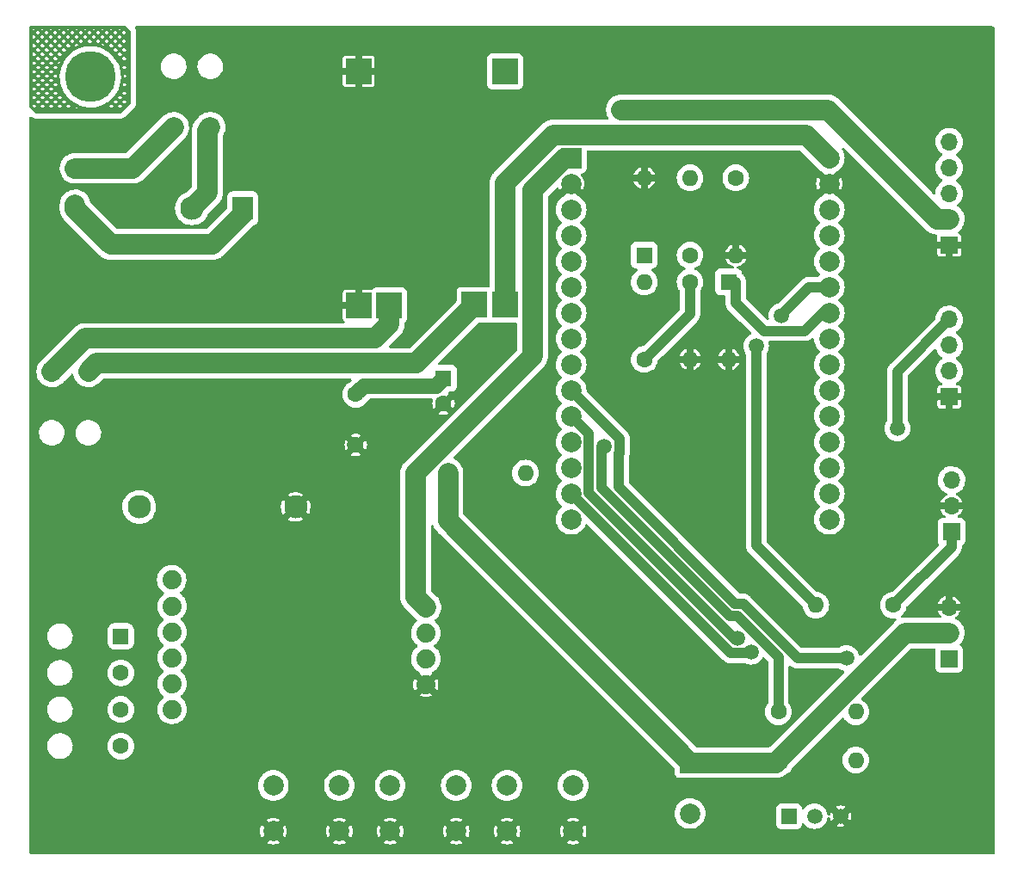
<source format=gbr>
%TF.GenerationSoftware,KiCad,Pcbnew,(6.0.1)*%
%TF.CreationDate,2022-06-17T19:47:16-03:00*%
%TF.ProjectId,alimentador automatico para pets,616c696d-656e-4746-9164-6f7220617574,rev?*%
%TF.SameCoordinates,Original*%
%TF.FileFunction,Copper,L2,Bot*%
%TF.FilePolarity,Positive*%
%FSLAX46Y46*%
G04 Gerber Fmt 4.6, Leading zero omitted, Abs format (unit mm)*
G04 Created by KiCad (PCBNEW (6.0.1)) date 2022-06-17 19:47:16*
%MOMM*%
%LPD*%
G01*
G04 APERTURE LIST*
G04 Aperture macros list*
%AMRoundRect*
0 Rectangle with rounded corners*
0 $1 Rounding radius*
0 $2 $3 $4 $5 $6 $7 $8 $9 X,Y pos of 4 corners*
0 Add a 4 corners polygon primitive as box body*
4,1,4,$2,$3,$4,$5,$6,$7,$8,$9,$2,$3,0*
0 Add four circle primitives for the rounded corners*
1,1,$1+$1,$2,$3*
1,1,$1+$1,$4,$5*
1,1,$1+$1,$6,$7*
1,1,$1+$1,$8,$9*
0 Add four rect primitives between the rounded corners*
20,1,$1+$1,$2,$3,$4,$5,0*
20,1,$1+$1,$4,$5,$6,$7,0*
20,1,$1+$1,$6,$7,$8,$9,0*
20,1,$1+$1,$8,$9,$2,$3,0*%
G04 Aperture macros list end*
%TA.AperFunction,ComponentPad*%
%ADD10R,1.700000X1.700000*%
%TD*%
%TA.AperFunction,ComponentPad*%
%ADD11O,1.700000X1.700000*%
%TD*%
%TA.AperFunction,ComponentPad*%
%ADD12R,1.600000X1.600000*%
%TD*%
%TA.AperFunction,ComponentPad*%
%ADD13O,1.600000X1.600000*%
%TD*%
%TA.AperFunction,ComponentPad*%
%ADD14C,1.600000*%
%TD*%
%TA.AperFunction,ComponentPad*%
%ADD15R,2.500000X2.500000*%
%TD*%
%TA.AperFunction,ComponentPad*%
%ADD16RoundRect,0.250000X-0.550000X0.550000X-0.550000X-0.550000X0.550000X-0.550000X0.550000X0.550000X0*%
%TD*%
%TA.AperFunction,ComponentPad*%
%ADD17RoundRect,0.250000X0.550000X0.550000X-0.550000X0.550000X-0.550000X-0.550000X0.550000X-0.550000X0*%
%TD*%
%TA.AperFunction,ComponentPad*%
%ADD18R,1.500000X1.500000*%
%TD*%
%TA.AperFunction,ComponentPad*%
%ADD19C,1.500000*%
%TD*%
%TA.AperFunction,ComponentPad*%
%ADD20RoundRect,0.250000X-0.550000X-0.550000X0.550000X-0.550000X0.550000X0.550000X-0.550000X0.550000X0*%
%TD*%
%TA.AperFunction,ComponentPad*%
%ADD21R,2.000000X2.300000*%
%TD*%
%TA.AperFunction,ComponentPad*%
%ADD22C,2.300000*%
%TD*%
%TA.AperFunction,ComponentPad*%
%ADD23C,1.879600*%
%TD*%
%TA.AperFunction,ComponentPad*%
%ADD24R,2.000000X2.000000*%
%TD*%
%TA.AperFunction,ComponentPad*%
%ADD25C,2.000000*%
%TD*%
%TA.AperFunction,ViaPad*%
%ADD26C,5.000000*%
%TD*%
%TA.AperFunction,ViaPad*%
%ADD27C,1.500000*%
%TD*%
%TA.AperFunction,Conductor*%
%ADD28C,2.000000*%
%TD*%
%TA.AperFunction,Conductor*%
%ADD29C,1.500000*%
%TD*%
%TA.AperFunction,Conductor*%
%ADD30C,1.000000*%
%TD*%
G04 APERTURE END LIST*
D10*
%TO.P,J3,1,Pin_1*%
%TO.N,Net-(J3-Pad1)*%
X114725000Y-74775000D03*
D11*
%TO.P,J3,2,Pin_2*%
%TO.N,GND*%
X114725000Y-72235000D03*
%TO.P,J3,3,Pin_3*%
%TO.N,/5V*%
X114725000Y-69695000D03*
%TD*%
D10*
%TO.P,J4,1,Pin_1*%
%TO.N,/sMotor*%
X114500000Y-87275000D03*
D11*
%TO.P,J4,2,Pin_2*%
%TO.N,/5V*%
X114500000Y-84735000D03*
%TO.P,J4,3,Pin_3*%
%TO.N,GND*%
X114500000Y-82195000D03*
%TD*%
D12*
%TO.P,D1,1,K*%
%TO.N,/ac_check*%
X92800000Y-50190000D03*
D13*
%TO.P,D1,2,A*%
%TO.N,GND*%
X92800000Y-57810000D03*
%TD*%
D14*
%TO.P,R6,1*%
%TO.N,Net-(R1-Pad2)*%
X93500000Y-39940000D03*
D13*
%TO.P,R6,2*%
%TO.N,GND*%
X93500000Y-47560000D03*
%TD*%
D15*
%TO.P,U3,1,IN+*%
%TO.N,/5V*%
X70795000Y-29455000D03*
%TO.P,U3,2,IN-*%
%TO.N,GND*%
X56395000Y-29455000D03*
%TO.P,U3,3,OUT-*%
X56395000Y-52505000D03*
%TO.P,U3,4,B-*%
%TO.N,Net-(J7-Pad1)*%
X59395000Y-52505000D03*
%TO.P,U3,5,B+*%
%TO.N,Net-(J7-Pad2)*%
X67795000Y-52455000D03*
%TO.P,U3,6,OUT+*%
%TO.N,/+Vcc*%
X70795000Y-52455000D03*
%TD*%
D16*
%TO.P,J2,1,Pin_1*%
%TO.N,/green_wire*%
X33000000Y-85070000D03*
D14*
%TO.P,J2,2,Pin_2*%
%TO.N,/white_wire*%
X33000000Y-88670000D03*
%TO.P,J2,3,Pin_3*%
%TO.N,/black_wire*%
X33000000Y-92270000D03*
%TO.P,J2,4,Pin_4*%
%TO.N,/red_wire*%
X33000000Y-95870000D03*
%TD*%
%TO.P,R7,1*%
%TO.N,/buzzer*%
X97690000Y-92500000D03*
D13*
%TO.P,R7,2*%
%TO.N,Net-(Q1-Pad2)*%
X105310000Y-92500000D03*
%TD*%
D14*
%TO.P,R3,1*%
%TO.N,/5V*%
X65190000Y-69000000D03*
D13*
%TO.P,R3,2*%
%TO.N,Net-(R3-Pad2)*%
X72810000Y-69000000D03*
%TD*%
D14*
%TO.P,C1,1*%
%TO.N,/5V*%
X56114000Y-61250000D03*
%TO.P,C1,2*%
%TO.N,GND*%
X56114000Y-66250000D03*
%TD*%
D17*
%TO.P,J1,1,Pin_1*%
%TO.N,/N*%
X41800000Y-34975000D03*
D14*
%TO.P,J1,2,Pin_2*%
%TO.N,Net-(J1-Pad2)*%
X38200000Y-34975000D03*
%TD*%
%TO.P,R5,1*%
%TO.N,Net-(R3-Pad2)*%
X84500000Y-57810000D03*
D13*
%TO.P,R5,2*%
%TO.N,/ac_check*%
X84500000Y-50190000D03*
%TD*%
D18*
%TO.P,Q1,1,C*%
%TO.N,Net-(BZ1-Pad2)*%
X98730000Y-102770000D03*
D19*
%TO.P,Q1,2,B*%
%TO.N,Net-(Q1-Pad2)*%
X101270000Y-102770000D03*
%TO.P,Q1,3,E*%
%TO.N,GND*%
X103810000Y-102770000D03*
%TD*%
D10*
%TO.P,J6,1,Pin_1*%
%TO.N,GND*%
X114500000Y-46550000D03*
D11*
%TO.P,J6,2,Pin_2*%
%TO.N,/3V3*%
X114500000Y-44010000D03*
%TO.P,J6,3,Pin_3*%
%TO.N,/SW_encoder*%
X114500000Y-41470000D03*
%TO.P,J6,4,Pin_4*%
%TO.N,/DT_encoder*%
X114500000Y-38930000D03*
%TO.P,J6,5,Pin_5*%
%TO.N,/CLK_encoder*%
X114500000Y-36390000D03*
%TD*%
D12*
%TO.P,D2,1,K*%
%TO.N,/IR_out*%
X84500000Y-47560000D03*
D13*
%TO.P,D2,2,A*%
%TO.N,GND*%
X84500000Y-39940000D03*
%TD*%
D20*
%TO.P,J7,1,Pin_1*%
%TO.N,Net-(J7-Pad1)*%
X26200000Y-59025000D03*
D14*
%TO.P,J7,2,Pin_2*%
%TO.N,Net-(J7-Pad2)*%
X29800000Y-59025000D03*
%TD*%
%TO.P,R2,1*%
%TO.N,Net-(J3-Pad1)*%
X109000000Y-82000000D03*
D13*
%TO.P,R2,2*%
%TO.N,Net-(R1-Pad2)*%
X101380000Y-82000000D03*
%TD*%
D12*
%TO.P,C2,1*%
%TO.N,/5V*%
X64750000Y-59672651D03*
D14*
%TO.P,C2,2*%
%TO.N,GND*%
X64750000Y-62172651D03*
%TD*%
D10*
%TO.P,J8,1,Pin_1*%
%TO.N,GND*%
X114500000Y-61500000D03*
D11*
%TO.P,J8,2,Pin_2*%
%TO.N,/5V*%
X114500000Y-58960000D03*
%TO.P,J8,3,Pin_3*%
%TO.N,/SDA_disp*%
X114500000Y-56420000D03*
%TO.P,J8,4,Pin_4*%
%TO.N,/SCL_disp*%
X114500000Y-53880000D03*
%TD*%
D16*
%TO.P,J5,1,Pin_1*%
%TO.N,Net-(J1-Pad2)*%
X28500000Y-39000000D03*
D14*
%TO.P,J5,2,Pin_2*%
%TO.N,/Phase*%
X28500000Y-42600000D03*
%TD*%
D21*
%TO.P,PS1,1,AC/L*%
%TO.N,/Phase*%
X45000000Y-42937500D03*
D22*
%TO.P,PS1,2,AC/N*%
%TO.N,/N*%
X40000000Y-42937500D03*
%TO.P,PS1,3,-Vout*%
%TO.N,GND*%
X50200000Y-72337500D03*
%TO.P,PS1,4,+Vout*%
%TO.N,/5V*%
X34800000Y-72337500D03*
%TD*%
D14*
%TO.P,R1,1*%
%TO.N,/IR_out*%
X89000000Y-47560000D03*
D13*
%TO.P,R1,2*%
%TO.N,Net-(R1-Pad2)*%
X89000000Y-39940000D03*
%TD*%
%TO.P,R4,2*%
%TO.N,GND*%
X89000000Y-57810000D03*
D14*
%TO.P,R4,1*%
%TO.N,Net-(R3-Pad2)*%
X89000000Y-50190000D03*
%TD*%
D23*
%TO.P,U2,1,GND*%
%TO.N,GND*%
X63000000Y-89800000D03*
%TO.P,U2,2,DT*%
%TO.N,/DT*%
X63000000Y-87260000D03*
%TO.P,U2,3,SCK*%
%TO.N,/SCK*%
X63000000Y-84720000D03*
%TO.P,U2,4,Vcc*%
%TO.N,/3V3*%
X63000000Y-82180000D03*
%TO.P,U2,5,+B*%
%TO.N,unconnected-(U2-Pad5)*%
X38000000Y-79500000D03*
%TO.P,U2,6,-B*%
%TO.N,unconnected-(U2-Pad6)*%
X38040000Y-82100000D03*
%TO.P,U2,7,+A*%
%TO.N,/green_wire*%
X38040000Y-84640000D03*
%TO.P,U2,8,-A*%
%TO.N,/white_wire*%
X38040000Y-87180000D03*
%TO.P,U2,9,-E*%
%TO.N,/black_wire*%
X38040000Y-89720000D03*
%TO.P,U2,10,+E*%
%TO.N,/red_wire*%
X38040000Y-92260000D03*
%TD*%
D24*
%TO.P,U1,1,3V3*%
%TO.N,/3V3*%
X77300000Y-37985000D03*
D25*
%TO.P,U1,2,GND*%
%TO.N,GND*%
X77300000Y-40525000D03*
%TO.P,U1,3,D15*%
%TO.N,/CLK_encoder*%
X77300000Y-43065000D03*
%TO.P,U1,4,D2*%
%TO.N,unconnected-(U1-Pad4)*%
X77300000Y-45605000D03*
%TO.P,U1,5,D4*%
%TO.N,/IR_out*%
X77300000Y-48145000D03*
%TO.P,U1,6,RX2*%
%TO.N,unconnected-(U1-Pad6)*%
X77300000Y-50685000D03*
%TO.P,U1,7,TX2*%
%TO.N,unconnected-(U1-Pad7)*%
X77300000Y-53225000D03*
%TO.P,U1,8,D5*%
%TO.N,unconnected-(U1-Pad8)*%
X77300000Y-55765000D03*
%TO.P,U1,9,D18*%
%TO.N,/buzzer*%
X77300000Y-58305000D03*
%TO.P,U1,10,D19*%
%TO.N,/sMotor*%
X77300000Y-60845000D03*
%TO.P,U1,11,D21*%
%TO.N,/SDA_disp*%
X77300000Y-63385000D03*
%TO.P,U1,12,RX0*%
%TO.N,unconnected-(U1-Pad12)*%
X77300000Y-65925000D03*
%TO.P,U1,13,TX0*%
%TO.N,unconnected-(U1-Pad13)*%
X77300000Y-68465000D03*
%TO.P,U1,14,D22*%
%TO.N,/SCL_disp*%
X77300000Y-71005000D03*
%TO.P,U1,15,D23*%
%TO.N,unconnected-(U1-Pad15)*%
X77300000Y-73545000D03*
%TO.P,U1,16,EN*%
%TO.N,unconnected-(U1-Pad16)*%
X102700000Y-73545000D03*
%TO.P,U1,17,VP*%
%TO.N,unconnected-(U1-Pad17)*%
X102700000Y-71005000D03*
%TO.P,U1,18,VN*%
%TO.N,unconnected-(U1-Pad18)*%
X102700000Y-68465000D03*
%TO.P,U1,19,D34*%
%TO.N,/led_on*%
X102700000Y-65925000D03*
%TO.P,U1,20,D35*%
%TO.N,unconnected-(U1-Pad20)*%
X102700000Y-63385000D03*
%TO.P,U1,21,D32*%
%TO.N,/BUTTON_1*%
X102700000Y-60845000D03*
%TO.P,U1,22,D33*%
%TO.N,/BUTTON_2*%
X102700000Y-58305000D03*
%TO.P,U1,23,D25*%
%TO.N,/BUTTON_3*%
X102700000Y-55765000D03*
%TO.P,U1,24,D26*%
%TO.N,/ac_check*%
X102700000Y-53225000D03*
%TO.P,U1,25,D27*%
%TO.N,/SCK*%
X102700000Y-50685000D03*
%TO.P,U1,26,D14*%
%TO.N,/DT_encoder*%
X102700000Y-48145000D03*
%TO.P,U1,27,D12*%
%TO.N,/DT*%
X102700000Y-45605000D03*
%TO.P,U1,28,D13*%
%TO.N,/SW_encoder*%
X102700000Y-43065000D03*
%TO.P,U1,29,GND*%
%TO.N,GND*%
X102700000Y-40525000D03*
%TO.P,U1,30,VIN*%
%TO.N,/+Vcc*%
X102700000Y-37985000D03*
%TD*%
D12*
%TO.P,D4,1,K*%
%TO.N,/5V*%
X97690000Y-97250000D03*
D13*
%TO.P,D4,2,A*%
%TO.N,Net-(BZ1-Pad2)*%
X105310000Y-97250000D03*
%TD*%
D24*
%TO.P,BZ1,1,-*%
%TO.N,/5V*%
X89000000Y-97500000D03*
D25*
%TO.P,BZ1,2,+*%
%TO.N,Net-(BZ1-Pad2)*%
X89000000Y-102500000D03*
%TD*%
%TO.P,SW3,1,1*%
%TO.N,/BUTTON_3*%
X54500000Y-99750000D03*
X48000000Y-99750000D03*
%TO.P,SW3,2,2*%
%TO.N,GND*%
X54500000Y-104250000D03*
X48000000Y-104250000D03*
%TD*%
%TO.P,SW2,1,1*%
%TO.N,/BUTTON_2*%
X66000000Y-99750000D03*
X59500000Y-99750000D03*
%TO.P,SW2,2,2*%
%TO.N,GND*%
X66000000Y-104250000D03*
X59500000Y-104250000D03*
%TD*%
%TO.P,SW1,1,1*%
%TO.N,/BUTTON_1*%
X71000000Y-99750000D03*
X77500000Y-99750000D03*
%TO.P,SW1,2,2*%
%TO.N,GND*%
X71000000Y-104250000D03*
X77500000Y-104250000D03*
%TD*%
D26*
%TO.N,*%
X30000000Y-30000000D03*
%TO.N,GND*%
X115000000Y-102000000D03*
X30500000Y-102000000D03*
X114500000Y-30000000D03*
D27*
%TO.N,/sMotor*%
X104400000Y-87200000D03*
%TO.N,/3V3*%
X82250000Y-33250000D03*
%TO.N,/SCL_disp*%
X109400000Y-64600000D03*
X95000000Y-86600000D03*
%TO.N,/SDA_disp*%
X93643114Y-85227500D03*
%TO.N,Net-(R1-Pad2)*%
X95500000Y-56500000D03*
%TO.N,/SCK*%
X98000000Y-53500000D03*
%TO.N,/buzzer*%
X80549011Y-66400000D03*
%TD*%
D28*
%TO.N,/5V*%
X110176553Y-84735000D02*
X114500000Y-84735000D01*
X65190000Y-73690000D02*
X65190000Y-69000000D01*
D29*
X56114000Y-61250000D02*
X56940869Y-60423131D01*
D28*
X89000000Y-97500000D02*
X97440000Y-97500000D01*
D29*
X63999520Y-60423131D02*
X64750000Y-59672651D01*
D28*
X89000000Y-97500000D02*
X65190000Y-73690000D01*
X97690000Y-97250000D02*
X97690000Y-97221553D01*
X97690000Y-97221553D02*
X110176553Y-84735000D01*
D29*
X56940869Y-60423131D02*
X63999520Y-60423131D01*
D28*
X97440000Y-97500000D02*
X97690000Y-97250000D01*
D30*
%TO.N,GND*%
X30689048Y-102000000D02*
X30500000Y-102000000D01*
D29*
X50200000Y-72050000D02*
X50200000Y-72337500D01*
X56114000Y-66250000D02*
X56000000Y-66250000D01*
X32000000Y-102000000D02*
X30500000Y-102000000D01*
D30*
X114500000Y-30000000D02*
X116099511Y-31599511D01*
D28*
%TO.N,/N*%
X41500000Y-41437500D02*
X41500000Y-35275000D01*
X40000000Y-42937500D02*
X41500000Y-41437500D01*
X41500000Y-35275000D02*
X41800000Y-34975000D01*
%TO.N,Net-(J1-Pad2)*%
X38200000Y-34975000D02*
X34175000Y-39000000D01*
X34175000Y-39000000D02*
X28500000Y-39000000D01*
D30*
%TO.N,/ac_check*%
X102025000Y-53225000D02*
X100250000Y-55000000D01*
X100250000Y-55000000D02*
X96250000Y-55000000D01*
X96250000Y-55000000D02*
X93500000Y-52250000D01*
X102700000Y-53225000D02*
X102025000Y-53225000D01*
X93500000Y-52250000D02*
X93500000Y-50190000D01*
%TO.N,/sMotor*%
X82000000Y-70403736D02*
X93447233Y-81850969D01*
X82000000Y-67069641D02*
X82000000Y-70403736D01*
X93447233Y-81850969D02*
X94218057Y-81850969D01*
X82048522Y-67021119D02*
X82000000Y-67069641D01*
X94218057Y-81850969D02*
X99567088Y-87200000D01*
X82048522Y-65593522D02*
X82048522Y-67021119D01*
X77300000Y-60845000D02*
X82048522Y-65593522D01*
X99567088Y-87200000D02*
X104400000Y-87200000D01*
D28*
%TO.N,/Phase*%
X42000000Y-46500000D02*
X45000000Y-43500000D01*
X45000000Y-43500000D02*
X45000000Y-42937500D01*
X28500000Y-42600000D02*
X28500000Y-43000000D01*
X32000000Y-46500000D02*
X42000000Y-46500000D01*
X28500000Y-43000000D02*
X32000000Y-46500000D01*
%TO.N,/3V3*%
X73500000Y-57500000D02*
X62000000Y-69000000D01*
X62000000Y-81180000D02*
X63000000Y-82180000D01*
X62000000Y-69000000D02*
X62000000Y-81180000D01*
X102537919Y-33250000D02*
X82250000Y-33250000D01*
X113297919Y-44010000D02*
X102537919Y-33250000D01*
X76658710Y-37985000D02*
X73500000Y-41143710D01*
X114500000Y-44010000D02*
X113297919Y-44010000D01*
X77300000Y-37985000D02*
X76658710Y-37985000D01*
X73500000Y-41143710D02*
X73500000Y-57500000D01*
D30*
%TO.N,/SCL_disp*%
X114500000Y-53880000D02*
X109400000Y-58980000D01*
X93022011Y-86727011D02*
X77300000Y-71005000D01*
X94872989Y-86727011D02*
X93022011Y-86727011D01*
X109400000Y-58980000D02*
X109400000Y-64600000D01*
X95000000Y-86600000D02*
X94872989Y-86727011D01*
%TO.N,/SDA_disp*%
X93289588Y-85227500D02*
X79049511Y-70987423D01*
X79049511Y-70987423D02*
X79049511Y-65134511D01*
X79049511Y-65134511D02*
X77300000Y-63385000D01*
X93643114Y-85227500D02*
X93289588Y-85227500D01*
%TO.N,Net-(R1-Pad2)*%
X95500000Y-76120000D02*
X101380000Y-82000000D01*
X95500000Y-56500000D02*
X95500000Y-76120000D01*
D28*
%TO.N,Net-(J7-Pad1)*%
X59395000Y-54355000D02*
X58000000Y-55750000D01*
X59395000Y-52505000D02*
X59395000Y-54355000D01*
X58000000Y-55750000D02*
X29475000Y-55750000D01*
X29475000Y-55750000D02*
X26200000Y-59025000D01*
D30*
%TO.N,/SCK*%
X98000000Y-53500000D02*
X98000000Y-53400000D01*
X98000000Y-53400000D02*
X100715000Y-50685000D01*
X100715000Y-50685000D02*
X102700000Y-50685000D01*
%TO.N,Net-(J3-Pad1)*%
X114725000Y-74775000D02*
X114725000Y-76275000D01*
X114725000Y-76275000D02*
X109000000Y-82000000D01*
D28*
%TO.N,Net-(J7-Pad2)*%
X30624511Y-58200489D02*
X29800000Y-59025000D01*
X67795000Y-52455000D02*
X62049511Y-58200489D01*
X62049511Y-58200489D02*
X30624511Y-58200489D01*
D30*
%TO.N,Net-(R3-Pad2)*%
X89000000Y-50190000D02*
X89000000Y-53310000D01*
X89000000Y-53310000D02*
X84500000Y-57810000D01*
D28*
%TO.N,/+Vcc*%
X70795000Y-52455000D02*
X70795000Y-40455000D01*
X79549511Y-35750000D02*
X100465000Y-35750000D01*
X75514511Y-35735489D02*
X79535000Y-35735489D01*
X70795000Y-40455000D02*
X75514511Y-35735489D01*
X100465000Y-35750000D02*
X102700000Y-37985000D01*
X79535000Y-35735489D02*
X79549511Y-35750000D01*
D30*
%TO.N,/buzzer*%
X97690000Y-87090000D02*
X97690000Y-92500000D01*
X80299031Y-66649980D02*
X80299031Y-70469855D01*
X80549011Y-66400000D02*
X80299031Y-66649980D01*
X80299031Y-70469855D02*
X92929665Y-83100489D01*
X92929665Y-83100489D02*
X93700489Y-83100489D01*
X93700489Y-83100489D02*
X97690000Y-87090000D01*
%TD*%
%TA.AperFunction,NonConductor*%
G36*
X33523931Y-25028002D02*
G01*
X33544905Y-25044905D01*
X33963095Y-25463095D01*
X33997121Y-25525407D01*
X34000000Y-25552190D01*
X34000000Y-32547810D01*
X33979998Y-32615931D01*
X33963095Y-32636905D01*
X33036905Y-33563095D01*
X32974593Y-33597121D01*
X32947810Y-33600000D01*
X24651787Y-33600000D01*
X24583666Y-33579998D01*
X24563182Y-33563584D01*
X24169294Y-33174000D01*
X24757472Y-33174000D01*
X24951414Y-33174000D01*
X25606000Y-33174000D01*
X25799942Y-33174000D01*
X26454528Y-33174000D01*
X26648470Y-33174000D01*
X27303056Y-33174000D01*
X27496998Y-33174000D01*
X28151584Y-33174000D01*
X28345526Y-33174000D01*
X29000112Y-33174000D01*
X29072729Y-33174000D01*
X31545697Y-33174000D01*
X31739639Y-33174000D01*
X32394225Y-33174000D01*
X32588167Y-33174000D01*
X32491196Y-33077029D01*
X32394225Y-33174000D01*
X31739639Y-33174000D01*
X31642668Y-33077029D01*
X31545697Y-33174000D01*
X29072729Y-33174000D01*
X29016211Y-33157901D01*
X29000112Y-33174000D01*
X28345526Y-33174000D01*
X28248555Y-33077029D01*
X28151584Y-33174000D01*
X27496998Y-33174000D01*
X27400027Y-33077029D01*
X27303056Y-33174000D01*
X26648470Y-33174000D01*
X26551499Y-33077029D01*
X26454528Y-33174000D01*
X25799942Y-33174000D01*
X25702971Y-33077029D01*
X25606000Y-33174000D01*
X24951414Y-33174000D01*
X24854443Y-33077029D01*
X24757472Y-33174000D01*
X24169294Y-33174000D01*
X24045395Y-33051455D01*
X24011028Y-32989330D01*
X24008000Y-32961871D01*
X24008000Y-32890071D01*
X24306000Y-32890071D01*
X24463846Y-33046192D01*
X24643726Y-32866312D01*
X25065160Y-32866312D01*
X25278707Y-33079859D01*
X25492254Y-32866312D01*
X25913688Y-32866312D01*
X26127235Y-33079859D01*
X26340782Y-32866312D01*
X26762216Y-32866312D01*
X26975763Y-33079859D01*
X27189310Y-32866312D01*
X27610744Y-32866312D01*
X27824291Y-33079859D01*
X27910594Y-32993556D01*
X28586516Y-32993556D01*
X28672819Y-33079859D01*
X28675282Y-33077396D01*
X31215941Y-33077396D01*
X31218404Y-33079859D01*
X31224722Y-33073541D01*
X31215941Y-33077396D01*
X28675282Y-33077396D01*
X28708567Y-33044111D01*
X28586516Y-32993556D01*
X27910594Y-32993556D01*
X28037838Y-32866312D01*
X27824291Y-32652765D01*
X27610744Y-32866312D01*
X27189310Y-32866312D01*
X26975763Y-32652765D01*
X26762216Y-32866312D01*
X26340782Y-32866312D01*
X26127235Y-32652765D01*
X25913688Y-32866312D01*
X25492254Y-32866312D01*
X25278707Y-32652765D01*
X25065160Y-32866312D01*
X24643726Y-32866312D01*
X24430179Y-32652765D01*
X24306000Y-32776944D01*
X24306000Y-32890071D01*
X24008000Y-32890071D01*
X24008000Y-32442048D01*
X24640896Y-32442048D01*
X24854443Y-32655595D01*
X25067990Y-32442048D01*
X25489424Y-32442048D01*
X25702971Y-32655595D01*
X25916518Y-32442048D01*
X26337952Y-32442048D01*
X26551499Y-32655595D01*
X26765046Y-32442048D01*
X27186480Y-32442048D01*
X27400027Y-32655595D01*
X27613574Y-32442048D01*
X27400027Y-32228501D01*
X27186480Y-32442048D01*
X26765046Y-32442048D01*
X26551499Y-32228501D01*
X26337952Y-32442048D01*
X25916518Y-32442048D01*
X25702971Y-32228501D01*
X25489424Y-32442048D01*
X25067990Y-32442048D01*
X24854443Y-32228501D01*
X24640896Y-32442048D01*
X24008000Y-32442048D01*
X24008000Y-32107152D01*
X24306000Y-32107152D01*
X24430179Y-32231331D01*
X24643726Y-32017784D01*
X25065160Y-32017784D01*
X25278707Y-32231331D01*
X25492254Y-32017784D01*
X25913688Y-32017784D01*
X26127235Y-32231331D01*
X26340782Y-32017784D01*
X26762216Y-32017784D01*
X26975763Y-32231331D01*
X27189310Y-32017784D01*
X26975763Y-31804237D01*
X26762216Y-32017784D01*
X26340782Y-32017784D01*
X26127235Y-31804237D01*
X25913688Y-32017784D01*
X25492254Y-32017784D01*
X25278707Y-31804237D01*
X25065160Y-32017784D01*
X24643726Y-32017784D01*
X24430179Y-31804237D01*
X24306000Y-31928416D01*
X24306000Y-32107152D01*
X24008000Y-32107152D01*
X24008000Y-31593520D01*
X24640896Y-31593520D01*
X24854443Y-31807067D01*
X25067990Y-31593520D01*
X25489424Y-31593520D01*
X25702971Y-31807067D01*
X25916518Y-31593520D01*
X26337952Y-31593520D01*
X26551499Y-31807067D01*
X26765046Y-31593520D01*
X26551499Y-31379973D01*
X26337952Y-31593520D01*
X25916518Y-31593520D01*
X25702971Y-31379973D01*
X25489424Y-31593520D01*
X25067990Y-31593520D01*
X24854443Y-31379973D01*
X24640896Y-31593520D01*
X24008000Y-31593520D01*
X24008000Y-31258624D01*
X24306000Y-31258624D01*
X24430179Y-31382803D01*
X24643726Y-31169256D01*
X25065160Y-31169256D01*
X25278707Y-31382803D01*
X25492254Y-31169256D01*
X25913688Y-31169256D01*
X26127235Y-31382803D01*
X26340782Y-31169256D01*
X26762216Y-31169256D01*
X26975763Y-31382803D01*
X26986317Y-31372249D01*
X26986144Y-31371870D01*
X26984693Y-31368578D01*
X26983660Y-31366140D01*
X26982283Y-31362753D01*
X26866272Y-31065200D01*
X26762216Y-31169256D01*
X26340782Y-31169256D01*
X26127235Y-30955709D01*
X25913688Y-31169256D01*
X25492254Y-31169256D01*
X25278707Y-30955709D01*
X25065160Y-31169256D01*
X24643726Y-31169256D01*
X24430179Y-30955709D01*
X24306000Y-31079889D01*
X24306000Y-31258624D01*
X24008000Y-31258624D01*
X24008000Y-30744992D01*
X24640896Y-30744992D01*
X24854443Y-30958539D01*
X25067990Y-30744992D01*
X25489424Y-30744992D01*
X25702971Y-30958539D01*
X25916518Y-30744992D01*
X26337952Y-30744992D01*
X26551499Y-30958539D01*
X26765046Y-30744992D01*
X26551499Y-30531445D01*
X26337952Y-30744992D01*
X25916518Y-30744992D01*
X25702971Y-30531445D01*
X25489424Y-30744992D01*
X25067990Y-30744992D01*
X24854443Y-30531445D01*
X24640896Y-30744992D01*
X24008000Y-30744992D01*
X24008000Y-30410094D01*
X24306000Y-30410094D01*
X24430179Y-30534274D01*
X24643726Y-30320727D01*
X25065160Y-30320727D01*
X25278707Y-30534274D01*
X25492254Y-30320727D01*
X25913688Y-30320727D01*
X26127235Y-30534274D01*
X26340782Y-30320727D01*
X26127235Y-30107180D01*
X25913688Y-30320727D01*
X25492254Y-30320727D01*
X25278707Y-30107180D01*
X25065160Y-30320727D01*
X24643726Y-30320727D01*
X24430179Y-30107180D01*
X24306000Y-30231359D01*
X24306000Y-30410094D01*
X24008000Y-30410094D01*
X24008000Y-29896463D01*
X24640896Y-29896463D01*
X24854443Y-30110010D01*
X25067990Y-29896463D01*
X25489424Y-29896463D01*
X25702971Y-30110010D01*
X25916518Y-29896463D01*
X26337952Y-29896463D01*
X26551500Y-30110010D01*
X26691480Y-29970030D01*
X26689990Y-29913142D01*
X26689947Y-29909510D01*
X26689954Y-29906860D01*
X26689980Y-29905341D01*
X26987888Y-29905341D01*
X26987983Y-29908971D01*
X26987983Y-29908972D01*
X26990367Y-30000000D01*
X26996970Y-30252171D01*
X27045856Y-30595660D01*
X27133897Y-30931253D01*
X27259927Y-31254503D01*
X27261624Y-31257708D01*
X27395113Y-31509825D01*
X27422275Y-31561126D01*
X27424325Y-31564109D01*
X27424327Y-31564112D01*
X27616733Y-31844064D01*
X27616739Y-31844071D01*
X27618790Y-31847056D01*
X27846866Y-32108505D01*
X27849551Y-32110948D01*
X28059268Y-32301775D01*
X28103481Y-32342006D01*
X28385233Y-32544466D01*
X28688388Y-32713200D01*
X29008928Y-32845972D01*
X29012422Y-32846967D01*
X29012424Y-32846968D01*
X29339103Y-32940025D01*
X29339108Y-32940026D01*
X29342604Y-32941022D01*
X29539304Y-32973233D01*
X29681412Y-32996504D01*
X29681419Y-32996505D01*
X29684993Y-32997090D01*
X29858276Y-33005262D01*
X30027931Y-33013263D01*
X30027932Y-33013263D01*
X30031558Y-33013434D01*
X30040415Y-33012830D01*
X30374073Y-32990084D01*
X30374081Y-32990083D01*
X30377704Y-32989836D01*
X30381279Y-32989173D01*
X30381282Y-32989173D01*
X30715279Y-32927270D01*
X30715283Y-32927269D01*
X30718844Y-32926609D01*
X30914843Y-32866312D01*
X31853385Y-32866312D01*
X32066932Y-33079859D01*
X32280479Y-32866312D01*
X32701913Y-32866312D01*
X32915460Y-33079859D01*
X33129007Y-32866312D01*
X32915460Y-32652765D01*
X32701913Y-32866312D01*
X32280479Y-32866312D01*
X32066932Y-32652765D01*
X31853385Y-32866312D01*
X30914843Y-32866312D01*
X31050456Y-32824592D01*
X31368145Y-32685136D01*
X31603152Y-32547810D01*
X31664560Y-32511926D01*
X31664562Y-32511925D01*
X31667700Y-32510091D01*
X31758325Y-32442048D01*
X32277649Y-32442048D01*
X32491196Y-32655595D01*
X32704743Y-32442048D01*
X33126177Y-32442048D01*
X33339724Y-32655595D01*
X33553271Y-32442048D01*
X33339724Y-32228501D01*
X33126177Y-32442048D01*
X32704743Y-32442048D01*
X32491196Y-32228501D01*
X32277649Y-32442048D01*
X31758325Y-32442048D01*
X31942244Y-32303958D01*
X31942248Y-32303955D01*
X31945151Y-32301775D01*
X32196819Y-32062950D01*
X32234584Y-32017784D01*
X32701913Y-32017784D01*
X32915460Y-32231331D01*
X33129007Y-32017784D01*
X33550441Y-32017784D01*
X33574000Y-32041343D01*
X33574000Y-31994225D01*
X33550441Y-32017784D01*
X33129007Y-32017784D01*
X32915460Y-31804237D01*
X32701913Y-32017784D01*
X32234584Y-32017784D01*
X32419370Y-31796783D01*
X32552888Y-31593520D01*
X33126177Y-31593520D01*
X33339724Y-31807067D01*
X33553271Y-31593520D01*
X33339724Y-31379973D01*
X33126177Y-31593520D01*
X32552888Y-31593520D01*
X32609853Y-31506799D01*
X32751190Y-31225782D01*
X33072481Y-31225782D01*
X33129007Y-31169256D01*
X33550441Y-31169256D01*
X33574000Y-31192815D01*
X33574000Y-31145698D01*
X33550441Y-31169256D01*
X33129007Y-31169256D01*
X33102768Y-31143018D01*
X33072481Y-31225782D01*
X32751190Y-31225782D01*
X32764117Y-31200080D01*
X32764120Y-31200072D01*
X32765744Y-31196844D01*
X32884977Y-30871026D01*
X32885822Y-30867504D01*
X32885825Y-30867496D01*
X32896742Y-30822024D01*
X33203209Y-30822024D01*
X33339724Y-30958539D01*
X33553271Y-30744992D01*
X33339723Y-30531445D01*
X33251883Y-30619285D01*
X33203209Y-30822024D01*
X32896742Y-30822024D01*
X32965124Y-30537191D01*
X32965125Y-30537187D01*
X32965971Y-30533662D01*
X32991739Y-30320727D01*
X33550441Y-30320727D01*
X33574000Y-30344285D01*
X33574000Y-30297168D01*
X33550441Y-30320727D01*
X32991739Y-30320727D01*
X33000035Y-30252171D01*
X33007316Y-30192004D01*
X33007316Y-30191997D01*
X33007652Y-30189225D01*
X33011100Y-30079532D01*
X33013511Y-30002797D01*
X33013599Y-30000000D01*
X33013051Y-29990492D01*
X32997819Y-29726326D01*
X33296314Y-29726326D01*
X33311105Y-29982846D01*
X33311236Y-29985666D01*
X33311308Y-29987711D01*
X33311375Y-29990492D01*
X33311522Y-30001703D01*
X33311528Y-30004524D01*
X33311509Y-30006572D01*
X33311452Y-30009361D01*
X33309247Y-30079532D01*
X33339724Y-30110010D01*
X33553271Y-29896463D01*
X33339724Y-29682916D01*
X33296314Y-29726326D01*
X32997819Y-29726326D01*
X32993836Y-29657246D01*
X32993835Y-29657241D01*
X32993627Y-29653626D01*
X32961963Y-29472199D01*
X33550441Y-29472199D01*
X33574000Y-29495758D01*
X33574000Y-29448640D01*
X33550441Y-29472199D01*
X32961963Y-29472199D01*
X32933976Y-29311842D01*
X32918221Y-29258652D01*
X32846565Y-29016748D01*
X33157364Y-29016748D01*
X33183616Y-29105374D01*
X33339724Y-29261482D01*
X33553271Y-29047935D01*
X33339724Y-28834388D01*
X33157364Y-29016748D01*
X32846565Y-29016748D01*
X32835437Y-28979180D01*
X32699316Y-28660048D01*
X32649569Y-28572831D01*
X32562439Y-28420076D01*
X32905508Y-28420076D01*
X32958169Y-28512401D01*
X32959916Y-28515569D01*
X32961162Y-28517907D01*
X32962828Y-28521145D01*
X32969278Y-28534139D01*
X32970846Y-28537417D01*
X32971955Y-28539823D01*
X32973424Y-28543133D01*
X33044024Y-28708654D01*
X33129007Y-28623671D01*
X33550441Y-28623671D01*
X33574000Y-28647230D01*
X33574000Y-28600112D01*
X33550441Y-28623671D01*
X33129007Y-28623671D01*
X32915460Y-28410124D01*
X32905508Y-28420076D01*
X32562439Y-28420076D01*
X32529208Y-28361816D01*
X32527417Y-28358676D01*
X32410422Y-28199407D01*
X33126177Y-28199407D01*
X33339724Y-28412954D01*
X33553271Y-28199407D01*
X33339724Y-27985860D01*
X33126177Y-28199407D01*
X32410422Y-28199407D01*
X32322018Y-28079060D01*
X32085842Y-27824904D01*
X32027579Y-27775143D01*
X32701913Y-27775143D01*
X32915460Y-27988690D01*
X33129007Y-27775143D01*
X33550441Y-27775143D01*
X33574000Y-27798702D01*
X33574000Y-27751584D01*
X33550441Y-27775143D01*
X33129007Y-27775143D01*
X32915460Y-27561596D01*
X32701913Y-27775143D01*
X32027579Y-27775143D01*
X31822019Y-27599578D01*
X31534047Y-27406069D01*
X31427119Y-27350879D01*
X32277649Y-27350879D01*
X32491196Y-27564426D01*
X32704743Y-27350879D01*
X33126177Y-27350879D01*
X33339724Y-27564426D01*
X33553271Y-27350879D01*
X33339724Y-27137332D01*
X33126177Y-27350879D01*
X32704743Y-27350879D01*
X32491196Y-27137332D01*
X32277649Y-27350879D01*
X31427119Y-27350879D01*
X31225741Y-27246940D01*
X30901189Y-27124302D01*
X30897668Y-27123418D01*
X30897663Y-27123416D01*
X30736378Y-27082904D01*
X30564692Y-27039780D01*
X30542476Y-27036855D01*
X30224315Y-26994968D01*
X30224307Y-26994967D01*
X30220711Y-26994494D01*
X30076045Y-26992221D01*
X29877446Y-26989101D01*
X29877442Y-26989101D01*
X29873804Y-26989044D01*
X29870190Y-26989405D01*
X29870184Y-26989405D01*
X29626843Y-27013694D01*
X29528569Y-27023503D01*
X29189583Y-27097414D01*
X29186156Y-27098587D01*
X29186150Y-27098589D01*
X28864765Y-27208624D01*
X28861339Y-27209797D01*
X28548188Y-27359163D01*
X28254279Y-27543532D01*
X28251443Y-27545804D01*
X28251436Y-27545809D01*
X28076730Y-27685775D01*
X27983509Y-27760459D01*
X27980958Y-27763037D01*
X27757656Y-27988690D01*
X27739466Y-28007071D01*
X27737225Y-28009929D01*
X27569768Y-28223496D01*
X27525386Y-28280098D01*
X27523493Y-28283187D01*
X27523491Y-28283190D01*
X27477233Y-28358676D01*
X27344105Y-28575921D01*
X27342580Y-28579206D01*
X27342578Y-28579210D01*
X27248378Y-28782147D01*
X27198027Y-28890620D01*
X27089087Y-29220023D01*
X27018730Y-29559764D01*
X26987888Y-29905341D01*
X26689980Y-29905341D01*
X26690016Y-29903232D01*
X26690472Y-29888733D01*
X26690637Y-29885128D01*
X26690796Y-29882485D01*
X26691068Y-29878850D01*
X26695686Y-29827103D01*
X26551499Y-29682916D01*
X26337952Y-29896463D01*
X25916518Y-29896463D01*
X25702971Y-29682916D01*
X25489424Y-29896463D01*
X25067990Y-29896463D01*
X24854443Y-29682916D01*
X24640896Y-29896463D01*
X24008000Y-29896463D01*
X24008000Y-29561567D01*
X24306000Y-29561567D01*
X24430179Y-29685746D01*
X24643726Y-29472199D01*
X25065160Y-29472199D01*
X25278707Y-29685746D01*
X25492254Y-29472199D01*
X25913688Y-29472199D01*
X26127235Y-29685746D01*
X26340782Y-29472199D01*
X26127235Y-29258652D01*
X25913688Y-29472199D01*
X25492254Y-29472199D01*
X25278707Y-29258652D01*
X25065160Y-29472199D01*
X24643726Y-29472199D01*
X24430179Y-29258652D01*
X24306000Y-29382831D01*
X24306000Y-29561567D01*
X24008000Y-29561567D01*
X24008000Y-29047935D01*
X24640896Y-29047935D01*
X24854443Y-29261482D01*
X25067990Y-29047935D01*
X25489424Y-29047935D01*
X25702971Y-29261482D01*
X25916518Y-29047935D01*
X26337952Y-29047935D01*
X26551499Y-29261482D01*
X26765046Y-29047935D01*
X26551499Y-28834388D01*
X26337952Y-29047935D01*
X25916518Y-29047935D01*
X25702971Y-28834388D01*
X25489424Y-29047935D01*
X25067990Y-29047935D01*
X24854443Y-28834388D01*
X24640896Y-29047935D01*
X24008000Y-29047935D01*
X24008000Y-28713039D01*
X24306000Y-28713039D01*
X24430179Y-28837218D01*
X24643726Y-28623671D01*
X25065160Y-28623671D01*
X25278707Y-28837218D01*
X25492254Y-28623671D01*
X25913688Y-28623671D01*
X26127235Y-28837218D01*
X26340782Y-28623671D01*
X26762216Y-28623671D01*
X26920692Y-28782147D01*
X26923818Y-28774251D01*
X26925206Y-28770887D01*
X26926252Y-28768453D01*
X26927727Y-28765152D01*
X27055509Y-28489870D01*
X26975763Y-28410124D01*
X26762216Y-28623671D01*
X26340782Y-28623671D01*
X26127235Y-28410124D01*
X25913688Y-28623671D01*
X25492254Y-28623671D01*
X25278707Y-28410124D01*
X25065160Y-28623671D01*
X24643726Y-28623671D01*
X24430179Y-28410124D01*
X24306000Y-28534303D01*
X24306000Y-28713039D01*
X24008000Y-28713039D01*
X24008000Y-28199407D01*
X24640896Y-28199407D01*
X24854443Y-28412954D01*
X25067990Y-28199407D01*
X25489424Y-28199407D01*
X25702971Y-28412954D01*
X25916518Y-28199407D01*
X26337952Y-28199407D01*
X26551499Y-28412954D01*
X26765046Y-28199407D01*
X27186480Y-28199407D01*
X27210569Y-28223496D01*
X27271299Y-28124393D01*
X27273233Y-28121337D01*
X27274682Y-28119118D01*
X27276719Y-28116095D01*
X27284998Y-28104184D01*
X27287103Y-28101246D01*
X27288676Y-28099116D01*
X27290879Y-28096221D01*
X27295284Y-28090603D01*
X27186480Y-28199407D01*
X26765046Y-28199407D01*
X26551499Y-27985860D01*
X26337952Y-28199407D01*
X25916518Y-28199407D01*
X25702971Y-27985860D01*
X25489424Y-28199407D01*
X25067990Y-28199407D01*
X24854443Y-27985860D01*
X24640896Y-28199407D01*
X24008000Y-28199407D01*
X24008000Y-27864511D01*
X24306000Y-27864511D01*
X24430179Y-27988690D01*
X24643726Y-27775143D01*
X25065160Y-27775143D01*
X25278707Y-27988690D01*
X25492254Y-27775143D01*
X25913688Y-27775143D01*
X26127235Y-27988690D01*
X26340782Y-27775143D01*
X26762216Y-27775143D01*
X26975763Y-27988690D01*
X27189310Y-27775143D01*
X26975763Y-27561596D01*
X26762216Y-27775143D01*
X26340782Y-27775143D01*
X26127235Y-27561596D01*
X25913688Y-27775143D01*
X25492254Y-27775143D01*
X25278707Y-27561596D01*
X25065160Y-27775143D01*
X24643726Y-27775143D01*
X24430179Y-27561596D01*
X24306000Y-27685775D01*
X24306000Y-27864511D01*
X24008000Y-27864511D01*
X24008000Y-27350879D01*
X24640896Y-27350879D01*
X24854443Y-27564426D01*
X25067990Y-27350879D01*
X25489424Y-27350879D01*
X25702971Y-27564426D01*
X25916518Y-27350879D01*
X26337952Y-27350879D01*
X26551499Y-27564426D01*
X26765046Y-27350879D01*
X27186480Y-27350879D01*
X27400027Y-27564426D01*
X27613574Y-27350879D01*
X27555862Y-27293167D01*
X28092720Y-27293167D01*
X28092877Y-27293062D01*
X28095923Y-27291090D01*
X28284204Y-27172981D01*
X28248555Y-27137332D01*
X28092720Y-27293167D01*
X27555862Y-27293167D01*
X27400027Y-27137332D01*
X27186480Y-27350879D01*
X26765046Y-27350879D01*
X26551499Y-27137332D01*
X26337952Y-27350879D01*
X25916518Y-27350879D01*
X25702971Y-27137332D01*
X25489424Y-27350879D01*
X25067990Y-27350879D01*
X24854443Y-27137332D01*
X24640896Y-27350879D01*
X24008000Y-27350879D01*
X24008000Y-27015983D01*
X24306000Y-27015983D01*
X24430179Y-27140162D01*
X24643726Y-26926615D01*
X25065160Y-26926615D01*
X25278707Y-27140162D01*
X25492254Y-26926615D01*
X25913688Y-26926615D01*
X26127235Y-27140162D01*
X26340782Y-26926615D01*
X26762216Y-26926615D01*
X26975763Y-27140162D01*
X27189310Y-26926615D01*
X27610744Y-26926615D01*
X27824291Y-27140162D01*
X28037838Y-26926615D01*
X28459272Y-26926615D01*
X28557306Y-27024649D01*
X28733046Y-26940826D01*
X28736368Y-26939300D01*
X28738792Y-26938229D01*
X28742107Y-26936821D01*
X28755538Y-26931340D01*
X28758903Y-26930023D01*
X28761383Y-26929093D01*
X28764811Y-26927863D01*
X28856293Y-26896542D01*
X28827068Y-26867317D01*
X31064155Y-26867317D01*
X31331077Y-26968178D01*
X31334456Y-26969511D01*
X31336905Y-26970518D01*
X31340236Y-26971944D01*
X31353488Y-26977844D01*
X31356775Y-26979364D01*
X31359164Y-26980511D01*
X31362419Y-26982132D01*
X31371663Y-26986903D01*
X31431951Y-26926615D01*
X31853385Y-26926615D01*
X32066932Y-27140162D01*
X32280479Y-26926615D01*
X32701913Y-26926615D01*
X32915460Y-27140162D01*
X33129007Y-26926615D01*
X33550441Y-26926615D01*
X33574000Y-26950174D01*
X33574000Y-26903056D01*
X33550441Y-26926615D01*
X33129007Y-26926615D01*
X32915460Y-26713068D01*
X32701913Y-26926615D01*
X32280479Y-26926615D01*
X32066932Y-26713068D01*
X31853385Y-26926615D01*
X31431951Y-26926615D01*
X31218404Y-26713068D01*
X31064155Y-26867317D01*
X28827068Y-26867317D01*
X28685788Y-26726037D01*
X29508378Y-26726037D01*
X29531962Y-26723683D01*
X29521783Y-26713504D01*
X30369441Y-26713504D01*
X30370444Y-26713636D01*
X30369876Y-26713068D01*
X30369441Y-26713504D01*
X29521783Y-26713504D01*
X29521347Y-26713068D01*
X29508378Y-26726037D01*
X28685788Y-26726037D01*
X28672819Y-26713068D01*
X28459272Y-26926615D01*
X28037838Y-26926615D01*
X27824291Y-26713068D01*
X27610744Y-26926615D01*
X27189310Y-26926615D01*
X26975763Y-26713068D01*
X26762216Y-26926615D01*
X26340782Y-26926615D01*
X26127235Y-26713068D01*
X25913688Y-26926615D01*
X25492254Y-26926615D01*
X25278707Y-26713068D01*
X25065160Y-26926615D01*
X24643726Y-26926615D01*
X24430179Y-26713068D01*
X24306000Y-26837247D01*
X24306000Y-27015983D01*
X24008000Y-27015983D01*
X24008000Y-26502351D01*
X24640896Y-26502351D01*
X24854443Y-26715898D01*
X25067990Y-26502351D01*
X25489424Y-26502351D01*
X25702971Y-26715898D01*
X25916518Y-26502351D01*
X26337952Y-26502351D01*
X26551499Y-26715898D01*
X26765046Y-26502351D01*
X27186480Y-26502351D01*
X27400027Y-26715898D01*
X27613574Y-26502351D01*
X28035008Y-26502351D01*
X28248555Y-26715898D01*
X28462102Y-26502351D01*
X28883536Y-26502351D01*
X29097083Y-26715898D01*
X29310630Y-26502351D01*
X29732065Y-26502351D01*
X29921472Y-26691757D01*
X29969006Y-26692504D01*
X30159159Y-26502351D01*
X30580593Y-26502351D01*
X30794140Y-26715898D01*
X31007687Y-26502351D01*
X31429121Y-26502351D01*
X31642668Y-26715898D01*
X31856215Y-26502351D01*
X32277649Y-26502351D01*
X32491196Y-26715898D01*
X32704743Y-26502351D01*
X33126177Y-26502351D01*
X33339724Y-26715898D01*
X33553271Y-26502351D01*
X33339724Y-26288804D01*
X33126177Y-26502351D01*
X32704743Y-26502351D01*
X32491196Y-26288804D01*
X32277649Y-26502351D01*
X31856215Y-26502351D01*
X31642668Y-26288804D01*
X31429121Y-26502351D01*
X31007687Y-26502351D01*
X30794140Y-26288804D01*
X30580593Y-26502351D01*
X30159159Y-26502351D01*
X29945612Y-26288804D01*
X29732065Y-26502351D01*
X29310630Y-26502351D01*
X29097083Y-26288804D01*
X28883536Y-26502351D01*
X28462102Y-26502351D01*
X28248555Y-26288804D01*
X28035008Y-26502351D01*
X27613574Y-26502351D01*
X27400027Y-26288804D01*
X27186480Y-26502351D01*
X26765046Y-26502351D01*
X26551499Y-26288804D01*
X26337952Y-26502351D01*
X25916518Y-26502351D01*
X25702971Y-26288804D01*
X25489424Y-26502351D01*
X25067990Y-26502351D01*
X24854443Y-26288804D01*
X24640896Y-26502351D01*
X24008000Y-26502351D01*
X24008000Y-26167455D01*
X24306000Y-26167455D01*
X24430179Y-26291634D01*
X24643726Y-26078087D01*
X25065160Y-26078087D01*
X25278707Y-26291634D01*
X25492254Y-26078087D01*
X25913688Y-26078087D01*
X26127235Y-26291634D01*
X26340782Y-26078087D01*
X26762216Y-26078087D01*
X26975763Y-26291634D01*
X27189310Y-26078087D01*
X27610744Y-26078087D01*
X27824291Y-26291634D01*
X28037838Y-26078087D01*
X28459272Y-26078087D01*
X28672819Y-26291634D01*
X28886366Y-26078087D01*
X29307800Y-26078087D01*
X29521347Y-26291634D01*
X29734894Y-26078087D01*
X30156329Y-26078087D01*
X30369876Y-26291634D01*
X30583423Y-26078087D01*
X31004857Y-26078087D01*
X31218404Y-26291634D01*
X31431951Y-26078087D01*
X31853385Y-26078087D01*
X32066932Y-26291634D01*
X32280479Y-26078087D01*
X32701913Y-26078087D01*
X32915460Y-26291634D01*
X33129007Y-26078087D01*
X33550441Y-26078087D01*
X33574000Y-26101646D01*
X33574000Y-26054528D01*
X33550441Y-26078087D01*
X33129007Y-26078087D01*
X32915460Y-25864540D01*
X32701913Y-26078087D01*
X32280479Y-26078087D01*
X32066932Y-25864540D01*
X31853385Y-26078087D01*
X31431951Y-26078087D01*
X31218404Y-25864540D01*
X31004857Y-26078087D01*
X30583423Y-26078087D01*
X30369876Y-25864540D01*
X30156329Y-26078087D01*
X29734894Y-26078087D01*
X29521347Y-25864540D01*
X29307800Y-26078087D01*
X28886366Y-26078087D01*
X28672819Y-25864540D01*
X28459272Y-26078087D01*
X28037838Y-26078087D01*
X27824291Y-25864540D01*
X27610744Y-26078087D01*
X27189310Y-26078087D01*
X26975763Y-25864540D01*
X26762216Y-26078087D01*
X26340782Y-26078087D01*
X26127235Y-25864540D01*
X25913688Y-26078087D01*
X25492254Y-26078087D01*
X25278707Y-25864540D01*
X25065160Y-26078087D01*
X24643726Y-26078087D01*
X24430179Y-25864540D01*
X24306000Y-25988719D01*
X24306000Y-26167455D01*
X24008000Y-26167455D01*
X24008000Y-25653823D01*
X24640896Y-25653823D01*
X24854443Y-25867370D01*
X25067990Y-25653823D01*
X25489424Y-25653823D01*
X25702971Y-25867370D01*
X25916518Y-25653823D01*
X26337952Y-25653823D01*
X26551499Y-25867370D01*
X26765046Y-25653823D01*
X27186480Y-25653823D01*
X27400027Y-25867370D01*
X27613574Y-25653823D01*
X28035008Y-25653823D01*
X28248555Y-25867370D01*
X28462102Y-25653823D01*
X28883536Y-25653823D01*
X29097083Y-25867370D01*
X29310630Y-25653823D01*
X29732065Y-25653823D01*
X29945612Y-25867370D01*
X30159159Y-25653823D01*
X30580593Y-25653823D01*
X30794140Y-25867370D01*
X31007687Y-25653823D01*
X31429121Y-25653823D01*
X31642668Y-25867370D01*
X31856215Y-25653823D01*
X32277649Y-25653823D01*
X32491196Y-25867370D01*
X32704743Y-25653823D01*
X33126177Y-25653823D01*
X33339724Y-25867370D01*
X33553271Y-25653823D01*
X33339724Y-25440276D01*
X33126177Y-25653823D01*
X32704743Y-25653823D01*
X32491196Y-25440276D01*
X32277649Y-25653823D01*
X31856215Y-25653823D01*
X31642668Y-25440276D01*
X31429121Y-25653823D01*
X31007687Y-25653823D01*
X30794140Y-25440276D01*
X30580593Y-25653823D01*
X30159159Y-25653823D01*
X29945612Y-25440276D01*
X29732065Y-25653823D01*
X29310630Y-25653823D01*
X29097083Y-25440276D01*
X28883536Y-25653823D01*
X28462102Y-25653823D01*
X28248555Y-25440276D01*
X28035008Y-25653823D01*
X27613574Y-25653823D01*
X27400027Y-25440276D01*
X27186480Y-25653823D01*
X26765046Y-25653823D01*
X26551499Y-25440276D01*
X26337952Y-25653823D01*
X25916518Y-25653823D01*
X25702971Y-25440276D01*
X25489424Y-25653823D01*
X25067990Y-25653823D01*
X24854443Y-25440276D01*
X24640896Y-25653823D01*
X24008000Y-25653823D01*
X24008000Y-25318927D01*
X24306000Y-25318927D01*
X24430179Y-25443106D01*
X24567285Y-25306000D01*
X25141601Y-25306000D01*
X25278707Y-25443106D01*
X25415813Y-25306000D01*
X25990129Y-25306000D01*
X26127235Y-25443106D01*
X26264341Y-25306000D01*
X26838657Y-25306000D01*
X26975763Y-25443106D01*
X27112869Y-25306000D01*
X27687185Y-25306000D01*
X27824291Y-25443106D01*
X27961397Y-25306000D01*
X28535713Y-25306000D01*
X28672819Y-25443106D01*
X28809925Y-25306000D01*
X29384241Y-25306000D01*
X29521347Y-25443106D01*
X29658453Y-25306000D01*
X30232770Y-25306000D01*
X30369876Y-25443106D01*
X30506982Y-25306000D01*
X31081298Y-25306000D01*
X31218404Y-25443106D01*
X31355510Y-25306000D01*
X31929826Y-25306000D01*
X32066932Y-25443106D01*
X32204038Y-25306000D01*
X32778354Y-25306000D01*
X32915460Y-25443106D01*
X33052566Y-25306000D01*
X32778354Y-25306000D01*
X32204038Y-25306000D01*
X31929826Y-25306000D01*
X31355510Y-25306000D01*
X31081298Y-25306000D01*
X30506982Y-25306000D01*
X30232770Y-25306000D01*
X29658453Y-25306000D01*
X29384241Y-25306000D01*
X28809925Y-25306000D01*
X28535713Y-25306000D01*
X27961397Y-25306000D01*
X27687185Y-25306000D01*
X27112869Y-25306000D01*
X26838657Y-25306000D01*
X26264341Y-25306000D01*
X25990129Y-25306000D01*
X25415813Y-25306000D01*
X25141601Y-25306000D01*
X24567285Y-25306000D01*
X24306000Y-25306000D01*
X24306000Y-25318927D01*
X24008000Y-25318927D01*
X24008000Y-25134000D01*
X24028002Y-25065879D01*
X24081658Y-25019386D01*
X24134000Y-25008000D01*
X33455810Y-25008000D01*
X33523931Y-25028002D01*
G37*
%TD.AperFunction*%
%TA.AperFunction,Conductor*%
%TO.N,GND*%
G36*
X118823931Y-25028002D02*
G01*
X118844905Y-25044905D01*
X118955095Y-25155095D01*
X118989121Y-25217407D01*
X118992000Y-25244190D01*
X118992000Y-106355810D01*
X118971998Y-106423931D01*
X118955095Y-106444905D01*
X118944905Y-106455095D01*
X118882593Y-106489121D01*
X118855810Y-106492000D01*
X24144190Y-106492000D01*
X24076069Y-106471998D01*
X24055095Y-106455095D01*
X24044905Y-106444905D01*
X24010879Y-106382593D01*
X24008000Y-106355810D01*
X24008000Y-105385211D01*
X47365383Y-105385211D01*
X47369125Y-105390210D01*
X47548693Y-105473944D01*
X47558985Y-105477690D01*
X47768082Y-105533717D01*
X47778875Y-105535620D01*
X47994525Y-105554487D01*
X48005475Y-105554487D01*
X48221125Y-105535620D01*
X48231918Y-105533717D01*
X48441015Y-105477690D01*
X48451307Y-105473944D01*
X48624251Y-105393299D01*
X48633437Y-105385211D01*
X53865383Y-105385211D01*
X53869125Y-105390210D01*
X54048693Y-105473944D01*
X54058985Y-105477690D01*
X54268082Y-105533717D01*
X54278875Y-105535620D01*
X54494525Y-105554487D01*
X54505475Y-105554487D01*
X54721125Y-105535620D01*
X54731918Y-105533717D01*
X54941015Y-105477690D01*
X54951307Y-105473944D01*
X55124251Y-105393299D01*
X55133437Y-105385211D01*
X58865383Y-105385211D01*
X58869125Y-105390210D01*
X59048693Y-105473944D01*
X59058985Y-105477690D01*
X59268082Y-105533717D01*
X59278875Y-105535620D01*
X59494525Y-105554487D01*
X59505475Y-105554487D01*
X59721125Y-105535620D01*
X59731918Y-105533717D01*
X59941015Y-105477690D01*
X59951307Y-105473944D01*
X60124251Y-105393299D01*
X60133437Y-105385211D01*
X65365383Y-105385211D01*
X65369125Y-105390210D01*
X65548693Y-105473944D01*
X65558985Y-105477690D01*
X65768082Y-105533717D01*
X65778875Y-105535620D01*
X65994525Y-105554487D01*
X66005475Y-105554487D01*
X66221125Y-105535620D01*
X66231918Y-105533717D01*
X66441015Y-105477690D01*
X66451307Y-105473944D01*
X66624251Y-105393299D01*
X66633437Y-105385211D01*
X70365383Y-105385211D01*
X70369125Y-105390210D01*
X70548693Y-105473944D01*
X70558985Y-105477690D01*
X70768082Y-105533717D01*
X70778875Y-105535620D01*
X70994525Y-105554487D01*
X71005475Y-105554487D01*
X71221125Y-105535620D01*
X71231918Y-105533717D01*
X71441015Y-105477690D01*
X71451307Y-105473944D01*
X71624251Y-105393299D01*
X71633437Y-105385211D01*
X76865383Y-105385211D01*
X76869125Y-105390210D01*
X77048693Y-105473944D01*
X77058985Y-105477690D01*
X77268082Y-105533717D01*
X77278875Y-105535620D01*
X77494525Y-105554487D01*
X77505475Y-105554487D01*
X77721125Y-105535620D01*
X77731918Y-105533717D01*
X77941015Y-105477690D01*
X77951307Y-105473944D01*
X78124251Y-105393299D01*
X78134835Y-105383980D01*
X78133028Y-105378002D01*
X77512808Y-104757783D01*
X77498870Y-104750172D01*
X77497034Y-104750304D01*
X77490422Y-104754553D01*
X76872142Y-105372832D01*
X76865383Y-105385211D01*
X71633437Y-105385211D01*
X71634835Y-105383980D01*
X71633028Y-105378002D01*
X71012808Y-104757783D01*
X70998870Y-104750172D01*
X70997034Y-104750304D01*
X70990422Y-104754553D01*
X70372142Y-105372832D01*
X70365383Y-105385211D01*
X66633437Y-105385211D01*
X66634835Y-105383980D01*
X66633028Y-105378002D01*
X66012808Y-104757783D01*
X65998870Y-104750172D01*
X65997034Y-104750304D01*
X65990422Y-104754553D01*
X65372142Y-105372832D01*
X65365383Y-105385211D01*
X60133437Y-105385211D01*
X60134835Y-105383980D01*
X60133028Y-105378002D01*
X59512808Y-104757783D01*
X59498870Y-104750172D01*
X59497034Y-104750304D01*
X59490422Y-104754553D01*
X58872142Y-105372832D01*
X58865383Y-105385211D01*
X55133437Y-105385211D01*
X55134835Y-105383980D01*
X55133028Y-105378002D01*
X54512808Y-104757783D01*
X54498870Y-104750172D01*
X54497034Y-104750304D01*
X54490422Y-104754553D01*
X53872142Y-105372832D01*
X53865383Y-105385211D01*
X48633437Y-105385211D01*
X48634835Y-105383980D01*
X48633028Y-105378002D01*
X48012808Y-104757783D01*
X47998870Y-104750172D01*
X47997034Y-104750304D01*
X47990422Y-104754553D01*
X47372142Y-105372832D01*
X47365383Y-105385211D01*
X24008000Y-105385211D01*
X24008000Y-104255475D01*
X46695513Y-104255475D01*
X46714380Y-104471125D01*
X46716283Y-104481918D01*
X46772310Y-104691015D01*
X46776056Y-104701307D01*
X46856701Y-104874251D01*
X46866020Y-104884835D01*
X46871998Y-104883028D01*
X47492217Y-104262808D01*
X47498594Y-104251130D01*
X48500172Y-104251130D01*
X48500304Y-104252966D01*
X48504553Y-104259578D01*
X49122832Y-104877858D01*
X49135211Y-104884617D01*
X49140210Y-104880875D01*
X49223944Y-104701307D01*
X49227690Y-104691015D01*
X49283717Y-104481918D01*
X49285620Y-104471125D01*
X49304487Y-104255475D01*
X53195513Y-104255475D01*
X53214380Y-104471125D01*
X53216283Y-104481918D01*
X53272310Y-104691015D01*
X53276056Y-104701307D01*
X53356701Y-104874251D01*
X53366020Y-104884835D01*
X53371998Y-104883028D01*
X53992217Y-104262808D01*
X53998594Y-104251130D01*
X55000172Y-104251130D01*
X55000304Y-104252966D01*
X55004553Y-104259578D01*
X55622832Y-104877858D01*
X55635211Y-104884617D01*
X55640210Y-104880875D01*
X55723944Y-104701307D01*
X55727690Y-104691015D01*
X55783717Y-104481918D01*
X55785620Y-104471125D01*
X55804487Y-104255475D01*
X58195513Y-104255475D01*
X58214380Y-104471125D01*
X58216283Y-104481918D01*
X58272310Y-104691015D01*
X58276056Y-104701307D01*
X58356701Y-104874251D01*
X58366020Y-104884835D01*
X58371998Y-104883028D01*
X58992217Y-104262808D01*
X58998594Y-104251130D01*
X60000172Y-104251130D01*
X60000304Y-104252966D01*
X60004553Y-104259578D01*
X60622832Y-104877858D01*
X60635211Y-104884617D01*
X60640210Y-104880875D01*
X60723944Y-104701307D01*
X60727690Y-104691015D01*
X60783717Y-104481918D01*
X60785620Y-104471125D01*
X60804487Y-104255475D01*
X64695513Y-104255475D01*
X64714380Y-104471125D01*
X64716283Y-104481918D01*
X64772310Y-104691015D01*
X64776056Y-104701307D01*
X64856701Y-104874251D01*
X64866020Y-104884835D01*
X64871998Y-104883028D01*
X65492217Y-104262808D01*
X65498594Y-104251130D01*
X66500172Y-104251130D01*
X66500304Y-104252966D01*
X66504553Y-104259578D01*
X67122832Y-104877858D01*
X67135211Y-104884617D01*
X67140210Y-104880875D01*
X67223944Y-104701307D01*
X67227690Y-104691015D01*
X67283717Y-104481918D01*
X67285620Y-104471125D01*
X67304487Y-104255475D01*
X69695513Y-104255475D01*
X69714380Y-104471125D01*
X69716283Y-104481918D01*
X69772310Y-104691015D01*
X69776056Y-104701307D01*
X69856701Y-104874251D01*
X69866020Y-104884835D01*
X69871998Y-104883028D01*
X70492217Y-104262808D01*
X70498594Y-104251130D01*
X71500172Y-104251130D01*
X71500304Y-104252966D01*
X71504553Y-104259578D01*
X72122832Y-104877858D01*
X72135211Y-104884617D01*
X72140210Y-104880875D01*
X72223944Y-104701307D01*
X72227690Y-104691015D01*
X72283717Y-104481918D01*
X72285620Y-104471125D01*
X72304487Y-104255475D01*
X76195513Y-104255475D01*
X76214380Y-104471125D01*
X76216283Y-104481918D01*
X76272310Y-104691015D01*
X76276056Y-104701307D01*
X76356701Y-104874251D01*
X76366020Y-104884835D01*
X76371998Y-104883028D01*
X76992217Y-104262808D01*
X76998594Y-104251130D01*
X78000172Y-104251130D01*
X78000304Y-104252966D01*
X78004553Y-104259578D01*
X78622832Y-104877858D01*
X78635211Y-104884617D01*
X78640210Y-104880875D01*
X78723944Y-104701307D01*
X78727690Y-104691015D01*
X78783717Y-104481918D01*
X78785620Y-104471125D01*
X78804487Y-104255475D01*
X78804487Y-104244525D01*
X78785620Y-104028875D01*
X78783717Y-104018082D01*
X78727690Y-103808985D01*
X78723944Y-103798693D01*
X78643299Y-103625749D01*
X78633980Y-103615165D01*
X78628002Y-103616972D01*
X78007783Y-104237192D01*
X78000172Y-104251130D01*
X76998594Y-104251130D01*
X76999828Y-104248870D01*
X76999696Y-104247034D01*
X76995447Y-104240422D01*
X76377168Y-103622142D01*
X76364789Y-103615383D01*
X76359790Y-103619125D01*
X76276056Y-103798693D01*
X76272310Y-103808985D01*
X76216283Y-104018082D01*
X76214380Y-104028875D01*
X76195513Y-104244525D01*
X76195513Y-104255475D01*
X72304487Y-104255475D01*
X72304487Y-104244525D01*
X72285620Y-104028875D01*
X72283717Y-104018082D01*
X72227690Y-103808985D01*
X72223944Y-103798693D01*
X72143299Y-103625749D01*
X72133980Y-103615165D01*
X72128002Y-103616972D01*
X71507783Y-104237192D01*
X71500172Y-104251130D01*
X70498594Y-104251130D01*
X70499828Y-104248870D01*
X70499696Y-104247034D01*
X70495447Y-104240422D01*
X69877168Y-103622142D01*
X69864789Y-103615383D01*
X69859790Y-103619125D01*
X69776056Y-103798693D01*
X69772310Y-103808985D01*
X69716283Y-104018082D01*
X69714380Y-104028875D01*
X69695513Y-104244525D01*
X69695513Y-104255475D01*
X67304487Y-104255475D01*
X67304487Y-104244525D01*
X67285620Y-104028875D01*
X67283717Y-104018082D01*
X67227690Y-103808985D01*
X67223944Y-103798693D01*
X67143299Y-103625749D01*
X67133980Y-103615165D01*
X67128002Y-103616972D01*
X66507783Y-104237192D01*
X66500172Y-104251130D01*
X65498594Y-104251130D01*
X65499828Y-104248870D01*
X65499696Y-104247034D01*
X65495447Y-104240422D01*
X64877168Y-103622142D01*
X64864789Y-103615383D01*
X64859790Y-103619125D01*
X64776056Y-103798693D01*
X64772310Y-103808985D01*
X64716283Y-104018082D01*
X64714380Y-104028875D01*
X64695513Y-104244525D01*
X64695513Y-104255475D01*
X60804487Y-104255475D01*
X60804487Y-104244525D01*
X60785620Y-104028875D01*
X60783717Y-104018082D01*
X60727690Y-103808985D01*
X60723944Y-103798693D01*
X60643299Y-103625749D01*
X60633980Y-103615165D01*
X60628002Y-103616972D01*
X60007783Y-104237192D01*
X60000172Y-104251130D01*
X58998594Y-104251130D01*
X58999828Y-104248870D01*
X58999696Y-104247034D01*
X58995447Y-104240422D01*
X58377168Y-103622142D01*
X58364789Y-103615383D01*
X58359790Y-103619125D01*
X58276056Y-103798693D01*
X58272310Y-103808985D01*
X58216283Y-104018082D01*
X58214380Y-104028875D01*
X58195513Y-104244525D01*
X58195513Y-104255475D01*
X55804487Y-104255475D01*
X55804487Y-104244525D01*
X55785620Y-104028875D01*
X55783717Y-104018082D01*
X55727690Y-103808985D01*
X55723944Y-103798693D01*
X55643299Y-103625749D01*
X55633980Y-103615165D01*
X55628002Y-103616972D01*
X55007783Y-104237192D01*
X55000172Y-104251130D01*
X53998594Y-104251130D01*
X53999828Y-104248870D01*
X53999696Y-104247034D01*
X53995447Y-104240422D01*
X53377168Y-103622142D01*
X53364789Y-103615383D01*
X53359790Y-103619125D01*
X53276056Y-103798693D01*
X53272310Y-103808985D01*
X53216283Y-104018082D01*
X53214380Y-104028875D01*
X53195513Y-104244525D01*
X53195513Y-104255475D01*
X49304487Y-104255475D01*
X49304487Y-104244525D01*
X49285620Y-104028875D01*
X49283717Y-104018082D01*
X49227690Y-103808985D01*
X49223944Y-103798693D01*
X49143299Y-103625749D01*
X49133980Y-103615165D01*
X49128002Y-103616972D01*
X48507783Y-104237192D01*
X48500172Y-104251130D01*
X47498594Y-104251130D01*
X47499828Y-104248870D01*
X47499696Y-104247034D01*
X47495447Y-104240422D01*
X46877168Y-103622142D01*
X46864789Y-103615383D01*
X46859790Y-103619125D01*
X46776056Y-103798693D01*
X46772310Y-103808985D01*
X46716283Y-104018082D01*
X46714380Y-104028875D01*
X46695513Y-104244525D01*
X46695513Y-104255475D01*
X24008000Y-104255475D01*
X24008000Y-103116020D01*
X47365165Y-103116020D01*
X47366972Y-103121998D01*
X47987192Y-103742217D01*
X48001130Y-103749828D01*
X48002966Y-103749696D01*
X48009578Y-103745447D01*
X48627858Y-103127168D01*
X48633945Y-103116020D01*
X53865165Y-103116020D01*
X53866972Y-103121998D01*
X54487192Y-103742217D01*
X54501130Y-103749828D01*
X54502966Y-103749696D01*
X54509578Y-103745447D01*
X55127858Y-103127168D01*
X55133945Y-103116020D01*
X58865165Y-103116020D01*
X58866972Y-103121998D01*
X59487192Y-103742217D01*
X59501130Y-103749828D01*
X59502966Y-103749696D01*
X59509578Y-103745447D01*
X60127858Y-103127168D01*
X60133945Y-103116020D01*
X65365165Y-103116020D01*
X65366972Y-103121998D01*
X65987192Y-103742217D01*
X66001130Y-103749828D01*
X66002966Y-103749696D01*
X66009578Y-103745447D01*
X66627858Y-103127168D01*
X66633945Y-103116020D01*
X70365165Y-103116020D01*
X70366972Y-103121998D01*
X70987192Y-103742217D01*
X71001130Y-103749828D01*
X71002966Y-103749696D01*
X71009578Y-103745447D01*
X71627858Y-103127168D01*
X71633945Y-103116020D01*
X76865165Y-103116020D01*
X76866972Y-103121998D01*
X77487192Y-103742217D01*
X77501130Y-103749828D01*
X77502966Y-103749696D01*
X77509578Y-103745447D01*
X78127858Y-103127168D01*
X78134617Y-103114789D01*
X78130875Y-103109790D01*
X77951307Y-103026056D01*
X77941015Y-103022310D01*
X77731918Y-102966283D01*
X77721125Y-102964380D01*
X77505475Y-102945513D01*
X77494525Y-102945513D01*
X77278875Y-102964380D01*
X77268082Y-102966283D01*
X77058985Y-103022310D01*
X77048693Y-103026056D01*
X76875749Y-103106701D01*
X76865165Y-103116020D01*
X71633945Y-103116020D01*
X71634617Y-103114789D01*
X71630875Y-103109790D01*
X71451307Y-103026056D01*
X71441015Y-103022310D01*
X71231918Y-102966283D01*
X71221125Y-102964380D01*
X71005475Y-102945513D01*
X70994525Y-102945513D01*
X70778875Y-102964380D01*
X70768082Y-102966283D01*
X70558985Y-103022310D01*
X70548693Y-103026056D01*
X70375749Y-103106701D01*
X70365165Y-103116020D01*
X66633945Y-103116020D01*
X66634617Y-103114789D01*
X66630875Y-103109790D01*
X66451307Y-103026056D01*
X66441015Y-103022310D01*
X66231918Y-102966283D01*
X66221125Y-102964380D01*
X66005475Y-102945513D01*
X65994525Y-102945513D01*
X65778875Y-102964380D01*
X65768082Y-102966283D01*
X65558985Y-103022310D01*
X65548693Y-103026056D01*
X65375749Y-103106701D01*
X65365165Y-103116020D01*
X60133945Y-103116020D01*
X60134617Y-103114789D01*
X60130875Y-103109790D01*
X59951307Y-103026056D01*
X59941015Y-103022310D01*
X59731918Y-102966283D01*
X59721125Y-102964380D01*
X59505475Y-102945513D01*
X59494525Y-102945513D01*
X59278875Y-102964380D01*
X59268082Y-102966283D01*
X59058985Y-103022310D01*
X59048693Y-103026056D01*
X58875749Y-103106701D01*
X58865165Y-103116020D01*
X55133945Y-103116020D01*
X55134617Y-103114789D01*
X55130875Y-103109790D01*
X54951307Y-103026056D01*
X54941015Y-103022310D01*
X54731918Y-102966283D01*
X54721125Y-102964380D01*
X54505475Y-102945513D01*
X54494525Y-102945513D01*
X54278875Y-102964380D01*
X54268082Y-102966283D01*
X54058985Y-103022310D01*
X54048693Y-103026056D01*
X53875749Y-103106701D01*
X53865165Y-103116020D01*
X48633945Y-103116020D01*
X48634617Y-103114789D01*
X48630875Y-103109790D01*
X48451307Y-103026056D01*
X48441015Y-103022310D01*
X48231918Y-102966283D01*
X48221125Y-102964380D01*
X48005475Y-102945513D01*
X47994525Y-102945513D01*
X47778875Y-102964380D01*
X47768082Y-102966283D01*
X47558985Y-103022310D01*
X47548693Y-103026056D01*
X47375749Y-103106701D01*
X47365165Y-103116020D01*
X24008000Y-103116020D01*
X24008000Y-102500000D01*
X87486835Y-102500000D01*
X87505465Y-102736711D01*
X87506619Y-102741518D01*
X87506620Y-102741524D01*
X87525973Y-102822134D01*
X87560895Y-102967594D01*
X87562788Y-102972165D01*
X87562789Y-102972167D01*
X87624851Y-103121998D01*
X87651760Y-103186963D01*
X87654346Y-103191183D01*
X87773241Y-103385202D01*
X87773245Y-103385208D01*
X87775824Y-103389416D01*
X87930031Y-103569969D01*
X88110584Y-103724176D01*
X88114792Y-103726755D01*
X88114798Y-103726759D01*
X88274098Y-103824378D01*
X88313037Y-103848240D01*
X88317607Y-103850133D01*
X88317611Y-103850135D01*
X88527833Y-103937211D01*
X88532406Y-103939105D01*
X88597760Y-103954795D01*
X88758476Y-103993380D01*
X88758482Y-103993381D01*
X88763289Y-103994535D01*
X89000000Y-104013165D01*
X89236711Y-103994535D01*
X89241518Y-103993381D01*
X89241524Y-103993380D01*
X89402240Y-103954795D01*
X89467594Y-103939105D01*
X89472167Y-103937211D01*
X89682389Y-103850135D01*
X89682393Y-103850133D01*
X89686963Y-103848240D01*
X89725902Y-103824378D01*
X89885202Y-103726759D01*
X89885208Y-103726755D01*
X89889416Y-103724176D01*
X90069969Y-103569969D01*
X90071536Y-103568134D01*
X97471500Y-103568134D01*
X97478255Y-103630316D01*
X97529385Y-103766705D01*
X97616739Y-103883261D01*
X97733295Y-103970615D01*
X97869684Y-104021745D01*
X97931866Y-104028500D01*
X99528134Y-104028500D01*
X99590316Y-104021745D01*
X99726705Y-103970615D01*
X99843261Y-103883261D01*
X99930615Y-103766705D01*
X99981745Y-103630316D01*
X99988500Y-103568134D01*
X99988500Y-103533576D01*
X100008502Y-103465455D01*
X100062158Y-103418962D01*
X100132432Y-103408858D01*
X100197012Y-103438352D01*
X100217713Y-103461305D01*
X100290123Y-103564717D01*
X100302251Y-103582038D01*
X100457962Y-103737749D01*
X100462471Y-103740906D01*
X100462473Y-103740908D01*
X100475024Y-103749696D01*
X100638346Y-103864056D01*
X100837924Y-103957120D01*
X101050629Y-104014115D01*
X101270000Y-104033307D01*
X101489371Y-104014115D01*
X101702076Y-103957120D01*
X101901654Y-103864056D01*
X102064976Y-103749696D01*
X102077527Y-103740908D01*
X102077529Y-103740906D01*
X102082038Y-103737749D01*
X102101115Y-103718672D01*
X103361923Y-103718672D01*
X103366833Y-103725231D01*
X103382220Y-103733831D01*
X103393460Y-103738741D01*
X103577578Y-103798564D01*
X103589552Y-103801197D01*
X103781792Y-103824121D01*
X103794041Y-103824378D01*
X103987071Y-103809525D01*
X103999151Y-103807394D01*
X104185599Y-103755337D01*
X104197050Y-103750895D01*
X104246570Y-103725882D01*
X104256856Y-103716235D01*
X104254618Y-103709593D01*
X103822812Y-103277787D01*
X103808868Y-103270173D01*
X103807035Y-103270304D01*
X103800420Y-103274555D01*
X103368683Y-103706292D01*
X103361923Y-103718672D01*
X102101115Y-103718672D01*
X102237749Y-103582038D01*
X102249878Y-103564717D01*
X102360899Y-103406162D01*
X102360900Y-103406160D01*
X102364056Y-103401653D01*
X102366379Y-103396671D01*
X102366382Y-103396666D01*
X102421815Y-103277787D01*
X102457120Y-103202076D01*
X102514115Y-102989371D01*
X102517952Y-102945513D01*
X102518974Y-102933832D01*
X102544838Y-102867714D01*
X102602341Y-102826075D01*
X102673228Y-102822134D01*
X102734993Y-102857143D01*
X102768025Y-102919988D01*
X102770053Y-102934272D01*
X102771736Y-102954321D01*
X102773951Y-102966386D01*
X102827310Y-103152474D01*
X102831829Y-103163886D01*
X102853866Y-103206765D01*
X102863585Y-103216984D01*
X102870385Y-103214640D01*
X103302213Y-102782812D01*
X103308591Y-102771132D01*
X104310173Y-102771132D01*
X104310304Y-102772965D01*
X104314555Y-102779580D01*
X104746652Y-103211677D01*
X104759032Y-103218437D01*
X104765765Y-103213396D01*
X104770821Y-103204497D01*
X104775810Y-103193291D01*
X104836915Y-103009604D01*
X104839635Y-102997632D01*
X104864228Y-102802963D01*
X104864719Y-102795936D01*
X104865032Y-102773505D01*
X104864739Y-102766513D01*
X104845588Y-102571201D01*
X104843205Y-102559164D01*
X104787252Y-102373840D01*
X104782578Y-102362499D01*
X104766748Y-102332728D01*
X104756888Y-102322646D01*
X104749760Y-102325215D01*
X104317787Y-102757188D01*
X104310173Y-102771132D01*
X103308591Y-102771132D01*
X103309827Y-102768868D01*
X103309696Y-102767035D01*
X103305445Y-102760420D01*
X102874031Y-102329006D01*
X102861651Y-102322246D01*
X102855263Y-102327028D01*
X102843209Y-102348954D01*
X102838373Y-102360237D01*
X102779837Y-102544766D01*
X102777289Y-102556755D01*
X102770452Y-102617709D01*
X102742982Y-102683176D01*
X102684478Y-102723399D01*
X102613516Y-102725607D01*
X102552625Y-102689099D01*
X102521138Y-102625467D01*
X102519717Y-102614647D01*
X102514596Y-102556117D01*
X102514594Y-102556107D01*
X102514115Y-102550629D01*
X102457120Y-102337924D01*
X102413585Y-102244562D01*
X102366382Y-102143334D01*
X102366379Y-102143329D01*
X102364056Y-102138347D01*
X102353326Y-102123023D01*
X102240908Y-101962473D01*
X102240906Y-101962470D01*
X102237749Y-101957962D01*
X102103154Y-101823367D01*
X103362850Y-101823367D01*
X103365305Y-101830330D01*
X103797188Y-102262213D01*
X103811132Y-102269827D01*
X103812965Y-102269696D01*
X103819580Y-102265445D01*
X104250706Y-101834319D01*
X104257466Y-101821939D01*
X104252807Y-101815716D01*
X104224284Y-101800293D01*
X104212969Y-101795537D01*
X104028040Y-101738291D01*
X104016027Y-101735825D01*
X103823494Y-101715589D01*
X103811226Y-101715504D01*
X103618439Y-101733048D01*
X103606383Y-101735348D01*
X103420683Y-101790003D01*
X103409290Y-101794606D01*
X103372999Y-101813578D01*
X103362850Y-101823367D01*
X102103154Y-101823367D01*
X102082038Y-101802251D01*
X102072450Y-101795537D01*
X101983206Y-101733048D01*
X101901654Y-101675944D01*
X101702076Y-101582880D01*
X101489371Y-101525885D01*
X101270000Y-101506693D01*
X101050629Y-101525885D01*
X100837924Y-101582880D01*
X100744562Y-101626415D01*
X100643334Y-101673618D01*
X100643329Y-101673621D01*
X100638347Y-101675944D01*
X100633840Y-101679100D01*
X100633838Y-101679101D01*
X100462473Y-101799092D01*
X100462470Y-101799094D01*
X100457962Y-101802251D01*
X100302251Y-101957962D01*
X100299094Y-101962470D01*
X100299092Y-101962473D01*
X100217713Y-102078695D01*
X100162256Y-102123023D01*
X100091637Y-102130332D01*
X100028276Y-102098301D01*
X99992291Y-102037100D01*
X99988500Y-102006424D01*
X99988500Y-101971866D01*
X99981745Y-101909684D01*
X99930615Y-101773295D01*
X99843261Y-101656739D01*
X99726705Y-101569385D01*
X99590316Y-101518255D01*
X99528134Y-101511500D01*
X97931866Y-101511500D01*
X97869684Y-101518255D01*
X97733295Y-101569385D01*
X97616739Y-101656739D01*
X97529385Y-101773295D01*
X97478255Y-101909684D01*
X97471500Y-101971866D01*
X97471500Y-103568134D01*
X90071536Y-103568134D01*
X90224176Y-103389416D01*
X90226755Y-103385208D01*
X90226759Y-103385202D01*
X90345654Y-103191183D01*
X90348240Y-103186963D01*
X90375150Y-103121998D01*
X90437211Y-102972167D01*
X90437212Y-102972165D01*
X90439105Y-102967594D01*
X90474027Y-102822134D01*
X90493380Y-102741524D01*
X90493381Y-102741518D01*
X90494535Y-102736711D01*
X90513165Y-102500000D01*
X90494535Y-102263289D01*
X90465737Y-102143334D01*
X90440260Y-102037218D01*
X90439105Y-102032406D01*
X90410138Y-101962473D01*
X90350135Y-101817611D01*
X90350133Y-101817607D01*
X90348240Y-101813037D01*
X90340430Y-101800293D01*
X90226759Y-101614798D01*
X90226755Y-101614792D01*
X90224176Y-101610584D01*
X90069969Y-101430031D01*
X89889416Y-101275824D01*
X89885208Y-101273245D01*
X89885202Y-101273241D01*
X89691183Y-101154346D01*
X89686963Y-101151760D01*
X89682393Y-101149867D01*
X89682389Y-101149865D01*
X89472167Y-101062789D01*
X89472165Y-101062788D01*
X89467594Y-101060895D01*
X89387391Y-101041640D01*
X89241524Y-101006620D01*
X89241518Y-101006619D01*
X89236711Y-101005465D01*
X89000000Y-100986835D01*
X88763289Y-101005465D01*
X88758482Y-101006619D01*
X88758476Y-101006620D01*
X88612609Y-101041640D01*
X88532406Y-101060895D01*
X88527835Y-101062788D01*
X88527833Y-101062789D01*
X88317611Y-101149865D01*
X88317607Y-101149867D01*
X88313037Y-101151760D01*
X88308817Y-101154346D01*
X88114798Y-101273241D01*
X88114792Y-101273245D01*
X88110584Y-101275824D01*
X87930031Y-101430031D01*
X87775824Y-101610584D01*
X87773245Y-101614792D01*
X87773241Y-101614798D01*
X87659570Y-101800293D01*
X87651760Y-101813037D01*
X87649867Y-101817607D01*
X87649865Y-101817611D01*
X87589862Y-101962473D01*
X87560895Y-102032406D01*
X87559740Y-102037218D01*
X87534264Y-102143334D01*
X87505465Y-102263289D01*
X87486835Y-102500000D01*
X24008000Y-102500000D01*
X24008000Y-99750000D01*
X46486835Y-99750000D01*
X46505465Y-99986711D01*
X46560895Y-100217594D01*
X46651760Y-100436963D01*
X46654346Y-100441183D01*
X46773241Y-100635202D01*
X46773245Y-100635208D01*
X46775824Y-100639416D01*
X46930031Y-100819969D01*
X47110584Y-100974176D01*
X47114792Y-100976755D01*
X47114798Y-100976759D01*
X47308817Y-101095654D01*
X47313037Y-101098240D01*
X47317607Y-101100133D01*
X47317611Y-101100135D01*
X47527833Y-101187211D01*
X47532406Y-101189105D01*
X47612609Y-101208360D01*
X47758476Y-101243380D01*
X47758482Y-101243381D01*
X47763289Y-101244535D01*
X48000000Y-101263165D01*
X48236711Y-101244535D01*
X48241518Y-101243381D01*
X48241524Y-101243380D01*
X48387391Y-101208360D01*
X48467594Y-101189105D01*
X48472167Y-101187211D01*
X48682389Y-101100135D01*
X48682393Y-101100133D01*
X48686963Y-101098240D01*
X48691183Y-101095654D01*
X48885202Y-100976759D01*
X48885208Y-100976755D01*
X48889416Y-100974176D01*
X49069969Y-100819969D01*
X49224176Y-100639416D01*
X49226755Y-100635208D01*
X49226759Y-100635202D01*
X49345654Y-100441183D01*
X49348240Y-100436963D01*
X49439105Y-100217594D01*
X49494535Y-99986711D01*
X49513165Y-99750000D01*
X52986835Y-99750000D01*
X53005465Y-99986711D01*
X53060895Y-100217594D01*
X53151760Y-100436963D01*
X53154346Y-100441183D01*
X53273241Y-100635202D01*
X53273245Y-100635208D01*
X53275824Y-100639416D01*
X53430031Y-100819969D01*
X53610584Y-100974176D01*
X53614792Y-100976755D01*
X53614798Y-100976759D01*
X53808817Y-101095654D01*
X53813037Y-101098240D01*
X53817607Y-101100133D01*
X53817611Y-101100135D01*
X54027833Y-101187211D01*
X54032406Y-101189105D01*
X54112609Y-101208360D01*
X54258476Y-101243380D01*
X54258482Y-101243381D01*
X54263289Y-101244535D01*
X54500000Y-101263165D01*
X54736711Y-101244535D01*
X54741518Y-101243381D01*
X54741524Y-101243380D01*
X54887391Y-101208360D01*
X54967594Y-101189105D01*
X54972167Y-101187211D01*
X55182389Y-101100135D01*
X55182393Y-101100133D01*
X55186963Y-101098240D01*
X55191183Y-101095654D01*
X55385202Y-100976759D01*
X55385208Y-100976755D01*
X55389416Y-100974176D01*
X55569969Y-100819969D01*
X55724176Y-100639416D01*
X55726755Y-100635208D01*
X55726759Y-100635202D01*
X55845654Y-100441183D01*
X55848240Y-100436963D01*
X55939105Y-100217594D01*
X55994535Y-99986711D01*
X56013165Y-99750000D01*
X57986835Y-99750000D01*
X58005465Y-99986711D01*
X58060895Y-100217594D01*
X58151760Y-100436963D01*
X58154346Y-100441183D01*
X58273241Y-100635202D01*
X58273245Y-100635208D01*
X58275824Y-100639416D01*
X58430031Y-100819969D01*
X58610584Y-100974176D01*
X58614792Y-100976755D01*
X58614798Y-100976759D01*
X58808817Y-101095654D01*
X58813037Y-101098240D01*
X58817607Y-101100133D01*
X58817611Y-101100135D01*
X59027833Y-101187211D01*
X59032406Y-101189105D01*
X59112609Y-101208360D01*
X59258476Y-101243380D01*
X59258482Y-101243381D01*
X59263289Y-101244535D01*
X59500000Y-101263165D01*
X59736711Y-101244535D01*
X59741518Y-101243381D01*
X59741524Y-101243380D01*
X59887391Y-101208360D01*
X59967594Y-101189105D01*
X59972167Y-101187211D01*
X60182389Y-101100135D01*
X60182393Y-101100133D01*
X60186963Y-101098240D01*
X60191183Y-101095654D01*
X60385202Y-100976759D01*
X60385208Y-100976755D01*
X60389416Y-100974176D01*
X60569969Y-100819969D01*
X60724176Y-100639416D01*
X60726755Y-100635208D01*
X60726759Y-100635202D01*
X60845654Y-100441183D01*
X60848240Y-100436963D01*
X60939105Y-100217594D01*
X60994535Y-99986711D01*
X61013165Y-99750000D01*
X64486835Y-99750000D01*
X64505465Y-99986711D01*
X64560895Y-100217594D01*
X64651760Y-100436963D01*
X64654346Y-100441183D01*
X64773241Y-100635202D01*
X64773245Y-100635208D01*
X64775824Y-100639416D01*
X64930031Y-100819969D01*
X65110584Y-100974176D01*
X65114792Y-100976755D01*
X65114798Y-100976759D01*
X65308817Y-101095654D01*
X65313037Y-101098240D01*
X65317607Y-101100133D01*
X65317611Y-101100135D01*
X65527833Y-101187211D01*
X65532406Y-101189105D01*
X65612609Y-101208360D01*
X65758476Y-101243380D01*
X65758482Y-101243381D01*
X65763289Y-101244535D01*
X66000000Y-101263165D01*
X66236711Y-101244535D01*
X66241518Y-101243381D01*
X66241524Y-101243380D01*
X66387391Y-101208360D01*
X66467594Y-101189105D01*
X66472167Y-101187211D01*
X66682389Y-101100135D01*
X66682393Y-101100133D01*
X66686963Y-101098240D01*
X66691183Y-101095654D01*
X66885202Y-100976759D01*
X66885208Y-100976755D01*
X66889416Y-100974176D01*
X67069969Y-100819969D01*
X67224176Y-100639416D01*
X67226755Y-100635208D01*
X67226759Y-100635202D01*
X67345654Y-100441183D01*
X67348240Y-100436963D01*
X67439105Y-100217594D01*
X67494535Y-99986711D01*
X67513165Y-99750000D01*
X69486835Y-99750000D01*
X69505465Y-99986711D01*
X69560895Y-100217594D01*
X69651760Y-100436963D01*
X69654346Y-100441183D01*
X69773241Y-100635202D01*
X69773245Y-100635208D01*
X69775824Y-100639416D01*
X69930031Y-100819969D01*
X70110584Y-100974176D01*
X70114792Y-100976755D01*
X70114798Y-100976759D01*
X70308817Y-101095654D01*
X70313037Y-101098240D01*
X70317607Y-101100133D01*
X70317611Y-101100135D01*
X70527833Y-101187211D01*
X70532406Y-101189105D01*
X70612609Y-101208360D01*
X70758476Y-101243380D01*
X70758482Y-101243381D01*
X70763289Y-101244535D01*
X71000000Y-101263165D01*
X71236711Y-101244535D01*
X71241518Y-101243381D01*
X71241524Y-101243380D01*
X71387391Y-101208360D01*
X71467594Y-101189105D01*
X71472167Y-101187211D01*
X71682389Y-101100135D01*
X71682393Y-101100133D01*
X71686963Y-101098240D01*
X71691183Y-101095654D01*
X71885202Y-100976759D01*
X71885208Y-100976755D01*
X71889416Y-100974176D01*
X72069969Y-100819969D01*
X72224176Y-100639416D01*
X72226755Y-100635208D01*
X72226759Y-100635202D01*
X72345654Y-100441183D01*
X72348240Y-100436963D01*
X72439105Y-100217594D01*
X72494535Y-99986711D01*
X72513165Y-99750000D01*
X75986835Y-99750000D01*
X76005465Y-99986711D01*
X76060895Y-100217594D01*
X76151760Y-100436963D01*
X76154346Y-100441183D01*
X76273241Y-100635202D01*
X76273245Y-100635208D01*
X76275824Y-100639416D01*
X76430031Y-100819969D01*
X76610584Y-100974176D01*
X76614792Y-100976755D01*
X76614798Y-100976759D01*
X76808817Y-101095654D01*
X76813037Y-101098240D01*
X76817607Y-101100133D01*
X76817611Y-101100135D01*
X77027833Y-101187211D01*
X77032406Y-101189105D01*
X77112609Y-101208360D01*
X77258476Y-101243380D01*
X77258482Y-101243381D01*
X77263289Y-101244535D01*
X77500000Y-101263165D01*
X77736711Y-101244535D01*
X77741518Y-101243381D01*
X77741524Y-101243380D01*
X77887391Y-101208360D01*
X77967594Y-101189105D01*
X77972167Y-101187211D01*
X78182389Y-101100135D01*
X78182393Y-101100133D01*
X78186963Y-101098240D01*
X78191183Y-101095654D01*
X78385202Y-100976759D01*
X78385208Y-100976755D01*
X78389416Y-100974176D01*
X78569969Y-100819969D01*
X78724176Y-100639416D01*
X78726755Y-100635208D01*
X78726759Y-100635202D01*
X78845654Y-100441183D01*
X78848240Y-100436963D01*
X78939105Y-100217594D01*
X78994535Y-99986711D01*
X79013165Y-99750000D01*
X78994535Y-99513289D01*
X78939105Y-99282406D01*
X78848240Y-99063037D01*
X78817686Y-99013178D01*
X78726759Y-98864798D01*
X78726755Y-98864792D01*
X78724176Y-98860584D01*
X78590968Y-98704618D01*
X78573177Y-98683787D01*
X78569969Y-98680031D01*
X78389416Y-98525824D01*
X78385208Y-98523245D01*
X78385202Y-98523241D01*
X78191183Y-98404346D01*
X78186963Y-98401760D01*
X78182393Y-98399867D01*
X78182389Y-98399865D01*
X77972167Y-98312789D01*
X77972165Y-98312788D01*
X77967594Y-98310895D01*
X77887391Y-98291640D01*
X77741524Y-98256620D01*
X77741518Y-98256619D01*
X77736711Y-98255465D01*
X77500000Y-98236835D01*
X77263289Y-98255465D01*
X77258482Y-98256619D01*
X77258476Y-98256620D01*
X77112609Y-98291640D01*
X77032406Y-98310895D01*
X77027835Y-98312788D01*
X77027833Y-98312789D01*
X76817611Y-98399865D01*
X76817607Y-98399867D01*
X76813037Y-98401760D01*
X76808817Y-98404346D01*
X76614798Y-98523241D01*
X76614792Y-98523245D01*
X76610584Y-98525824D01*
X76430031Y-98680031D01*
X76426823Y-98683787D01*
X76409032Y-98704618D01*
X76275824Y-98860584D01*
X76273245Y-98864792D01*
X76273241Y-98864798D01*
X76182314Y-99013178D01*
X76151760Y-99063037D01*
X76060895Y-99282406D01*
X76005465Y-99513289D01*
X75986835Y-99750000D01*
X72513165Y-99750000D01*
X72494535Y-99513289D01*
X72439105Y-99282406D01*
X72348240Y-99063037D01*
X72317686Y-99013178D01*
X72226759Y-98864798D01*
X72226755Y-98864792D01*
X72224176Y-98860584D01*
X72090968Y-98704618D01*
X72073177Y-98683787D01*
X72069969Y-98680031D01*
X71889416Y-98525824D01*
X71885208Y-98523245D01*
X71885202Y-98523241D01*
X71691183Y-98404346D01*
X71686963Y-98401760D01*
X71682393Y-98399867D01*
X71682389Y-98399865D01*
X71472167Y-98312789D01*
X71472165Y-98312788D01*
X71467594Y-98310895D01*
X71387391Y-98291640D01*
X71241524Y-98256620D01*
X71241518Y-98256619D01*
X71236711Y-98255465D01*
X71000000Y-98236835D01*
X70763289Y-98255465D01*
X70758482Y-98256619D01*
X70758476Y-98256620D01*
X70612609Y-98291640D01*
X70532406Y-98310895D01*
X70527835Y-98312788D01*
X70527833Y-98312789D01*
X70317611Y-98399865D01*
X70317607Y-98399867D01*
X70313037Y-98401760D01*
X70308817Y-98404346D01*
X70114798Y-98523241D01*
X70114792Y-98523245D01*
X70110584Y-98525824D01*
X69930031Y-98680031D01*
X69926823Y-98683787D01*
X69909032Y-98704618D01*
X69775824Y-98860584D01*
X69773245Y-98864792D01*
X69773241Y-98864798D01*
X69682314Y-99013178D01*
X69651760Y-99063037D01*
X69560895Y-99282406D01*
X69505465Y-99513289D01*
X69486835Y-99750000D01*
X67513165Y-99750000D01*
X67494535Y-99513289D01*
X67439105Y-99282406D01*
X67348240Y-99063037D01*
X67317686Y-99013178D01*
X67226759Y-98864798D01*
X67226755Y-98864792D01*
X67224176Y-98860584D01*
X67090968Y-98704618D01*
X67073177Y-98683787D01*
X67069969Y-98680031D01*
X66889416Y-98525824D01*
X66885208Y-98523245D01*
X66885202Y-98523241D01*
X66691183Y-98404346D01*
X66686963Y-98401760D01*
X66682393Y-98399867D01*
X66682389Y-98399865D01*
X66472167Y-98312789D01*
X66472165Y-98312788D01*
X66467594Y-98310895D01*
X66387391Y-98291640D01*
X66241524Y-98256620D01*
X66241518Y-98256619D01*
X66236711Y-98255465D01*
X66000000Y-98236835D01*
X65763289Y-98255465D01*
X65758482Y-98256619D01*
X65758476Y-98256620D01*
X65612609Y-98291640D01*
X65532406Y-98310895D01*
X65527835Y-98312788D01*
X65527833Y-98312789D01*
X65317611Y-98399865D01*
X65317607Y-98399867D01*
X65313037Y-98401760D01*
X65308817Y-98404346D01*
X65114798Y-98523241D01*
X65114792Y-98523245D01*
X65110584Y-98525824D01*
X64930031Y-98680031D01*
X64926823Y-98683787D01*
X64909032Y-98704618D01*
X64775824Y-98860584D01*
X64773245Y-98864792D01*
X64773241Y-98864798D01*
X64682314Y-99013178D01*
X64651760Y-99063037D01*
X64560895Y-99282406D01*
X64505465Y-99513289D01*
X64486835Y-99750000D01*
X61013165Y-99750000D01*
X60994535Y-99513289D01*
X60939105Y-99282406D01*
X60848240Y-99063037D01*
X60817686Y-99013178D01*
X60726759Y-98864798D01*
X60726755Y-98864792D01*
X60724176Y-98860584D01*
X60590968Y-98704618D01*
X60573177Y-98683787D01*
X60569969Y-98680031D01*
X60389416Y-98525824D01*
X60385208Y-98523245D01*
X60385202Y-98523241D01*
X60191183Y-98404346D01*
X60186963Y-98401760D01*
X60182393Y-98399867D01*
X60182389Y-98399865D01*
X59972167Y-98312789D01*
X59972165Y-98312788D01*
X59967594Y-98310895D01*
X59887391Y-98291640D01*
X59741524Y-98256620D01*
X59741518Y-98256619D01*
X59736711Y-98255465D01*
X59500000Y-98236835D01*
X59263289Y-98255465D01*
X59258482Y-98256619D01*
X59258476Y-98256620D01*
X59112609Y-98291640D01*
X59032406Y-98310895D01*
X59027835Y-98312788D01*
X59027833Y-98312789D01*
X58817611Y-98399865D01*
X58817607Y-98399867D01*
X58813037Y-98401760D01*
X58808817Y-98404346D01*
X58614798Y-98523241D01*
X58614792Y-98523245D01*
X58610584Y-98525824D01*
X58430031Y-98680031D01*
X58426823Y-98683787D01*
X58409032Y-98704618D01*
X58275824Y-98860584D01*
X58273245Y-98864792D01*
X58273241Y-98864798D01*
X58182314Y-99013178D01*
X58151760Y-99063037D01*
X58060895Y-99282406D01*
X58005465Y-99513289D01*
X57986835Y-99750000D01*
X56013165Y-99750000D01*
X55994535Y-99513289D01*
X55939105Y-99282406D01*
X55848240Y-99063037D01*
X55817686Y-99013178D01*
X55726759Y-98864798D01*
X55726755Y-98864792D01*
X55724176Y-98860584D01*
X55590968Y-98704618D01*
X55573177Y-98683787D01*
X55569969Y-98680031D01*
X55389416Y-98525824D01*
X55385208Y-98523245D01*
X55385202Y-98523241D01*
X55191183Y-98404346D01*
X55186963Y-98401760D01*
X55182393Y-98399867D01*
X55182389Y-98399865D01*
X54972167Y-98312789D01*
X54972165Y-98312788D01*
X54967594Y-98310895D01*
X54887391Y-98291640D01*
X54741524Y-98256620D01*
X54741518Y-98256619D01*
X54736711Y-98255465D01*
X54500000Y-98236835D01*
X54263289Y-98255465D01*
X54258482Y-98256619D01*
X54258476Y-98256620D01*
X54112609Y-98291640D01*
X54032406Y-98310895D01*
X54027835Y-98312788D01*
X54027833Y-98312789D01*
X53817611Y-98399865D01*
X53817607Y-98399867D01*
X53813037Y-98401760D01*
X53808817Y-98404346D01*
X53614798Y-98523241D01*
X53614792Y-98523245D01*
X53610584Y-98525824D01*
X53430031Y-98680031D01*
X53426823Y-98683787D01*
X53409032Y-98704618D01*
X53275824Y-98860584D01*
X53273245Y-98864792D01*
X53273241Y-98864798D01*
X53182314Y-99013178D01*
X53151760Y-99063037D01*
X53060895Y-99282406D01*
X53005465Y-99513289D01*
X52986835Y-99750000D01*
X49513165Y-99750000D01*
X49494535Y-99513289D01*
X49439105Y-99282406D01*
X49348240Y-99063037D01*
X49317686Y-99013178D01*
X49226759Y-98864798D01*
X49226755Y-98864792D01*
X49224176Y-98860584D01*
X49090968Y-98704618D01*
X49073177Y-98683787D01*
X49069969Y-98680031D01*
X48889416Y-98525824D01*
X48885208Y-98523245D01*
X48885202Y-98523241D01*
X48691183Y-98404346D01*
X48686963Y-98401760D01*
X48682393Y-98399867D01*
X48682389Y-98399865D01*
X48472167Y-98312789D01*
X48472165Y-98312788D01*
X48467594Y-98310895D01*
X48387391Y-98291640D01*
X48241524Y-98256620D01*
X48241518Y-98256619D01*
X48236711Y-98255465D01*
X48000000Y-98236835D01*
X47763289Y-98255465D01*
X47758482Y-98256619D01*
X47758476Y-98256620D01*
X47612609Y-98291640D01*
X47532406Y-98310895D01*
X47527835Y-98312788D01*
X47527833Y-98312789D01*
X47317611Y-98399865D01*
X47317607Y-98399867D01*
X47313037Y-98401760D01*
X47308817Y-98404346D01*
X47114798Y-98523241D01*
X47114792Y-98523245D01*
X47110584Y-98525824D01*
X46930031Y-98680031D01*
X46926823Y-98683787D01*
X46909032Y-98704618D01*
X46775824Y-98860584D01*
X46773245Y-98864792D01*
X46773241Y-98864798D01*
X46682314Y-99013178D01*
X46651760Y-99063037D01*
X46560895Y-99282406D01*
X46505465Y-99513289D01*
X46486835Y-99750000D01*
X24008000Y-99750000D01*
X24008000Y-95909690D01*
X25737037Y-95909690D01*
X25764025Y-96132715D01*
X25830082Y-96347435D01*
X25832652Y-96352415D01*
X25832654Y-96352419D01*
X25897852Y-96478738D01*
X25933118Y-96547064D01*
X26069877Y-96725292D01*
X26236036Y-96876485D01*
X26240783Y-96879463D01*
X26240786Y-96879465D01*
X26369229Y-96960036D01*
X26426344Y-96995864D01*
X26634783Y-97079656D01*
X26854767Y-97125213D01*
X26859378Y-97125479D01*
X26859379Y-97125479D01*
X26909952Y-97128395D01*
X26909956Y-97128395D01*
X26911775Y-97128500D01*
X27056999Y-97128500D01*
X27059786Y-97128251D01*
X27059792Y-97128251D01*
X27129929Y-97121991D01*
X27223762Y-97113617D01*
X27229176Y-97112136D01*
X27229181Y-97112135D01*
X27356912Y-97077191D01*
X27440451Y-97054337D01*
X27445509Y-97051925D01*
X27445513Y-97051923D01*
X27563042Y-96995864D01*
X27643218Y-96957622D01*
X27825654Y-96826529D01*
X27981992Y-96665201D01*
X28107290Y-96478738D01*
X28197588Y-96273033D01*
X28203671Y-96247699D01*
X28248722Y-96060046D01*
X28248722Y-96060045D01*
X28250032Y-96054589D01*
X28260675Y-95870000D01*
X31686502Y-95870000D01*
X31706457Y-96098087D01*
X31707881Y-96103400D01*
X31707881Y-96103402D01*
X31715736Y-96132715D01*
X31765716Y-96319243D01*
X31768039Y-96324224D01*
X31768039Y-96324225D01*
X31860151Y-96521762D01*
X31860154Y-96521767D01*
X31862477Y-96526749D01*
X31993802Y-96714300D01*
X32155700Y-96876198D01*
X32160208Y-96879355D01*
X32160211Y-96879357D01*
X32238389Y-96934098D01*
X32343251Y-97007523D01*
X32348233Y-97009846D01*
X32348238Y-97009849D01*
X32500384Y-97080795D01*
X32550757Y-97104284D01*
X32556065Y-97105706D01*
X32556067Y-97105707D01*
X32766598Y-97162119D01*
X32766600Y-97162119D01*
X32771913Y-97163543D01*
X33000000Y-97183498D01*
X33228087Y-97163543D01*
X33233400Y-97162119D01*
X33233402Y-97162119D01*
X33443933Y-97105707D01*
X33443935Y-97105706D01*
X33449243Y-97104284D01*
X33499616Y-97080795D01*
X33651762Y-97009849D01*
X33651767Y-97009846D01*
X33656749Y-97007523D01*
X33761611Y-96934098D01*
X33839789Y-96879357D01*
X33839792Y-96879355D01*
X33844300Y-96876198D01*
X34006198Y-96714300D01*
X34137523Y-96526749D01*
X34139846Y-96521767D01*
X34139849Y-96521762D01*
X34231961Y-96324225D01*
X34231961Y-96324224D01*
X34234284Y-96319243D01*
X34284265Y-96132715D01*
X34292119Y-96103402D01*
X34292119Y-96103400D01*
X34293543Y-96098087D01*
X34313498Y-95870000D01*
X34293543Y-95641913D01*
X34292119Y-95636598D01*
X34235707Y-95426067D01*
X34235706Y-95426065D01*
X34234284Y-95420757D01*
X34157742Y-95256610D01*
X34139849Y-95218238D01*
X34139846Y-95218233D01*
X34137523Y-95213251D01*
X34006198Y-95025700D01*
X33844300Y-94863802D01*
X33839792Y-94860645D01*
X33839789Y-94860643D01*
X33677654Y-94747115D01*
X33656749Y-94732477D01*
X33651767Y-94730154D01*
X33651762Y-94730151D01*
X33454225Y-94638039D01*
X33454224Y-94638039D01*
X33449243Y-94635716D01*
X33443935Y-94634294D01*
X33443933Y-94634293D01*
X33233402Y-94577881D01*
X33233400Y-94577881D01*
X33228087Y-94576457D01*
X33000000Y-94556502D01*
X32771913Y-94576457D01*
X32766600Y-94577881D01*
X32766598Y-94577881D01*
X32556067Y-94634293D01*
X32556065Y-94634294D01*
X32550757Y-94635716D01*
X32545776Y-94638039D01*
X32545775Y-94638039D01*
X32348238Y-94730151D01*
X32348233Y-94730154D01*
X32343251Y-94732477D01*
X32322346Y-94747115D01*
X32160211Y-94860643D01*
X32160208Y-94860645D01*
X32155700Y-94863802D01*
X31993802Y-95025700D01*
X31862477Y-95213251D01*
X31860154Y-95218233D01*
X31860151Y-95218238D01*
X31842258Y-95256610D01*
X31765716Y-95420757D01*
X31764294Y-95426065D01*
X31764293Y-95426067D01*
X31707881Y-95636598D01*
X31706457Y-95641913D01*
X31686502Y-95870000D01*
X28260675Y-95870000D01*
X28262640Y-95835917D01*
X28262640Y-95835914D01*
X28262963Y-95830310D01*
X28235975Y-95607285D01*
X28169918Y-95392565D01*
X28104798Y-95266396D01*
X28069454Y-95197919D01*
X28069454Y-95197918D01*
X28066882Y-95192936D01*
X27930123Y-95014708D01*
X27763964Y-94863515D01*
X27759217Y-94860537D01*
X27759214Y-94860535D01*
X27578405Y-94747115D01*
X27573656Y-94744136D01*
X27365217Y-94660344D01*
X27145233Y-94614787D01*
X27140622Y-94614521D01*
X27140621Y-94614521D01*
X27090048Y-94611605D01*
X27090044Y-94611605D01*
X27088225Y-94611500D01*
X26943001Y-94611500D01*
X26940214Y-94611749D01*
X26940208Y-94611749D01*
X26870071Y-94618009D01*
X26776238Y-94626383D01*
X26770824Y-94627864D01*
X26770819Y-94627865D01*
X26656262Y-94659205D01*
X26559549Y-94685663D01*
X26554491Y-94688075D01*
X26554487Y-94688077D01*
X26458166Y-94734020D01*
X26356782Y-94782378D01*
X26174346Y-94913471D01*
X26018008Y-95074799D01*
X25892710Y-95261262D01*
X25802412Y-95466967D01*
X25749968Y-95685411D01*
X25749645Y-95691016D01*
X25739010Y-95875475D01*
X25737037Y-95909690D01*
X24008000Y-95909690D01*
X24008000Y-92309690D01*
X25737037Y-92309690D01*
X25764025Y-92532715D01*
X25830082Y-92747435D01*
X25832652Y-92752415D01*
X25832654Y-92752419D01*
X25920059Y-92921762D01*
X25933118Y-92947064D01*
X26069877Y-93125292D01*
X26236036Y-93276485D01*
X26240783Y-93279463D01*
X26240786Y-93279465D01*
X26369229Y-93360036D01*
X26426344Y-93395864D01*
X26634783Y-93479656D01*
X26854767Y-93525213D01*
X26859378Y-93525479D01*
X26859379Y-93525479D01*
X26909952Y-93528395D01*
X26909956Y-93528395D01*
X26911775Y-93528500D01*
X27056999Y-93528500D01*
X27059786Y-93528251D01*
X27059792Y-93528251D01*
X27129929Y-93521991D01*
X27223762Y-93513617D01*
X27229176Y-93512136D01*
X27229181Y-93512135D01*
X27356912Y-93477191D01*
X27440451Y-93454337D01*
X27445509Y-93451925D01*
X27445513Y-93451923D01*
X27563042Y-93395864D01*
X27643218Y-93357622D01*
X27825654Y-93226529D01*
X27934412Y-93114300D01*
X27978089Y-93069229D01*
X27978091Y-93069226D01*
X27981992Y-93065201D01*
X28107290Y-92878738D01*
X28197588Y-92673033D01*
X28224249Y-92561985D01*
X28248722Y-92460046D01*
X28248722Y-92460045D01*
X28250032Y-92454589D01*
X28258710Y-92304083D01*
X28260675Y-92270000D01*
X31686502Y-92270000D01*
X31706457Y-92498087D01*
X31707881Y-92503400D01*
X31707881Y-92503402D01*
X31723579Y-92561985D01*
X31765716Y-92719243D01*
X31768039Y-92724224D01*
X31768039Y-92724225D01*
X31860151Y-92921762D01*
X31860154Y-92921767D01*
X31862477Y-92926749D01*
X31881716Y-92954225D01*
X31953018Y-93056054D01*
X31993802Y-93114300D01*
X32155700Y-93276198D01*
X32160208Y-93279355D01*
X32160211Y-93279357D01*
X32181709Y-93294410D01*
X32343251Y-93407523D01*
X32348233Y-93409846D01*
X32348238Y-93409849D01*
X32500384Y-93480795D01*
X32550757Y-93504284D01*
X32556065Y-93505706D01*
X32556067Y-93505707D01*
X32766598Y-93562119D01*
X32766600Y-93562119D01*
X32771913Y-93563543D01*
X33000000Y-93583498D01*
X33228087Y-93563543D01*
X33233400Y-93562119D01*
X33233402Y-93562119D01*
X33443933Y-93505707D01*
X33443935Y-93505706D01*
X33449243Y-93504284D01*
X33499616Y-93480795D01*
X33651762Y-93409849D01*
X33651767Y-93409846D01*
X33656749Y-93407523D01*
X33818291Y-93294410D01*
X33839789Y-93279357D01*
X33839792Y-93279355D01*
X33844300Y-93276198D01*
X34006198Y-93114300D01*
X34046983Y-93056054D01*
X34118284Y-92954225D01*
X34137523Y-92926749D01*
X34139846Y-92921767D01*
X34139849Y-92921762D01*
X34231961Y-92724225D01*
X34231961Y-92724224D01*
X34234284Y-92719243D01*
X34276422Y-92561985D01*
X34292119Y-92503402D01*
X34292119Y-92503400D01*
X34293543Y-92498087D01*
X34313498Y-92270000D01*
X34293543Y-92041913D01*
X34287035Y-92017625D01*
X34235707Y-91826067D01*
X34235706Y-91826065D01*
X34234284Y-91820757D01*
X34223638Y-91797927D01*
X34139849Y-91618238D01*
X34139846Y-91618233D01*
X34137523Y-91613251D01*
X34006198Y-91425700D01*
X33844300Y-91263802D01*
X33839792Y-91260645D01*
X33839789Y-91260643D01*
X33720320Y-91176990D01*
X33656749Y-91132477D01*
X33651767Y-91130154D01*
X33651762Y-91130151D01*
X33454225Y-91038039D01*
X33454224Y-91038039D01*
X33449243Y-91035716D01*
X33443935Y-91034294D01*
X33443933Y-91034293D01*
X33233402Y-90977881D01*
X33233400Y-90977881D01*
X33228087Y-90976457D01*
X33000000Y-90956502D01*
X32771913Y-90976457D01*
X32766600Y-90977881D01*
X32766598Y-90977881D01*
X32556067Y-91034293D01*
X32556065Y-91034294D01*
X32550757Y-91035716D01*
X32545776Y-91038039D01*
X32545775Y-91038039D01*
X32348238Y-91130151D01*
X32348233Y-91130154D01*
X32343251Y-91132477D01*
X32279680Y-91176990D01*
X32160211Y-91260643D01*
X32160208Y-91260645D01*
X32155700Y-91263802D01*
X31993802Y-91425700D01*
X31862477Y-91613251D01*
X31860154Y-91618233D01*
X31860151Y-91618238D01*
X31776362Y-91797927D01*
X31765716Y-91820757D01*
X31764294Y-91826065D01*
X31764293Y-91826067D01*
X31712965Y-92017625D01*
X31706457Y-92041913D01*
X31686502Y-92270000D01*
X28260675Y-92270000D01*
X28262640Y-92235917D01*
X28262640Y-92235914D01*
X28262963Y-92230310D01*
X28235975Y-92007285D01*
X28169918Y-91792565D01*
X28167007Y-91786924D01*
X28069454Y-91597919D01*
X28069454Y-91597918D01*
X28066882Y-91592936D01*
X27930123Y-91414708D01*
X27763964Y-91263515D01*
X27759217Y-91260537D01*
X27759214Y-91260535D01*
X27578405Y-91147115D01*
X27573656Y-91144136D01*
X27365217Y-91060344D01*
X27145233Y-91014787D01*
X27140622Y-91014521D01*
X27140621Y-91014521D01*
X27090048Y-91011605D01*
X27090044Y-91011605D01*
X27088225Y-91011500D01*
X26943001Y-91011500D01*
X26940214Y-91011749D01*
X26940208Y-91011749D01*
X26870071Y-91018009D01*
X26776238Y-91026383D01*
X26770824Y-91027864D01*
X26770819Y-91027865D01*
X26691569Y-91049546D01*
X26559549Y-91085663D01*
X26554491Y-91088075D01*
X26554487Y-91088077D01*
X26458166Y-91134020D01*
X26356782Y-91182378D01*
X26174346Y-91313471D01*
X26018008Y-91474799D01*
X25941612Y-91588488D01*
X25896448Y-91655700D01*
X25892710Y-91661262D01*
X25802412Y-91866967D01*
X25749968Y-92085411D01*
X25749645Y-92091016D01*
X25739010Y-92275475D01*
X25737037Y-92309690D01*
X24008000Y-92309690D01*
X24008000Y-88709690D01*
X25737037Y-88709690D01*
X25764025Y-88932715D01*
X25830082Y-89147435D01*
X25832652Y-89152415D01*
X25832654Y-89152419D01*
X25908737Y-89299827D01*
X25933118Y-89347064D01*
X26069877Y-89525292D01*
X26236036Y-89676485D01*
X26240783Y-89679463D01*
X26240786Y-89679465D01*
X26369229Y-89760036D01*
X26426344Y-89795864D01*
X26634783Y-89879656D01*
X26854767Y-89925213D01*
X26859378Y-89925479D01*
X26859379Y-89925479D01*
X26909952Y-89928395D01*
X26909956Y-89928395D01*
X26911775Y-89928500D01*
X27056999Y-89928500D01*
X27059786Y-89928251D01*
X27059792Y-89928251D01*
X27129929Y-89921991D01*
X27223762Y-89913617D01*
X27229176Y-89912136D01*
X27229181Y-89912135D01*
X27356912Y-89877191D01*
X27440451Y-89854337D01*
X27445509Y-89851925D01*
X27445513Y-89851923D01*
X27545217Y-89804366D01*
X27643218Y-89757622D01*
X27825654Y-89626529D01*
X27965089Y-89482644D01*
X27978089Y-89469229D01*
X27978091Y-89469226D01*
X27981992Y-89465201D01*
X28107290Y-89278738D01*
X28197588Y-89073033D01*
X28208179Y-89028921D01*
X28248722Y-88860046D01*
X28248722Y-88860045D01*
X28250032Y-88854589D01*
X28254879Y-88770525D01*
X28260675Y-88670000D01*
X31686502Y-88670000D01*
X31706457Y-88898087D01*
X31707881Y-88903400D01*
X31707881Y-88903402D01*
X31715736Y-88932715D01*
X31765716Y-89119243D01*
X31768039Y-89124224D01*
X31768039Y-89124225D01*
X31860151Y-89321762D01*
X31860154Y-89321767D01*
X31862477Y-89326749D01*
X31935902Y-89431611D01*
X31947158Y-89447685D01*
X31993802Y-89514300D01*
X32155700Y-89676198D01*
X32160208Y-89679355D01*
X32160211Y-89679357D01*
X32223061Y-89723365D01*
X32343251Y-89807523D01*
X32348233Y-89809846D01*
X32348238Y-89809849D01*
X32500384Y-89880795D01*
X32550757Y-89904284D01*
X32556065Y-89905706D01*
X32556067Y-89905707D01*
X32766598Y-89962119D01*
X32766600Y-89962119D01*
X32771913Y-89963543D01*
X33000000Y-89983498D01*
X33228087Y-89963543D01*
X33233400Y-89962119D01*
X33233402Y-89962119D01*
X33443933Y-89905707D01*
X33443935Y-89905706D01*
X33449243Y-89904284D01*
X33499616Y-89880795D01*
X33651762Y-89809849D01*
X33651767Y-89809846D01*
X33656749Y-89807523D01*
X33776939Y-89723365D01*
X33839789Y-89679357D01*
X33839792Y-89679355D01*
X33844300Y-89676198D01*
X34006198Y-89514300D01*
X34052843Y-89447685D01*
X34064098Y-89431611D01*
X34137523Y-89326749D01*
X34139846Y-89321767D01*
X34139849Y-89321762D01*
X34231961Y-89124225D01*
X34231961Y-89124224D01*
X34234284Y-89119243D01*
X34284265Y-88932715D01*
X34292119Y-88903402D01*
X34292119Y-88903400D01*
X34293543Y-88898087D01*
X34313498Y-88670000D01*
X34293543Y-88441913D01*
X34285976Y-88413671D01*
X34235707Y-88226067D01*
X34235706Y-88226065D01*
X34234284Y-88220757D01*
X34227187Y-88205537D01*
X34139849Y-88018238D01*
X34139846Y-88018233D01*
X34137523Y-88013251D01*
X34032531Y-87863307D01*
X34009357Y-87830211D01*
X34009355Y-87830208D01*
X34006198Y-87825700D01*
X33844300Y-87663802D01*
X33839792Y-87660645D01*
X33839789Y-87660643D01*
X33711634Y-87570908D01*
X33656749Y-87532477D01*
X33651767Y-87530154D01*
X33651762Y-87530151D01*
X33454225Y-87438039D01*
X33454224Y-87438039D01*
X33449243Y-87435716D01*
X33443935Y-87434294D01*
X33443933Y-87434293D01*
X33233402Y-87377881D01*
X33233400Y-87377881D01*
X33228087Y-87376457D01*
X33000000Y-87356502D01*
X32771913Y-87376457D01*
X32766600Y-87377881D01*
X32766598Y-87377881D01*
X32556067Y-87434293D01*
X32556065Y-87434294D01*
X32550757Y-87435716D01*
X32545776Y-87438039D01*
X32545775Y-87438039D01*
X32348238Y-87530151D01*
X32348233Y-87530154D01*
X32343251Y-87532477D01*
X32288366Y-87570908D01*
X32160211Y-87660643D01*
X32160208Y-87660645D01*
X32155700Y-87663802D01*
X31993802Y-87825700D01*
X31990645Y-87830208D01*
X31990643Y-87830211D01*
X31967469Y-87863307D01*
X31862477Y-88013251D01*
X31860154Y-88018233D01*
X31860151Y-88018238D01*
X31772813Y-88205537D01*
X31765716Y-88220757D01*
X31764294Y-88226065D01*
X31764293Y-88226067D01*
X31714024Y-88413671D01*
X31706457Y-88441913D01*
X31686502Y-88670000D01*
X28260675Y-88670000D01*
X28262640Y-88635917D01*
X28262640Y-88635914D01*
X28262963Y-88630310D01*
X28235975Y-88407285D01*
X28169918Y-88192565D01*
X28161643Y-88176531D01*
X28069454Y-87997919D01*
X28069454Y-87997918D01*
X28066882Y-87992936D01*
X27930123Y-87814708D01*
X27763964Y-87663515D01*
X27759217Y-87660537D01*
X27759214Y-87660535D01*
X27578405Y-87547115D01*
X27573656Y-87544136D01*
X27365217Y-87460344D01*
X27145233Y-87414787D01*
X27140622Y-87414521D01*
X27140621Y-87414521D01*
X27090048Y-87411605D01*
X27090044Y-87411605D01*
X27088225Y-87411500D01*
X26943001Y-87411500D01*
X26940214Y-87411749D01*
X26940208Y-87411749D01*
X26870071Y-87418009D01*
X26776238Y-87426383D01*
X26770824Y-87427864D01*
X26770819Y-87427865D01*
X26664008Y-87457086D01*
X26559549Y-87485663D01*
X26554491Y-87488075D01*
X26554487Y-87488077D01*
X26460007Y-87533142D01*
X26356782Y-87582378D01*
X26174346Y-87713471D01*
X26141548Y-87747316D01*
X26029145Y-87863307D01*
X26018008Y-87874799D01*
X25892710Y-88061262D01*
X25802412Y-88266967D01*
X25801103Y-88272418D01*
X25801102Y-88272422D01*
X25751278Y-88479954D01*
X25749968Y-88485411D01*
X25747923Y-88520874D01*
X25737398Y-88703436D01*
X25737037Y-88709690D01*
X24008000Y-88709690D01*
X24008000Y-85109690D01*
X25737037Y-85109690D01*
X25764025Y-85332715D01*
X25830082Y-85547435D01*
X25832652Y-85552415D01*
X25832654Y-85552419D01*
X25897635Y-85678317D01*
X25933118Y-85747064D01*
X26069877Y-85925292D01*
X26236036Y-86076485D01*
X26240783Y-86079463D01*
X26240786Y-86079465D01*
X26369229Y-86160036D01*
X26426344Y-86195864D01*
X26634783Y-86279656D01*
X26854767Y-86325213D01*
X26859378Y-86325479D01*
X26859379Y-86325479D01*
X26909952Y-86328395D01*
X26909956Y-86328395D01*
X26911775Y-86328500D01*
X27056999Y-86328500D01*
X27059786Y-86328251D01*
X27059792Y-86328251D01*
X27129929Y-86321991D01*
X27223762Y-86313617D01*
X27229176Y-86312136D01*
X27229181Y-86312135D01*
X27384279Y-86269704D01*
X27440451Y-86254337D01*
X27445509Y-86251925D01*
X27445513Y-86251923D01*
X27567061Y-86193947D01*
X27643218Y-86157622D01*
X27825654Y-86026529D01*
X27900816Y-85948968D01*
X27978089Y-85869229D01*
X27978091Y-85869226D01*
X27981992Y-85865201D01*
X28107290Y-85678738D01*
X28110950Y-85670400D01*
X31691500Y-85670400D01*
X31691837Y-85673646D01*
X31691837Y-85673650D01*
X31700965Y-85761619D01*
X31702474Y-85776166D01*
X31704655Y-85782702D01*
X31704655Y-85782704D01*
X31747156Y-85910094D01*
X31758450Y-85943946D01*
X31851522Y-86094348D01*
X31976697Y-86219305D01*
X31982927Y-86223145D01*
X31982928Y-86223146D01*
X32120090Y-86307694D01*
X32127262Y-86312115D01*
X32175911Y-86328251D01*
X32288611Y-86365632D01*
X32288613Y-86365632D01*
X32295139Y-86367797D01*
X32301975Y-86368497D01*
X32301978Y-86368498D01*
X32345031Y-86372909D01*
X32399600Y-86378500D01*
X33600400Y-86378500D01*
X33603646Y-86378163D01*
X33603650Y-86378163D01*
X33699308Y-86368238D01*
X33699312Y-86368237D01*
X33706166Y-86367526D01*
X33712702Y-86365345D01*
X33712704Y-86365345D01*
X33864552Y-86314684D01*
X33873946Y-86311550D01*
X34024348Y-86218478D01*
X34149305Y-86093303D01*
X34164336Y-86068919D01*
X34238275Y-85948968D01*
X34238276Y-85948966D01*
X34242115Y-85942738D01*
X34297797Y-85774861D01*
X34299893Y-85754410D01*
X34307169Y-85683390D01*
X34308500Y-85670400D01*
X34308500Y-84469600D01*
X34305032Y-84436177D01*
X34298238Y-84370692D01*
X34298237Y-84370688D01*
X34297526Y-84363834D01*
X34267822Y-84274799D01*
X34249256Y-84219153D01*
X34241550Y-84196054D01*
X34148478Y-84045652D01*
X34023303Y-83920695D01*
X33964070Y-83884183D01*
X33878968Y-83831725D01*
X33878966Y-83831724D01*
X33872738Y-83827885D01*
X33761174Y-83790881D01*
X33711389Y-83774368D01*
X33711387Y-83774368D01*
X33704861Y-83772203D01*
X33698025Y-83771503D01*
X33698022Y-83771502D01*
X33654969Y-83767091D01*
X33600400Y-83761500D01*
X32399600Y-83761500D01*
X32396354Y-83761837D01*
X32396350Y-83761837D01*
X32300692Y-83771762D01*
X32300688Y-83771763D01*
X32293834Y-83772474D01*
X32287298Y-83774655D01*
X32287296Y-83774655D01*
X32206251Y-83801694D01*
X32126054Y-83828450D01*
X31975652Y-83921522D01*
X31850695Y-84046697D01*
X31846855Y-84052927D01*
X31846854Y-84052928D01*
X31773665Y-84171663D01*
X31757885Y-84197262D01*
X31702203Y-84365139D01*
X31701503Y-84371975D01*
X31701502Y-84371978D01*
X31698844Y-84397919D01*
X31691500Y-84469600D01*
X31691500Y-85670400D01*
X28110950Y-85670400D01*
X28197588Y-85473033D01*
X28199794Y-85463847D01*
X28248722Y-85260046D01*
X28248722Y-85260045D01*
X28250032Y-85254589D01*
X28258710Y-85104083D01*
X28262640Y-85035917D01*
X28262640Y-85035914D01*
X28262963Y-85030310D01*
X28235975Y-84807285D01*
X28169918Y-84592565D01*
X28115848Y-84487805D01*
X28069454Y-84397919D01*
X28069454Y-84397918D01*
X28066882Y-84392936D01*
X27930123Y-84214708D01*
X27763964Y-84063515D01*
X27759217Y-84060537D01*
X27759214Y-84060535D01*
X27578405Y-83947115D01*
X27573656Y-83944136D01*
X27365217Y-83860344D01*
X27145233Y-83814787D01*
X27140622Y-83814521D01*
X27140621Y-83814521D01*
X27090048Y-83811605D01*
X27090044Y-83811605D01*
X27088225Y-83811500D01*
X26943001Y-83811500D01*
X26940214Y-83811749D01*
X26940208Y-83811749D01*
X26870071Y-83818009D01*
X26776238Y-83826383D01*
X26770824Y-83827864D01*
X26770819Y-83827865D01*
X26656262Y-83859205D01*
X26559549Y-83885663D01*
X26554491Y-83888075D01*
X26554487Y-83888077D01*
X26492449Y-83917668D01*
X26356782Y-83982378D01*
X26174346Y-84113471D01*
X26150391Y-84138191D01*
X26086415Y-84204209D01*
X26018008Y-84274799D01*
X25892710Y-84461262D01*
X25802412Y-84666967D01*
X25801103Y-84672418D01*
X25801102Y-84672422D01*
X25796966Y-84689650D01*
X25749968Y-84885411D01*
X25737037Y-85109690D01*
X24008000Y-85109690D01*
X24008000Y-79464494D01*
X36547170Y-79464494D01*
X36547467Y-79469646D01*
X36547467Y-79469650D01*
X36553502Y-79574313D01*
X36560879Y-79702255D01*
X36562016Y-79707301D01*
X36562017Y-79707307D01*
X36595111Y-79854156D01*
X36613237Y-79934585D01*
X36615179Y-79939367D01*
X36615180Y-79939371D01*
X36700893Y-80150457D01*
X36702837Y-80155244D01*
X36827274Y-80358306D01*
X36983204Y-80538317D01*
X37166442Y-80690444D01*
X37170894Y-80693046D01*
X37170899Y-80693049D01*
X37193133Y-80706041D01*
X37241856Y-80757680D01*
X37254927Y-80827463D01*
X37228195Y-80893235D01*
X37205215Y-80915589D01*
X37080982Y-81008866D01*
X37075140Y-81013252D01*
X37071568Y-81016990D01*
X36914273Y-81181590D01*
X36910602Y-81185431D01*
X36907688Y-81189703D01*
X36907687Y-81189704D01*
X36844281Y-81282654D01*
X36776394Y-81382172D01*
X36736897Y-81467262D01*
X36683920Y-81581392D01*
X36676122Y-81598191D01*
X36612477Y-81827685D01*
X36611928Y-81832819D01*
X36611928Y-81832821D01*
X36607260Y-81876505D01*
X36587170Y-82064494D01*
X36587467Y-82069646D01*
X36587467Y-82069650D01*
X36593327Y-82171273D01*
X36600879Y-82302255D01*
X36602016Y-82307301D01*
X36602017Y-82307307D01*
X36632808Y-82443933D01*
X36653237Y-82534585D01*
X36655179Y-82539367D01*
X36655180Y-82539371D01*
X36700817Y-82651762D01*
X36742837Y-82755244D01*
X36797133Y-82843847D01*
X36856271Y-82940350D01*
X36867274Y-82958306D01*
X37023204Y-83138317D01*
X37126177Y-83223807D01*
X37187560Y-83274768D01*
X37227195Y-83333671D01*
X37228693Y-83404651D01*
X37191578Y-83465174D01*
X37182728Y-83472472D01*
X37079275Y-83550147D01*
X37075140Y-83553252D01*
X36910602Y-83725431D01*
X36907688Y-83729703D01*
X36907687Y-83729704D01*
X36838093Y-83831725D01*
X36776394Y-83922172D01*
X36737080Y-84006867D01*
X36687597Y-84113471D01*
X36676122Y-84138191D01*
X36612477Y-84367685D01*
X36611928Y-84372819D01*
X36611928Y-84372821D01*
X36606449Y-84424089D01*
X36587170Y-84604494D01*
X36587467Y-84609646D01*
X36587467Y-84609650D01*
X36598863Y-84807285D01*
X36600879Y-84842255D01*
X36602016Y-84847301D01*
X36602017Y-84847307D01*
X36635111Y-84994156D01*
X36653237Y-85074585D01*
X36655179Y-85079367D01*
X36655180Y-85079371D01*
X36740893Y-85290457D01*
X36742837Y-85295244D01*
X36867274Y-85498306D01*
X37023204Y-85678317D01*
X37109543Y-85749997D01*
X37187560Y-85814768D01*
X37227195Y-85873671D01*
X37228693Y-85944651D01*
X37191578Y-86005174D01*
X37182728Y-86012472D01*
X37079275Y-86090147D01*
X37075140Y-86093252D01*
X37071568Y-86096990D01*
X36923511Y-86251923D01*
X36910602Y-86265431D01*
X36907688Y-86269703D01*
X36907687Y-86269704D01*
X36837020Y-86373298D01*
X36776394Y-86462172D01*
X36676122Y-86678191D01*
X36612477Y-86907685D01*
X36611928Y-86912819D01*
X36611928Y-86912821D01*
X36606449Y-86964089D01*
X36587170Y-87144494D01*
X36587467Y-87149646D01*
X36587467Y-87149650D01*
X36593830Y-87260000D01*
X36600879Y-87382255D01*
X36602016Y-87387301D01*
X36602017Y-87387307D01*
X36627981Y-87502517D01*
X36653237Y-87614585D01*
X36655179Y-87619367D01*
X36655180Y-87619371D01*
X36740793Y-87830211D01*
X36742837Y-87835244D01*
X36867274Y-88038306D01*
X37023204Y-88218317D01*
X37088374Y-88272422D01*
X37187560Y-88354768D01*
X37227195Y-88413671D01*
X37228693Y-88484651D01*
X37191578Y-88545174D01*
X37182728Y-88552472D01*
X37082670Y-88627598D01*
X37075140Y-88633252D01*
X36910602Y-88805431D01*
X36907688Y-88809703D01*
X36907687Y-88809704D01*
X36827575Y-88927143D01*
X36776394Y-89002172D01*
X36774215Y-89006867D01*
X36678869Y-89212274D01*
X36676122Y-89218191D01*
X36612477Y-89447685D01*
X36611928Y-89452819D01*
X36611928Y-89452821D01*
X36606449Y-89504089D01*
X36587170Y-89684494D01*
X36587467Y-89689646D01*
X36587467Y-89689650D01*
X36594264Y-89807523D01*
X36600879Y-89922255D01*
X36602016Y-89927301D01*
X36602017Y-89927307D01*
X36635111Y-90074156D01*
X36653237Y-90154585D01*
X36655179Y-90159367D01*
X36655180Y-90159371D01*
X36740893Y-90370457D01*
X36742837Y-90375244D01*
X36867274Y-90578306D01*
X37023204Y-90758317D01*
X37105154Y-90826353D01*
X37187560Y-90894768D01*
X37227195Y-90953671D01*
X37228693Y-91024651D01*
X37191578Y-91085174D01*
X37182728Y-91092472D01*
X37079275Y-91170147D01*
X37075140Y-91173252D01*
X37071568Y-91176990D01*
X36937291Y-91317503D01*
X36910602Y-91345431D01*
X36776394Y-91542172D01*
X36741086Y-91618238D01*
X36718732Y-91666396D01*
X36676122Y-91758191D01*
X36612477Y-91987685D01*
X36611928Y-91992819D01*
X36611928Y-91992821D01*
X36607250Y-92036598D01*
X36587170Y-92224494D01*
X36587467Y-92229646D01*
X36587467Y-92229650D01*
X36593502Y-92334313D01*
X36600879Y-92462255D01*
X36602016Y-92467301D01*
X36602017Y-92467307D01*
X36635111Y-92614156D01*
X36653237Y-92694585D01*
X36655179Y-92699367D01*
X36655180Y-92699371D01*
X36729902Y-92883390D01*
X36742837Y-92915244D01*
X36867274Y-93118306D01*
X37023204Y-93298317D01*
X37206442Y-93450444D01*
X37210894Y-93453046D01*
X37210899Y-93453049D01*
X37334393Y-93525213D01*
X37412065Y-93570601D01*
X37634552Y-93655560D01*
X37639618Y-93656591D01*
X37639619Y-93656591D01*
X37693956Y-93667646D01*
X37867928Y-93703041D01*
X38002121Y-93707962D01*
X38100760Y-93711579D01*
X38100764Y-93711579D01*
X38105924Y-93711768D01*
X38111044Y-93711112D01*
X38111046Y-93711112D01*
X38337023Y-93682164D01*
X38337024Y-93682164D01*
X38342151Y-93681507D01*
X38425200Y-93656591D01*
X38565316Y-93614554D01*
X38565317Y-93614553D01*
X38570262Y-93613070D01*
X38784133Y-93508295D01*
X38788336Y-93505297D01*
X38788341Y-93505294D01*
X38973816Y-93372996D01*
X38973818Y-93372994D01*
X38978020Y-93369997D01*
X39146716Y-93201889D01*
X39285690Y-93008486D01*
X39317595Y-92943933D01*
X39388917Y-92799624D01*
X39388918Y-92799622D01*
X39391211Y-92794982D01*
X39460443Y-92567111D01*
X39461118Y-92561985D01*
X39491092Y-92334313D01*
X39491092Y-92334309D01*
X39491529Y-92330992D01*
X39493103Y-92266598D01*
X39493182Y-92263365D01*
X39493182Y-92263361D01*
X39493264Y-92260000D01*
X39473750Y-92022644D01*
X39415731Y-91791663D01*
X39336196Y-91608743D01*
X39322827Y-91577996D01*
X39322825Y-91577993D01*
X39320767Y-91573259D01*
X39303694Y-91546867D01*
X39194216Y-91377642D01*
X39191406Y-91373298D01*
X39031124Y-91197150D01*
X39027073Y-91193951D01*
X39027069Y-91193947D01*
X38893348Y-91088342D01*
X38852285Y-91030425D01*
X38849053Y-90959502D01*
X38884678Y-90898091D01*
X38894598Y-90889911D01*
X62410684Y-90889911D01*
X62414426Y-90894910D01*
X62569359Y-90967156D01*
X62579655Y-90970904D01*
X62778579Y-91024206D01*
X62789366Y-91026108D01*
X62994525Y-91044057D01*
X63005475Y-91044057D01*
X63210634Y-91026108D01*
X63221421Y-91024206D01*
X63420345Y-90970904D01*
X63430641Y-90967156D01*
X63578950Y-90897999D01*
X63589533Y-90888680D01*
X63587726Y-90882701D01*
X63012812Y-90307787D01*
X62998868Y-90300173D01*
X62997035Y-90300304D01*
X62990420Y-90304555D01*
X62417444Y-90877531D01*
X62410684Y-90889911D01*
X38894598Y-90889911D01*
X38898271Y-90886882D01*
X38973814Y-90832998D01*
X38973821Y-90832992D01*
X38978020Y-90829997D01*
X39146716Y-90661889D01*
X39285690Y-90468486D01*
X39324712Y-90389533D01*
X39388917Y-90259624D01*
X39388918Y-90259622D01*
X39391211Y-90254982D01*
X39460443Y-90027111D01*
X39468812Y-89963543D01*
X39489622Y-89805475D01*
X61755943Y-89805475D01*
X61773892Y-90010634D01*
X61775794Y-90021421D01*
X61829096Y-90220345D01*
X61832844Y-90230641D01*
X61902001Y-90378950D01*
X61911320Y-90389533D01*
X61917299Y-90387726D01*
X62492213Y-89812812D01*
X62498591Y-89801132D01*
X63500173Y-89801132D01*
X63500304Y-89802965D01*
X63504555Y-89809580D01*
X64077531Y-90382556D01*
X64089911Y-90389316D01*
X64094910Y-90385574D01*
X64167156Y-90230641D01*
X64170904Y-90220345D01*
X64224206Y-90021421D01*
X64226108Y-90010634D01*
X64244057Y-89805475D01*
X64244057Y-89794525D01*
X64226108Y-89589366D01*
X64224206Y-89578579D01*
X64170904Y-89379655D01*
X64167156Y-89369359D01*
X64097999Y-89221050D01*
X64088680Y-89210467D01*
X64082701Y-89212274D01*
X63507787Y-89787188D01*
X63500173Y-89801132D01*
X62498591Y-89801132D01*
X62499827Y-89798868D01*
X62499696Y-89797035D01*
X62495445Y-89790420D01*
X61922469Y-89217444D01*
X61910089Y-89210684D01*
X61905090Y-89214426D01*
X61832844Y-89369359D01*
X61829096Y-89379655D01*
X61775794Y-89578579D01*
X61773892Y-89589366D01*
X61755943Y-89794525D01*
X61755943Y-89805475D01*
X39489622Y-89805475D01*
X39491092Y-89794313D01*
X39491092Y-89794309D01*
X39491529Y-89790992D01*
X39493264Y-89720000D01*
X39473750Y-89482644D01*
X39415731Y-89251663D01*
X39320767Y-89033259D01*
X39303694Y-89006867D01*
X39194216Y-88837642D01*
X39191406Y-88833298D01*
X39031124Y-88657150D01*
X39027073Y-88653951D01*
X39027069Y-88653947D01*
X38893348Y-88548342D01*
X38852285Y-88490425D01*
X38849053Y-88419502D01*
X38884678Y-88358091D01*
X38898271Y-88346882D01*
X38973814Y-88292998D01*
X38973821Y-88292992D01*
X38978020Y-88289997D01*
X39146716Y-88121889D01*
X39285690Y-87928486D01*
X39295309Y-87909025D01*
X39388917Y-87719624D01*
X39388918Y-87719622D01*
X39391211Y-87714982D01*
X39460443Y-87487111D01*
X39462483Y-87471619D01*
X39491092Y-87254313D01*
X39491092Y-87254309D01*
X39491529Y-87250992D01*
X39491611Y-87247640D01*
X39493182Y-87183365D01*
X39493182Y-87183361D01*
X39493264Y-87180000D01*
X39473750Y-86942644D01*
X39415731Y-86711663D01*
X39320767Y-86493259D01*
X39303694Y-86466867D01*
X39212053Y-86325213D01*
X39191406Y-86293298D01*
X39179675Y-86280405D01*
X39107397Y-86200973D01*
X39031124Y-86117150D01*
X39027073Y-86113951D01*
X39027069Y-86113947D01*
X38945522Y-86049546D01*
X38893347Y-86008341D01*
X38852285Y-85950425D01*
X38849053Y-85879502D01*
X38884678Y-85818091D01*
X38898271Y-85806882D01*
X38973814Y-85752998D01*
X38973821Y-85752992D01*
X38978020Y-85749997D01*
X39146716Y-85581889D01*
X39285690Y-85388486D01*
X39331774Y-85295244D01*
X39388917Y-85179624D01*
X39388918Y-85179622D01*
X39391211Y-85174982D01*
X39460443Y-84947111D01*
X39463396Y-84924680D01*
X39491092Y-84714313D01*
X39491092Y-84714309D01*
X39491529Y-84710992D01*
X39492605Y-84666967D01*
X39493182Y-84643365D01*
X39493182Y-84643361D01*
X39493264Y-84640000D01*
X39473750Y-84402644D01*
X39415731Y-84171663D01*
X39320767Y-83953259D01*
X39316793Y-83947115D01*
X39222715Y-83801694D01*
X39191406Y-83753298D01*
X39157458Y-83715989D01*
X39128075Y-83683698D01*
X39031124Y-83577150D01*
X39027073Y-83573951D01*
X39027069Y-83573947D01*
X38893348Y-83468342D01*
X38852285Y-83410425D01*
X38849053Y-83339502D01*
X38884678Y-83278091D01*
X38898271Y-83266882D01*
X38973814Y-83212998D01*
X38973821Y-83212992D01*
X38978020Y-83209997D01*
X39146716Y-83041889D01*
X39285690Y-82848486D01*
X39289989Y-82839789D01*
X39388917Y-82639624D01*
X39388918Y-82639622D01*
X39391211Y-82634982D01*
X39460443Y-82407111D01*
X39479171Y-82264858D01*
X39491092Y-82174313D01*
X39491092Y-82174309D01*
X39491529Y-82170992D01*
X39492689Y-82123545D01*
X39493182Y-82103365D01*
X39493182Y-82103361D01*
X39493264Y-82100000D01*
X39473750Y-81862644D01*
X39415731Y-81631663D01*
X39360363Y-81504324D01*
X39322827Y-81417996D01*
X39322825Y-81417993D01*
X39320767Y-81413259D01*
X39315737Y-81405483D01*
X39194216Y-81217642D01*
X39191406Y-81213298D01*
X39140860Y-81157748D01*
X39097119Y-81109678D01*
X39031124Y-81037150D01*
X39027073Y-81033951D01*
X39027069Y-81033947D01*
X38848276Y-80892746D01*
X38844224Y-80889546D01*
X38841527Y-80888057D01*
X38796249Y-80834160D01*
X38787220Y-80763740D01*
X38817697Y-80699617D01*
X38838481Y-80680997D01*
X38846265Y-80675445D01*
X38938020Y-80609997D01*
X39106716Y-80441889D01*
X39245690Y-80248486D01*
X39291774Y-80155244D01*
X39348917Y-80039624D01*
X39348918Y-80039622D01*
X39351211Y-80034982D01*
X39420443Y-79807111D01*
X39451529Y-79570992D01*
X39453264Y-79500000D01*
X39433750Y-79262644D01*
X39375731Y-79031663D01*
X39280767Y-78813259D01*
X39263694Y-78786867D01*
X39154216Y-78617642D01*
X39151406Y-78613298D01*
X38991124Y-78437150D01*
X38987073Y-78433951D01*
X38987069Y-78433947D01*
X38808278Y-78292747D01*
X38808273Y-78292744D01*
X38804224Y-78289546D01*
X38799708Y-78287053D01*
X38799705Y-78287051D01*
X38600250Y-78176946D01*
X38600246Y-78176944D01*
X38595726Y-78174449D01*
X38590857Y-78172725D01*
X38590853Y-78172723D01*
X38376105Y-78096676D01*
X38376101Y-78096675D01*
X38371230Y-78094950D01*
X38366140Y-78094043D01*
X38366135Y-78094042D01*
X38238814Y-78071364D01*
X38136764Y-78053186D01*
X38047637Y-78052097D01*
X37903795Y-78050339D01*
X37903793Y-78050339D01*
X37898625Y-78050276D01*
X37663209Y-78086300D01*
X37436838Y-78160289D01*
X37225590Y-78270258D01*
X37221457Y-78273361D01*
X37221454Y-78273363D01*
X37195637Y-78292747D01*
X37035140Y-78413252D01*
X36870602Y-78585431D01*
X36736394Y-78782172D01*
X36636122Y-78998191D01*
X36572477Y-79227685D01*
X36571928Y-79232819D01*
X36571928Y-79232821D01*
X36566449Y-79284089D01*
X36547170Y-79464494D01*
X24008000Y-79464494D01*
X24008000Y-72337500D01*
X33136372Y-72337500D01*
X33156854Y-72597749D01*
X33158008Y-72602556D01*
X33158009Y-72602562D01*
X33181230Y-72699283D01*
X33217796Y-72851589D01*
X33219689Y-72856160D01*
X33219690Y-72856162D01*
X33313326Y-73082218D01*
X33317697Y-73092771D01*
X33454097Y-73315356D01*
X33623637Y-73513863D01*
X33822144Y-73683403D01*
X34044729Y-73819803D01*
X34049299Y-73821696D01*
X34049303Y-73821698D01*
X34190740Y-73880283D01*
X34285911Y-73919704D01*
X34374931Y-73941076D01*
X34534938Y-73979491D01*
X34534944Y-73979492D01*
X34539751Y-73980646D01*
X34800000Y-74001128D01*
X35060249Y-73980646D01*
X35065056Y-73979492D01*
X35065062Y-73979491D01*
X35225069Y-73941076D01*
X35314089Y-73919704D01*
X35409260Y-73880283D01*
X35550697Y-73821698D01*
X35550701Y-73821696D01*
X35555271Y-73819803D01*
X35777856Y-73683403D01*
X35899295Y-73579685D01*
X49458409Y-73579685D01*
X49463690Y-73586739D01*
X49566867Y-73647031D01*
X49576155Y-73651481D01*
X49789246Y-73732853D01*
X49799144Y-73735729D01*
X50022664Y-73781204D01*
X50032893Y-73782423D01*
X50260838Y-73790782D01*
X50271124Y-73790315D01*
X50497374Y-73761331D01*
X50507459Y-73759188D01*
X50725941Y-73693640D01*
X50735518Y-73689887D01*
X50938544Y-73590426D01*
X50944368Y-73583007D01*
X50937382Y-73569856D01*
X50212808Y-72845283D01*
X50198870Y-72837672D01*
X50197034Y-72837804D01*
X50190422Y-72842053D01*
X49465168Y-73567306D01*
X49458409Y-73579685D01*
X35899295Y-73579685D01*
X35976363Y-73513863D01*
X36145903Y-73315356D01*
X36282303Y-73092771D01*
X36286675Y-73082218D01*
X36380310Y-72856162D01*
X36380311Y-72856160D01*
X36382204Y-72851589D01*
X36418770Y-72699283D01*
X36441991Y-72602562D01*
X36441992Y-72602556D01*
X36443146Y-72597749D01*
X36463628Y-72337500D01*
X36461236Y-72307108D01*
X48745762Y-72307108D01*
X48758893Y-72534824D01*
X48760329Y-72545045D01*
X48810474Y-72767553D01*
X48813553Y-72777381D01*
X48899371Y-72988725D01*
X48904016Y-72997920D01*
X48947970Y-73069646D01*
X48958426Y-73079106D01*
X48967204Y-73075322D01*
X49692217Y-72350308D01*
X49698594Y-72338630D01*
X50700172Y-72338630D01*
X50700304Y-72340466D01*
X50704553Y-72347078D01*
X51433164Y-73075690D01*
X51445179Y-73082250D01*
X51452011Y-73077032D01*
X51550503Y-72877749D01*
X51554299Y-72868165D01*
X51620609Y-72649911D01*
X51622784Y-72639848D01*
X51652795Y-72411896D01*
X51653314Y-72405223D01*
X51654887Y-72340865D01*
X51654693Y-72334146D01*
X51635856Y-72105027D01*
X51634171Y-72094847D01*
X51578604Y-71873625D01*
X51575284Y-71863874D01*
X51484329Y-71654690D01*
X51479462Y-71645615D01*
X51452928Y-71604599D01*
X51442242Y-71595395D01*
X51432675Y-71599799D01*
X50707783Y-72324692D01*
X50700172Y-72338630D01*
X49698594Y-72338630D01*
X49699828Y-72336370D01*
X49699696Y-72334534D01*
X49695447Y-72327922D01*
X48968585Y-71601059D01*
X48957050Y-71594760D01*
X48944767Y-71604383D01*
X48937824Y-71614561D01*
X48932736Y-71623517D01*
X48836701Y-71830407D01*
X48833138Y-71840094D01*
X48772185Y-72059882D01*
X48770254Y-72070003D01*
X48746013Y-72296820D01*
X48745762Y-72307108D01*
X36461236Y-72307108D01*
X36443146Y-72077251D01*
X36441992Y-72072444D01*
X36441991Y-72072438D01*
X36385545Y-71837328D01*
X36382204Y-71823411D01*
X36367500Y-71787912D01*
X36284198Y-71586803D01*
X36284196Y-71586799D01*
X36282303Y-71582229D01*
X36145903Y-71359644D01*
X35976363Y-71161137D01*
X35898147Y-71094335D01*
X49456302Y-71094335D01*
X49458727Y-71101253D01*
X50187192Y-71829717D01*
X50201130Y-71837328D01*
X50202966Y-71837196D01*
X50209578Y-71832947D01*
X50935485Y-71107041D01*
X50942244Y-71094662D01*
X50937431Y-71088232D01*
X50800952Y-71012893D01*
X50791552Y-71008668D01*
X50576541Y-70932528D01*
X50566570Y-70929894D01*
X50342014Y-70889894D01*
X50331761Y-70888925D01*
X50103675Y-70886138D01*
X50093392Y-70886858D01*
X49867923Y-70921359D01*
X49857904Y-70923746D01*
X49641090Y-70994612D01*
X49631588Y-70998607D01*
X49466472Y-71084561D01*
X49456302Y-71094335D01*
X35898147Y-71094335D01*
X35777856Y-70991597D01*
X35555271Y-70855197D01*
X35550701Y-70853304D01*
X35550697Y-70853302D01*
X35318662Y-70757190D01*
X35318660Y-70757189D01*
X35314089Y-70755296D01*
X35219258Y-70732529D01*
X35065062Y-70695509D01*
X35065056Y-70695508D01*
X35060249Y-70694354D01*
X34800000Y-70673872D01*
X34539751Y-70694354D01*
X34534944Y-70695508D01*
X34534938Y-70695509D01*
X34380742Y-70732529D01*
X34285911Y-70755296D01*
X34281340Y-70757189D01*
X34281338Y-70757190D01*
X34049303Y-70853302D01*
X34049299Y-70853304D01*
X34044729Y-70855197D01*
X33822144Y-70991597D01*
X33623637Y-71161137D01*
X33454097Y-71359644D01*
X33317697Y-71582229D01*
X33315804Y-71586799D01*
X33315802Y-71586803D01*
X33232500Y-71787912D01*
X33217796Y-71823411D01*
X33214455Y-71837328D01*
X33158009Y-72072438D01*
X33158008Y-72072444D01*
X33156854Y-72077251D01*
X33136372Y-72337500D01*
X24008000Y-72337500D01*
X24008000Y-67235813D01*
X55628782Y-67235813D01*
X55632128Y-67240283D01*
X55767322Y-67298366D01*
X55778255Y-67301918D01*
X55964170Y-67343987D01*
X55975579Y-67345489D01*
X56166048Y-67352972D01*
X56177530Y-67352370D01*
X56366176Y-67325018D01*
X56377359Y-67322334D01*
X56557855Y-67261064D01*
X56568366Y-67256384D01*
X56589125Y-67244758D01*
X56598989Y-67234680D01*
X56596034Y-67227009D01*
X56126812Y-66757787D01*
X56112868Y-66750173D01*
X56111035Y-66750304D01*
X56104420Y-66754555D01*
X55635542Y-67223433D01*
X55628782Y-67235813D01*
X24008000Y-67235813D01*
X24008000Y-65064690D01*
X24937037Y-65064690D01*
X24964025Y-65287715D01*
X25030082Y-65502435D01*
X25032652Y-65507415D01*
X25032654Y-65507419D01*
X25097852Y-65633738D01*
X25133118Y-65702064D01*
X25269877Y-65880292D01*
X25436036Y-66031485D01*
X25440783Y-66034463D01*
X25440786Y-66034465D01*
X25569229Y-66115036D01*
X25626344Y-66150864D01*
X25834783Y-66234656D01*
X26054767Y-66280213D01*
X26059378Y-66280479D01*
X26059379Y-66280479D01*
X26109952Y-66283395D01*
X26109956Y-66283395D01*
X26111775Y-66283500D01*
X26256999Y-66283500D01*
X26259786Y-66283251D01*
X26259792Y-66283251D01*
X26329929Y-66276991D01*
X26423762Y-66268617D01*
X26429176Y-66267136D01*
X26429181Y-66267135D01*
X26618482Y-66215347D01*
X26640451Y-66209337D01*
X26645509Y-66206925D01*
X26645513Y-66206923D01*
X26763042Y-66150864D01*
X26843218Y-66112622D01*
X27025654Y-65981529D01*
X27128067Y-65875847D01*
X27178089Y-65824229D01*
X27178091Y-65824226D01*
X27181992Y-65820201D01*
X27307290Y-65633738D01*
X27397588Y-65428033D01*
X27400493Y-65415935D01*
X27448722Y-65215046D01*
X27448722Y-65215045D01*
X27450032Y-65209589D01*
X27458386Y-65064690D01*
X28537037Y-65064690D01*
X28564025Y-65287715D01*
X28630082Y-65502435D01*
X28632652Y-65507415D01*
X28632654Y-65507419D01*
X28697852Y-65633738D01*
X28733118Y-65702064D01*
X28869877Y-65880292D01*
X29036036Y-66031485D01*
X29040783Y-66034463D01*
X29040786Y-66034465D01*
X29169229Y-66115036D01*
X29226344Y-66150864D01*
X29434783Y-66234656D01*
X29654767Y-66280213D01*
X29659378Y-66280479D01*
X29659379Y-66280479D01*
X29709952Y-66283395D01*
X29709956Y-66283395D01*
X29711775Y-66283500D01*
X29856999Y-66283500D01*
X29859786Y-66283251D01*
X29859792Y-66283251D01*
X29929929Y-66276991D01*
X30023762Y-66268617D01*
X30029176Y-66267136D01*
X30029181Y-66267135D01*
X30176442Y-66226848D01*
X55010044Y-66226848D01*
X55022510Y-66417047D01*
X55024311Y-66428417D01*
X55071230Y-66613161D01*
X55075071Y-66624007D01*
X55121112Y-66723877D01*
X55130384Y-66734502D01*
X55136276Y-66732749D01*
X55606213Y-66262812D01*
X55612591Y-66251132D01*
X56614173Y-66251132D01*
X56614304Y-66252965D01*
X56618555Y-66259580D01*
X57087094Y-66728119D01*
X57099474Y-66734879D01*
X57106054Y-66729953D01*
X57120384Y-66704366D01*
X57125064Y-66693855D01*
X57186334Y-66513359D01*
X57189018Y-66502176D01*
X57216666Y-66311490D01*
X57217296Y-66304107D01*
X57218616Y-66253704D01*
X57218373Y-66246305D01*
X57200743Y-66054439D01*
X57198645Y-66043118D01*
X57146907Y-65859670D01*
X57142782Y-65848923D01*
X57106957Y-65776277D01*
X57097410Y-65765900D01*
X57090977Y-65767998D01*
X56621787Y-66237188D01*
X56614173Y-66251132D01*
X55612591Y-66251132D01*
X55613827Y-66248868D01*
X55613696Y-66247035D01*
X55609445Y-66240420D01*
X55141662Y-65772637D01*
X55129282Y-65765877D01*
X55123316Y-65770343D01*
X55096070Y-65822129D01*
X55091665Y-65832763D01*
X55035141Y-66014800D01*
X55032749Y-66026054D01*
X55010345Y-66215347D01*
X55010044Y-66226848D01*
X30176442Y-66226848D01*
X30218482Y-66215347D01*
X30240451Y-66209337D01*
X30245509Y-66206925D01*
X30245513Y-66206923D01*
X30363042Y-66150864D01*
X30443218Y-66112622D01*
X30625654Y-65981529D01*
X30728067Y-65875847D01*
X30778089Y-65824229D01*
X30778091Y-65824226D01*
X30781992Y-65820201D01*
X30907290Y-65633738D01*
X30997588Y-65428033D01*
X31000493Y-65415935D01*
X31037001Y-65263869D01*
X55627746Y-65263869D01*
X55631232Y-65272257D01*
X56101188Y-65742213D01*
X56115132Y-65749827D01*
X56116965Y-65749696D01*
X56123580Y-65745445D01*
X56593998Y-65275027D01*
X56600758Y-65262647D01*
X56597720Y-65258588D01*
X56433118Y-65192919D01*
X56422092Y-65189652D01*
X56235142Y-65152466D01*
X56223695Y-65151263D01*
X56033107Y-65148768D01*
X56021627Y-65149671D01*
X55833776Y-65181950D01*
X55822656Y-65184930D01*
X55643824Y-65250904D01*
X55636577Y-65254361D01*
X55627746Y-65263869D01*
X31037001Y-65263869D01*
X31048722Y-65215046D01*
X31048722Y-65215045D01*
X31050032Y-65209589D01*
X31059732Y-65041351D01*
X31062640Y-64990917D01*
X31062640Y-64990914D01*
X31062963Y-64985310D01*
X31035975Y-64762285D01*
X30969918Y-64547565D01*
X30904798Y-64421396D01*
X30869454Y-64352919D01*
X30869454Y-64352918D01*
X30866882Y-64347936D01*
X30730123Y-64169708D01*
X30563964Y-64018515D01*
X30559217Y-64015537D01*
X30559214Y-64015535D01*
X30378405Y-63902115D01*
X30373656Y-63899136D01*
X30165217Y-63815344D01*
X29945233Y-63769787D01*
X29940622Y-63769521D01*
X29940621Y-63769521D01*
X29890048Y-63766605D01*
X29890044Y-63766605D01*
X29888225Y-63766500D01*
X29743001Y-63766500D01*
X29740214Y-63766749D01*
X29740208Y-63766749D01*
X29670071Y-63773009D01*
X29576238Y-63781383D01*
X29570824Y-63782864D01*
X29570819Y-63782865D01*
X29456262Y-63814205D01*
X29359549Y-63840663D01*
X29354491Y-63843075D01*
X29354487Y-63843077D01*
X29258165Y-63889021D01*
X29156782Y-63937378D01*
X28974346Y-64068471D01*
X28818008Y-64229799D01*
X28692710Y-64416262D01*
X28602412Y-64621967D01*
X28601103Y-64627418D01*
X28601102Y-64627422D01*
X28585752Y-64691361D01*
X28549968Y-64840411D01*
X28549645Y-64846016D01*
X28538369Y-65041596D01*
X28537037Y-65064690D01*
X27458386Y-65064690D01*
X27459732Y-65041351D01*
X27462640Y-64990917D01*
X27462640Y-64990914D01*
X27462963Y-64985310D01*
X27435975Y-64762285D01*
X27369918Y-64547565D01*
X27304798Y-64421396D01*
X27269454Y-64352919D01*
X27269454Y-64352918D01*
X27266882Y-64347936D01*
X27130123Y-64169708D01*
X26963964Y-64018515D01*
X26959217Y-64015537D01*
X26959214Y-64015535D01*
X26778405Y-63902115D01*
X26773656Y-63899136D01*
X26565217Y-63815344D01*
X26345233Y-63769787D01*
X26340622Y-63769521D01*
X26340621Y-63769521D01*
X26290048Y-63766605D01*
X26290044Y-63766605D01*
X26288225Y-63766500D01*
X26143001Y-63766500D01*
X26140214Y-63766749D01*
X26140208Y-63766749D01*
X26070071Y-63773009D01*
X25976238Y-63781383D01*
X25970824Y-63782864D01*
X25970819Y-63782865D01*
X25856262Y-63814205D01*
X25759549Y-63840663D01*
X25754491Y-63843075D01*
X25754487Y-63843077D01*
X25658165Y-63889021D01*
X25556782Y-63937378D01*
X25374346Y-64068471D01*
X25218008Y-64229799D01*
X25092710Y-64416262D01*
X25002412Y-64621967D01*
X25001103Y-64627418D01*
X25001102Y-64627422D01*
X24985752Y-64691361D01*
X24949968Y-64840411D01*
X24949645Y-64846016D01*
X24938369Y-65041596D01*
X24937037Y-65064690D01*
X24008000Y-65064690D01*
X24008000Y-63158464D01*
X64264782Y-63158464D01*
X64268128Y-63162934D01*
X64403322Y-63221017D01*
X64414255Y-63224569D01*
X64600170Y-63266638D01*
X64611579Y-63268140D01*
X64802048Y-63275623D01*
X64813530Y-63275021D01*
X65002176Y-63247669D01*
X65013359Y-63244985D01*
X65193855Y-63183715D01*
X65204366Y-63179035D01*
X65225125Y-63167409D01*
X65234989Y-63157331D01*
X65232034Y-63149660D01*
X64762812Y-62680438D01*
X64748868Y-62672824D01*
X64747035Y-62672955D01*
X64740420Y-62677206D01*
X64271542Y-63146084D01*
X64264782Y-63158464D01*
X24008000Y-63158464D01*
X24008000Y-59051413D01*
X24686822Y-59051413D01*
X24710511Y-59293002D01*
X24772519Y-59527696D01*
X24871254Y-59749456D01*
X24938467Y-59852167D01*
X24952557Y-59881282D01*
X24958450Y-59898946D01*
X24962301Y-59905170D01*
X24962302Y-59905171D01*
X25019455Y-59997529D01*
X25051522Y-60049348D01*
X25176697Y-60174305D01*
X25182927Y-60178145D01*
X25182928Y-60178146D01*
X25198470Y-60187726D01*
X25327262Y-60267115D01*
X25334209Y-60269419D01*
X25340845Y-60272514D01*
X25340395Y-60273478D01*
X25356506Y-60281357D01*
X25358098Y-60282618D01*
X25362517Y-60285088D01*
X25362519Y-60285089D01*
X25519519Y-60372833D01*
X25569998Y-60401045D01*
X25664749Y-60435532D01*
X25793348Y-60482339D01*
X25793353Y-60482340D01*
X25798105Y-60484070D01*
X25803074Y-60485018D01*
X25803078Y-60485019D01*
X25990573Y-60520785D01*
X26036553Y-60529556D01*
X26192051Y-60533900D01*
X26274150Y-60536193D01*
X26274153Y-60536193D01*
X26279205Y-60536334D01*
X26284218Y-60535665D01*
X26284220Y-60535665D01*
X26514806Y-60504898D01*
X26519820Y-60504229D01*
X26524661Y-60502767D01*
X26524663Y-60502767D01*
X26747357Y-60435532D01*
X26747361Y-60435530D01*
X26752208Y-60434067D01*
X26970388Y-60327654D01*
X26974524Y-60324736D01*
X26974528Y-60324734D01*
X27026651Y-60287965D01*
X27059400Y-60271403D01*
X27073946Y-60266550D01*
X27224348Y-60173478D01*
X27349305Y-60048303D01*
X27404669Y-59958486D01*
X27422834Y-59935507D01*
X28104330Y-59254011D01*
X28166642Y-59219985D01*
X28237457Y-59225050D01*
X28294293Y-59267597D01*
X28315245Y-59310920D01*
X28372519Y-59527696D01*
X28471254Y-59749456D01*
X28604174Y-59952578D01*
X28685893Y-60042072D01*
X28748061Y-60110155D01*
X28767858Y-60131836D01*
X28821441Y-60174305D01*
X28954129Y-60279473D01*
X28954135Y-60279477D01*
X28958098Y-60282618D01*
X29066647Y-60343284D01*
X29119519Y-60372833D01*
X29169998Y-60401045D01*
X29264749Y-60435532D01*
X29393348Y-60482339D01*
X29393353Y-60482340D01*
X29398105Y-60484070D01*
X29403074Y-60485018D01*
X29403078Y-60485019D01*
X29590573Y-60520785D01*
X29636553Y-60529556D01*
X29792051Y-60533900D01*
X29874150Y-60536193D01*
X29874153Y-60536193D01*
X29879205Y-60536334D01*
X29884218Y-60535665D01*
X29884220Y-60535665D01*
X30114806Y-60504898D01*
X30119820Y-60504229D01*
X30124661Y-60502767D01*
X30124663Y-60502767D01*
X30347357Y-60435532D01*
X30347361Y-60435530D01*
X30352208Y-60434067D01*
X30570388Y-60327654D01*
X30693733Y-60240643D01*
X30765514Y-60190007D01*
X30765518Y-60190004D01*
X30768747Y-60187726D01*
X30775595Y-60181473D01*
X30789187Y-60169062D01*
X30789195Y-60169054D01*
X30790250Y-60168091D01*
X31212447Y-59745894D01*
X31274759Y-59711868D01*
X31301542Y-59708989D01*
X55571033Y-59708989D01*
X55639154Y-59728991D01*
X55685647Y-59782647D01*
X55695751Y-59852921D01*
X55666257Y-59917501D01*
X55660128Y-59924084D01*
X55500101Y-60084111D01*
X55466954Y-60107322D01*
X55467000Y-60107402D01*
X55466085Y-60107930D01*
X55464258Y-60109210D01*
X55457251Y-60112477D01*
X55452747Y-60115631D01*
X55274211Y-60240643D01*
X55274208Y-60240645D01*
X55269700Y-60243802D01*
X55107802Y-60405700D01*
X54976477Y-60593251D01*
X54974154Y-60598233D01*
X54974151Y-60598238D01*
X54914323Y-60726542D01*
X54879716Y-60800757D01*
X54878294Y-60806065D01*
X54878293Y-60806067D01*
X54833189Y-60974396D01*
X54820457Y-61021913D01*
X54800502Y-61250000D01*
X54820457Y-61478087D01*
X54821881Y-61483400D01*
X54821881Y-61483402D01*
X54836172Y-61536734D01*
X54879716Y-61699243D01*
X54882039Y-61704224D01*
X54882039Y-61704225D01*
X54974151Y-61901762D01*
X54974154Y-61901767D01*
X54976477Y-61906749D01*
X55107802Y-62094300D01*
X55269700Y-62256198D01*
X55274208Y-62259355D01*
X55274211Y-62259357D01*
X55349133Y-62311818D01*
X55457251Y-62387523D01*
X55462233Y-62389846D01*
X55462238Y-62389849D01*
X55547001Y-62429374D01*
X55664757Y-62484284D01*
X55670065Y-62485706D01*
X55670067Y-62485707D01*
X55880598Y-62542119D01*
X55880600Y-62542119D01*
X55885913Y-62543543D01*
X56114000Y-62563498D01*
X56342087Y-62543543D01*
X56347400Y-62542119D01*
X56347402Y-62542119D01*
X56557933Y-62485707D01*
X56557935Y-62485706D01*
X56563243Y-62484284D01*
X56680999Y-62429374D01*
X56765762Y-62389849D01*
X56765767Y-62389846D01*
X56770749Y-62387523D01*
X56878867Y-62311818D01*
X56953789Y-62259357D01*
X56953792Y-62259355D01*
X56958300Y-62256198D01*
X57120198Y-62094300D01*
X57251523Y-61906749D01*
X57254790Y-61899743D01*
X57256066Y-61897921D01*
X57256597Y-61897001D01*
X57256677Y-61897047D01*
X57279889Y-61863899D01*
X57425252Y-61718536D01*
X57487564Y-61684510D01*
X57514347Y-61681631D01*
X63579516Y-61681631D01*
X63647637Y-61701633D01*
X63694130Y-61755289D01*
X63704234Y-61825563D01*
X63699849Y-61844995D01*
X63671141Y-61937451D01*
X63668749Y-61948705D01*
X63646345Y-62137998D01*
X63646044Y-62149499D01*
X63658510Y-62339698D01*
X63660311Y-62351068D01*
X63707230Y-62535812D01*
X63711071Y-62546658D01*
X63757112Y-62646528D01*
X63766384Y-62657153D01*
X63772276Y-62655400D01*
X64253893Y-62173783D01*
X65250173Y-62173783D01*
X65250304Y-62175616D01*
X65254555Y-62182231D01*
X65723094Y-62650770D01*
X65735474Y-62657530D01*
X65742054Y-62652604D01*
X65756384Y-62627017D01*
X65761064Y-62616506D01*
X65822334Y-62436010D01*
X65825018Y-62424827D01*
X65852666Y-62234141D01*
X65853296Y-62226758D01*
X65854616Y-62176355D01*
X65854373Y-62168956D01*
X65836743Y-61977090D01*
X65834645Y-61965769D01*
X65782907Y-61782321D01*
X65778782Y-61771574D01*
X65742957Y-61698928D01*
X65733410Y-61688551D01*
X65726977Y-61690649D01*
X65257787Y-62159839D01*
X65250173Y-62173783D01*
X64253893Y-62173783D01*
X65229998Y-61197678D01*
X65236758Y-61185298D01*
X65234783Y-61182660D01*
X65209972Y-61116140D01*
X65225063Y-61046766D01*
X65275265Y-60996564D01*
X65335651Y-60981151D01*
X65598134Y-60981151D01*
X65660316Y-60974396D01*
X65796705Y-60923266D01*
X65913261Y-60835912D01*
X66000615Y-60719356D01*
X66051745Y-60582967D01*
X66058500Y-60520785D01*
X66058500Y-58824517D01*
X66051745Y-58762335D01*
X66000615Y-58625946D01*
X65913261Y-58509390D01*
X65796705Y-58422036D01*
X65660316Y-58370906D01*
X65598134Y-58364151D01*
X64323380Y-58364151D01*
X64255259Y-58344149D01*
X64208766Y-58290493D01*
X64198662Y-58220219D01*
X64228156Y-58155639D01*
X64234285Y-58149056D01*
X68132936Y-54250405D01*
X68195248Y-54216379D01*
X68222031Y-54213500D01*
X69093134Y-54213500D01*
X69155316Y-54206745D01*
X69162712Y-54203973D01*
X69162718Y-54203971D01*
X69250771Y-54170961D01*
X69321578Y-54165778D01*
X69339229Y-54170961D01*
X69427282Y-54203971D01*
X69427288Y-54203973D01*
X69434684Y-54206745D01*
X69496866Y-54213500D01*
X71865500Y-54213500D01*
X71933621Y-54233502D01*
X71980114Y-54287158D01*
X71991500Y-54339500D01*
X71991500Y-56822969D01*
X71971498Y-56891090D01*
X71954595Y-56912064D01*
X60950334Y-67916325D01*
X60947812Y-67918779D01*
X60875319Y-67987332D01*
X60867617Y-67997406D01*
X60827592Y-68049757D01*
X60823448Y-68054892D01*
X60772530Y-68114720D01*
X60769911Y-68119045D01*
X60769907Y-68119050D01*
X60755509Y-68142824D01*
X60747837Y-68154071D01*
X60727880Y-68180174D01*
X60725490Y-68184632D01*
X60725489Y-68184633D01*
X60690761Y-68249401D01*
X60687496Y-68255126D01*
X60646779Y-68322358D01*
X60640528Y-68337831D01*
X60634473Y-68352817D01*
X60628693Y-68365158D01*
X60613169Y-68394109D01*
X60611523Y-68398890D01*
X60611521Y-68398894D01*
X60587588Y-68468401D01*
X60585278Y-68474579D01*
X60555845Y-68547429D01*
X60554723Y-68552368D01*
X60548568Y-68579460D01*
X60544837Y-68592559D01*
X60534138Y-68623631D01*
X60520757Y-68701100D01*
X60519477Y-68707504D01*
X60502065Y-68784144D01*
X60500001Y-68816953D01*
X60498415Y-68830453D01*
X60492821Y-68862836D01*
X60491500Y-68891925D01*
X60491500Y-68948108D01*
X60491251Y-68956019D01*
X60486822Y-69026413D01*
X60487316Y-69031448D01*
X60490899Y-69067992D01*
X60491500Y-69080288D01*
X60491500Y-81155984D01*
X60491451Y-81159502D01*
X60488666Y-81259205D01*
X60489335Y-81264219D01*
X60499058Y-81337086D01*
X60499759Y-81343647D01*
X60505432Y-81414154D01*
X60506060Y-81421965D01*
X60513897Y-81453870D01*
X60516426Y-81467258D01*
X60520771Y-81499820D01*
X60522232Y-81504661D01*
X60522233Y-81504663D01*
X60543478Y-81575029D01*
X60545219Y-81581390D01*
X60563963Y-81657706D01*
X60565941Y-81662366D01*
X60576801Y-81687951D01*
X60581438Y-81700761D01*
X60590933Y-81732208D01*
X60593151Y-81736756D01*
X60593154Y-81736763D01*
X60625371Y-81802818D01*
X60628107Y-81808820D01*
X60643465Y-81845000D01*
X60658812Y-81881156D01*
X60661504Y-81885430D01*
X60676319Y-81908956D01*
X60682945Y-81920860D01*
X60697346Y-81950388D01*
X60700265Y-81954525D01*
X60700265Y-81954526D01*
X60742641Y-82014597D01*
X60746301Y-82020086D01*
X60788167Y-82086567D01*
X60791508Y-82090356D01*
X60791512Y-82090362D01*
X60809898Y-82111217D01*
X60818344Y-82121912D01*
X60837274Y-82148747D01*
X60839944Y-82151671D01*
X60854526Y-82167640D01*
X60856909Y-82170250D01*
X60896625Y-82209966D01*
X60902044Y-82215736D01*
X60945350Y-82264858D01*
X60945353Y-82264861D01*
X60948698Y-82268655D01*
X60952606Y-82271865D01*
X60952607Y-82271866D01*
X60980989Y-82295179D01*
X60990108Y-82303449D01*
X61976464Y-83289805D01*
X61978374Y-83291431D01*
X61978381Y-83291437D01*
X62098383Y-83393567D01*
X62137296Y-83452950D01*
X62137927Y-83523944D01*
X62100075Y-83584009D01*
X62092388Y-83590269D01*
X62035140Y-83633252D01*
X61870602Y-83805431D01*
X61867688Y-83809703D01*
X61867687Y-83809704D01*
X61794594Y-83916854D01*
X61736394Y-84002172D01*
X61686258Y-84110181D01*
X61646398Y-84196054D01*
X61636122Y-84218191D01*
X61572477Y-84447685D01*
X61571928Y-84452819D01*
X61571928Y-84452821D01*
X61566449Y-84504089D01*
X61547170Y-84684494D01*
X61547467Y-84689646D01*
X61547467Y-84689650D01*
X61553502Y-84794313D01*
X61560879Y-84922255D01*
X61562016Y-84927301D01*
X61562017Y-84927307D01*
X61586494Y-85035917D01*
X61613237Y-85154585D01*
X61615179Y-85159367D01*
X61615180Y-85159371D01*
X61683305Y-85327143D01*
X61702837Y-85375244D01*
X61827274Y-85578306D01*
X61983204Y-85758317D01*
X62073158Y-85832998D01*
X62147560Y-85894768D01*
X62187195Y-85953671D01*
X62188693Y-86024651D01*
X62151578Y-86085174D01*
X62142728Y-86092472D01*
X62055957Y-86157622D01*
X62035140Y-86173252D01*
X62012303Y-86197150D01*
X61886782Y-86328500D01*
X61870602Y-86345431D01*
X61867688Y-86349703D01*
X61867687Y-86349704D01*
X61841589Y-86387962D01*
X61736394Y-86542172D01*
X61734215Y-86546867D01*
X61673257Y-86678191D01*
X61636122Y-86758191D01*
X61572477Y-86987685D01*
X61571928Y-86992819D01*
X61571928Y-86992821D01*
X61567733Y-87032076D01*
X61547170Y-87224494D01*
X61547467Y-87229646D01*
X61547467Y-87229650D01*
X61553502Y-87334313D01*
X61560879Y-87462255D01*
X61562016Y-87467301D01*
X61562017Y-87467307D01*
X61587406Y-87579964D01*
X61613237Y-87694585D01*
X61615179Y-87699367D01*
X61615180Y-87699371D01*
X61684778Y-87870771D01*
X61702837Y-87915244D01*
X61827274Y-88118306D01*
X61983204Y-88298317D01*
X62166442Y-88450444D01*
X62170894Y-88453046D01*
X62170899Y-88453049D01*
X62354110Y-88560109D01*
X62402833Y-88611748D01*
X62415904Y-88681531D01*
X62411713Y-88703436D01*
X62409952Y-88709615D01*
X62412275Y-88717300D01*
X62987188Y-89292213D01*
X63001132Y-89299827D01*
X63002965Y-89299696D01*
X63009580Y-89295445D01*
X63582556Y-88722469D01*
X63590170Y-88708525D01*
X63587877Y-88676460D01*
X63586664Y-88673211D01*
X63601731Y-88603831D01*
X63656907Y-88551027D01*
X63739491Y-88510569D01*
X63744133Y-88508295D01*
X63748336Y-88505297D01*
X63748341Y-88505294D01*
X63933816Y-88372996D01*
X63933818Y-88372994D01*
X63938020Y-88369997D01*
X64106716Y-88201889D01*
X64113229Y-88192826D01*
X64134865Y-88162715D01*
X64245690Y-88008486D01*
X64253376Y-87992936D01*
X64348917Y-87799624D01*
X64348918Y-87799622D01*
X64351211Y-87794982D01*
X64406019Y-87614585D01*
X64418941Y-87572055D01*
X64418941Y-87572054D01*
X64420443Y-87567111D01*
X64428947Y-87502517D01*
X64451092Y-87334313D01*
X64451092Y-87334309D01*
X64451529Y-87330992D01*
X64453264Y-87260000D01*
X64433750Y-87022644D01*
X64375731Y-86791663D01*
X64280767Y-86573259D01*
X64277590Y-86568347D01*
X64163811Y-86392473D01*
X64151406Y-86373298D01*
X64147039Y-86368498D01*
X64066880Y-86280405D01*
X63991124Y-86197150D01*
X63987073Y-86193951D01*
X63987069Y-86193947D01*
X63879634Y-86109101D01*
X63853347Y-86088341D01*
X63812285Y-86030425D01*
X63809053Y-85959502D01*
X63844678Y-85898091D01*
X63858271Y-85886882D01*
X63933814Y-85832998D01*
X63933821Y-85832992D01*
X63938020Y-85829997D01*
X64106716Y-85661889D01*
X64245690Y-85468486D01*
X64282855Y-85393290D01*
X64348917Y-85259624D01*
X64348918Y-85259622D01*
X64351211Y-85254982D01*
X64420443Y-85027111D01*
X64421118Y-85021985D01*
X64451092Y-84794313D01*
X64451092Y-84794309D01*
X64451529Y-84790992D01*
X64453264Y-84720000D01*
X64433750Y-84482644D01*
X64375731Y-84251663D01*
X64315644Y-84113471D01*
X64282827Y-84037996D01*
X64282825Y-84037993D01*
X64280767Y-84033259D01*
X64263694Y-84006867D01*
X64186844Y-83888077D01*
X64151406Y-83833298D01*
X64146463Y-83827865D01*
X64044663Y-83715989D01*
X63991124Y-83657150D01*
X63987073Y-83653951D01*
X63987069Y-83653947D01*
X63927927Y-83607240D01*
X63904881Y-83589039D01*
X63863818Y-83531123D01*
X63860586Y-83460200D01*
X63896211Y-83398789D01*
X63913980Y-83384726D01*
X63923341Y-83378600D01*
X63927579Y-83375827D01*
X63932974Y-83370901D01*
X64103101Y-83215554D01*
X64103105Y-83215550D01*
X64106837Y-83212142D01*
X64118576Y-83197331D01*
X64254475Y-83025869D01*
X64254476Y-83025867D01*
X64257619Y-83021902D01*
X64260948Y-83015947D01*
X64373580Y-82814416D01*
X64373582Y-82814412D01*
X64376046Y-82810003D01*
X64427081Y-82669786D01*
X64457338Y-82586658D01*
X64457340Y-82586651D01*
X64459071Y-82581895D01*
X64504556Y-82343447D01*
X64510085Y-82145510D01*
X64511193Y-82105850D01*
X64511193Y-82105847D01*
X64511334Y-82100795D01*
X64508865Y-82082286D01*
X64479899Y-81865194D01*
X64479230Y-81860180D01*
X64474647Y-81845000D01*
X64410533Y-81632643D01*
X64410531Y-81632639D01*
X64409068Y-81627792D01*
X64302654Y-81409612D01*
X64162726Y-81211253D01*
X64143091Y-81189750D01*
X63545405Y-80592064D01*
X63511379Y-80529752D01*
X63508500Y-80502969D01*
X63508500Y-74206478D01*
X63528502Y-74138357D01*
X63582158Y-74091864D01*
X63652432Y-74081760D01*
X63717012Y-74111254D01*
X63753520Y-74165902D01*
X63753963Y-74167706D01*
X63755940Y-74172363D01*
X63766801Y-74197951D01*
X63771438Y-74210761D01*
X63780933Y-74242208D01*
X63783151Y-74246756D01*
X63783154Y-74246763D01*
X63815371Y-74312818D01*
X63818107Y-74318820D01*
X63848812Y-74391156D01*
X63851504Y-74395430D01*
X63866319Y-74418956D01*
X63872945Y-74430860D01*
X63887346Y-74460388D01*
X63890265Y-74464525D01*
X63890265Y-74464526D01*
X63932641Y-74524597D01*
X63936301Y-74530086D01*
X63978167Y-74596567D01*
X63981508Y-74600356D01*
X63981512Y-74600362D01*
X63999898Y-74621217D01*
X64008344Y-74631912D01*
X64027274Y-74658747D01*
X64046909Y-74680250D01*
X64086625Y-74719966D01*
X64092044Y-74725736D01*
X64135350Y-74774858D01*
X64135353Y-74774861D01*
X64138698Y-74778655D01*
X64142606Y-74781865D01*
X64142607Y-74781866D01*
X64170989Y-74805179D01*
X64180108Y-74813449D01*
X87454595Y-98087936D01*
X87488621Y-98150248D01*
X87491500Y-98177031D01*
X87491500Y-98548134D01*
X87498255Y-98610316D01*
X87549385Y-98746705D01*
X87636739Y-98863261D01*
X87753295Y-98950615D01*
X87889684Y-99001745D01*
X87951866Y-99008500D01*
X88948108Y-99008500D01*
X88956019Y-99008749D01*
X89026413Y-99013178D01*
X89067992Y-99009101D01*
X89080288Y-99008500D01*
X97415984Y-99008500D01*
X97419502Y-99008549D01*
X97514150Y-99011193D01*
X97514153Y-99011193D01*
X97519205Y-99011334D01*
X97597098Y-99000941D01*
X97603639Y-99000242D01*
X97632332Y-98997933D01*
X97676923Y-98994346D01*
X97676927Y-98994345D01*
X97681965Y-98993940D01*
X97713878Y-98986101D01*
X97727258Y-98983574D01*
X97759820Y-98979229D01*
X97764661Y-98977768D01*
X97764663Y-98977767D01*
X97835029Y-98956522D01*
X97841392Y-98954781D01*
X97917706Y-98936037D01*
X97947952Y-98923199D01*
X97960763Y-98918561D01*
X97987362Y-98910530D01*
X97992208Y-98909067D01*
X97996756Y-98906849D01*
X97996763Y-98906846D01*
X98062818Y-98874629D01*
X98068820Y-98871893D01*
X98113504Y-98852925D01*
X98141156Y-98841188D01*
X98168956Y-98823681D01*
X98180860Y-98817055D01*
X98210388Y-98802654D01*
X98274600Y-98757357D01*
X98280086Y-98753699D01*
X98342286Y-98714529D01*
X98342287Y-98714528D01*
X98346567Y-98711833D01*
X98350356Y-98708492D01*
X98350362Y-98708488D01*
X98371217Y-98690102D01*
X98381912Y-98681656D01*
X98388763Y-98676823D01*
X98408747Y-98662726D01*
X98430250Y-98643091D01*
X98469967Y-98603374D01*
X98475740Y-98597952D01*
X98488032Y-98587116D01*
X98557745Y-98556370D01*
X98574627Y-98554536D01*
X98600316Y-98551745D01*
X98736705Y-98500615D01*
X98853261Y-98413261D01*
X98940615Y-98296705D01*
X98991745Y-98160316D01*
X98998500Y-98098134D01*
X98998500Y-98094716D01*
X98998658Y-98091798D01*
X99022314Y-98024858D01*
X99035379Y-98009515D01*
X99794894Y-97250000D01*
X103996502Y-97250000D01*
X104016457Y-97478087D01*
X104075716Y-97699243D01*
X104078039Y-97704224D01*
X104078039Y-97704225D01*
X104170151Y-97901762D01*
X104170154Y-97901767D01*
X104172477Y-97906749D01*
X104303802Y-98094300D01*
X104465700Y-98256198D01*
X104470208Y-98259355D01*
X104470211Y-98259357D01*
X104511542Y-98288297D01*
X104653251Y-98387523D01*
X104658233Y-98389846D01*
X104658238Y-98389849D01*
X104855775Y-98481961D01*
X104860757Y-98484284D01*
X104866065Y-98485706D01*
X104866067Y-98485707D01*
X105076598Y-98542119D01*
X105076600Y-98542119D01*
X105081913Y-98543543D01*
X105310000Y-98563498D01*
X105538087Y-98543543D01*
X105543400Y-98542119D01*
X105543402Y-98542119D01*
X105753933Y-98485707D01*
X105753935Y-98485706D01*
X105759243Y-98484284D01*
X105764225Y-98481961D01*
X105961762Y-98389849D01*
X105961767Y-98389846D01*
X105966749Y-98387523D01*
X106108458Y-98288297D01*
X106149789Y-98259357D01*
X106149792Y-98259355D01*
X106154300Y-98256198D01*
X106316198Y-98094300D01*
X106447523Y-97906749D01*
X106449846Y-97901767D01*
X106449849Y-97901762D01*
X106541961Y-97704225D01*
X106541961Y-97704224D01*
X106544284Y-97699243D01*
X106603543Y-97478087D01*
X106623498Y-97250000D01*
X106603543Y-97021913D01*
X106602119Y-97016598D01*
X106545707Y-96806067D01*
X106545706Y-96806065D01*
X106544284Y-96800757D01*
X106510852Y-96729061D01*
X106449849Y-96598238D01*
X106449846Y-96598233D01*
X106447523Y-96593251D01*
X106316198Y-96405700D01*
X106154300Y-96243802D01*
X106149792Y-96240645D01*
X106149789Y-96240643D01*
X106003309Y-96138077D01*
X105966749Y-96112477D01*
X105961767Y-96110154D01*
X105961762Y-96110151D01*
X105764225Y-96018039D01*
X105764224Y-96018039D01*
X105759243Y-96015716D01*
X105753935Y-96014294D01*
X105753933Y-96014293D01*
X105543402Y-95957881D01*
X105543400Y-95957881D01*
X105538087Y-95956457D01*
X105310000Y-95936502D01*
X105081913Y-95956457D01*
X105076600Y-95957881D01*
X105076598Y-95957881D01*
X104866067Y-96014293D01*
X104866065Y-96014294D01*
X104860757Y-96015716D01*
X104855776Y-96018039D01*
X104855775Y-96018039D01*
X104658238Y-96110151D01*
X104658233Y-96110154D01*
X104653251Y-96112477D01*
X104616691Y-96138077D01*
X104470211Y-96240643D01*
X104470208Y-96240645D01*
X104465700Y-96243802D01*
X104303802Y-96405700D01*
X104172477Y-96593251D01*
X104170154Y-96598233D01*
X104170151Y-96598238D01*
X104109148Y-96729061D01*
X104075716Y-96800757D01*
X104074294Y-96806065D01*
X104074293Y-96806067D01*
X104017881Y-97016598D01*
X104016457Y-97021913D01*
X103996502Y-97250000D01*
X99794894Y-97250000D01*
X103954814Y-93090080D01*
X104017126Y-93056054D01*
X104087941Y-93061119D01*
X104144777Y-93103666D01*
X104158103Y-93125923D01*
X104172477Y-93156749D01*
X104206639Y-93205537D01*
X104268869Y-93294410D01*
X104303802Y-93344300D01*
X104465700Y-93506198D01*
X104470208Y-93509355D01*
X104470211Y-93509357D01*
X104497550Y-93528500D01*
X104653251Y-93637523D01*
X104658233Y-93639846D01*
X104658238Y-93639849D01*
X104855775Y-93731961D01*
X104860757Y-93734284D01*
X104866065Y-93735706D01*
X104866067Y-93735707D01*
X105076598Y-93792119D01*
X105076600Y-93792119D01*
X105081913Y-93793543D01*
X105310000Y-93813498D01*
X105538087Y-93793543D01*
X105543400Y-93792119D01*
X105543402Y-93792119D01*
X105753933Y-93735707D01*
X105753935Y-93735706D01*
X105759243Y-93734284D01*
X105764225Y-93731961D01*
X105961762Y-93639849D01*
X105961767Y-93639846D01*
X105966749Y-93637523D01*
X106122450Y-93528500D01*
X106149789Y-93509357D01*
X106149792Y-93509355D01*
X106154300Y-93506198D01*
X106316198Y-93344300D01*
X106351132Y-93294410D01*
X106398662Y-93226529D01*
X106447523Y-93156749D01*
X106449846Y-93151767D01*
X106449849Y-93151762D01*
X106541961Y-92954225D01*
X106541961Y-92954224D01*
X106544284Y-92949243D01*
X106549104Y-92931257D01*
X106602119Y-92733402D01*
X106602119Y-92733400D01*
X106603543Y-92728087D01*
X106623498Y-92500000D01*
X106603543Y-92271913D01*
X106602119Y-92266598D01*
X106545707Y-92056067D01*
X106545706Y-92056065D01*
X106544284Y-92050757D01*
X106537682Y-92036598D01*
X106449849Y-91848238D01*
X106449846Y-91848233D01*
X106447523Y-91843251D01*
X106341287Y-91691531D01*
X106319357Y-91660211D01*
X106319355Y-91660208D01*
X106316198Y-91655700D01*
X106154300Y-91493802D01*
X106149792Y-91490645D01*
X106149789Y-91490643D01*
X105971253Y-91365631D01*
X105966749Y-91362477D01*
X105935924Y-91348103D01*
X105882640Y-91301187D01*
X105863179Y-91232909D01*
X105883721Y-91164949D01*
X105900080Y-91144814D01*
X110764489Y-86280405D01*
X110826801Y-86246379D01*
X110853584Y-86243500D01*
X113015899Y-86243500D01*
X113084020Y-86263502D01*
X113130513Y-86317158D01*
X113141616Y-86375794D01*
X113141500Y-86376866D01*
X113141500Y-88173134D01*
X113148255Y-88235316D01*
X113199385Y-88371705D01*
X113286739Y-88488261D01*
X113403295Y-88575615D01*
X113539684Y-88626745D01*
X113601866Y-88633500D01*
X115398134Y-88633500D01*
X115460316Y-88626745D01*
X115596705Y-88575615D01*
X115713261Y-88488261D01*
X115800615Y-88371705D01*
X115851745Y-88235316D01*
X115858500Y-88173134D01*
X115858500Y-86376866D01*
X115851745Y-86314684D01*
X115800615Y-86178295D01*
X115713261Y-86061739D01*
X115600601Y-85977305D01*
X115558087Y-85920447D01*
X115553061Y-85849628D01*
X115585429Y-85789146D01*
X115588655Y-85786302D01*
X115742734Y-85598722D01*
X115816090Y-85472685D01*
X115862299Y-85393290D01*
X115862300Y-85393288D01*
X115864841Y-85388922D01*
X115902638Y-85290457D01*
X115950020Y-85167022D01*
X115950021Y-85167018D01*
X115951833Y-85162298D01*
X115952868Y-85157345D01*
X116000440Y-84929631D01*
X116000440Y-84929627D01*
X116001474Y-84924680D01*
X116012486Y-84682183D01*
X116011357Y-84672422D01*
X115985167Y-84446071D01*
X115985166Y-84446067D01*
X115984585Y-84441044D01*
X115975180Y-84407805D01*
X115922937Y-84223183D01*
X115918490Y-84207468D01*
X115916356Y-84202892D01*
X115916354Y-84202886D01*
X115818038Y-83992046D01*
X115818036Y-83992042D01*
X115815901Y-83987464D01*
X115679456Y-83786693D01*
X115512668Y-83610319D01*
X115469285Y-83577150D01*
X115323846Y-83465953D01*
X115323842Y-83465950D01*
X115319826Y-83462880D01*
X115190558Y-83393567D01*
X115149478Y-83371540D01*
X115098894Y-83321722D01*
X115083275Y-83252465D01*
X115107579Y-83185757D01*
X115144523Y-83153147D01*
X115144355Y-83152903D01*
X115146365Y-83151522D01*
X115147452Y-83150562D01*
X115149121Y-83149627D01*
X115158596Y-83143115D01*
X115312219Y-83015348D01*
X115320348Y-83007219D01*
X115448115Y-82853596D01*
X115454625Y-82844124D01*
X115552258Y-82669786D01*
X115556934Y-82659283D01*
X115589904Y-82562156D01*
X115590491Y-82548065D01*
X115584458Y-82545000D01*
X113420411Y-82545000D01*
X113406880Y-82548973D01*
X113405588Y-82557962D01*
X113409897Y-82574928D01*
X113413735Y-82585766D01*
X113497386Y-82767218D01*
X113503137Y-82777179D01*
X113618455Y-82940350D01*
X113625921Y-82949092D01*
X113688697Y-83010246D01*
X113723534Y-83072108D01*
X113719397Y-83142984D01*
X113677598Y-83200371D01*
X113611408Y-83226051D01*
X113600775Y-83226500D01*
X110200569Y-83226500D01*
X110197051Y-83226451D01*
X110102403Y-83223807D01*
X110102400Y-83223807D01*
X110097348Y-83223666D01*
X110019455Y-83234059D01*
X110012914Y-83234758D01*
X109984221Y-83237067D01*
X109939630Y-83240654D01*
X109939626Y-83240655D01*
X109934588Y-83241060D01*
X109929678Y-83242266D01*
X109924677Y-83243076D01*
X109924365Y-83241150D01*
X109861778Y-83238347D01*
X109803828Y-83197331D01*
X109777253Y-83131495D01*
X109790490Y-83061744D01*
X109830377Y-83015947D01*
X109839789Y-83009357D01*
X109839792Y-83009355D01*
X109844300Y-83006198D01*
X110006198Y-82844300D01*
X110033541Y-82805251D01*
X110134366Y-82661257D01*
X110137523Y-82656749D01*
X110139846Y-82651767D01*
X110139849Y-82651762D01*
X110231961Y-82454225D01*
X110231961Y-82454224D01*
X110234284Y-82449243D01*
X110293543Y-82228087D01*
X110298692Y-82169230D01*
X110324555Y-82103113D01*
X110335118Y-82091117D01*
X110584436Y-81841799D01*
X113409583Y-81841799D01*
X113416315Y-81845000D01*
X114131885Y-81845000D01*
X114147124Y-81840525D01*
X114148329Y-81839135D01*
X114150000Y-81831452D01*
X114150000Y-81826885D01*
X114850000Y-81826885D01*
X114854475Y-81842124D01*
X114855865Y-81843329D01*
X114863548Y-81845000D01*
X115578121Y-81845000D01*
X115591652Y-81841027D01*
X115592821Y-81832893D01*
X115579785Y-81786670D01*
X115575663Y-81775931D01*
X115487292Y-81596733D01*
X115481282Y-81586925D01*
X115361731Y-81426827D01*
X115354041Y-81418287D01*
X115207315Y-81282654D01*
X115198190Y-81275653D01*
X115029209Y-81169034D01*
X115018965Y-81163814D01*
X114866827Y-81103116D01*
X114852787Y-81101792D01*
X114850000Y-81106632D01*
X114850000Y-81826885D01*
X114150000Y-81826885D01*
X114150000Y-81116387D01*
X114146027Y-81102856D01*
X114139944Y-81101982D01*
X114008207Y-81150582D01*
X113997829Y-81155532D01*
X113826119Y-81257688D01*
X113816807Y-81264453D01*
X113666587Y-81396194D01*
X113658670Y-81404537D01*
X113534975Y-81561443D01*
X113528704Y-81571100D01*
X113435679Y-81747912D01*
X113431273Y-81758549D01*
X113409802Y-81827698D01*
X113409583Y-81841799D01*
X110584436Y-81841799D01*
X115394379Y-77031855D01*
X115404522Y-77022753D01*
X115429218Y-77002897D01*
X115434025Y-76999032D01*
X115466292Y-76960578D01*
X115469472Y-76956931D01*
X115471115Y-76955119D01*
X115473309Y-76952925D01*
X115500642Y-76919651D01*
X115501348Y-76918800D01*
X115541225Y-76871277D01*
X115561154Y-76847526D01*
X115563722Y-76842856D01*
X115567103Y-76838739D01*
X115611015Y-76756842D01*
X115611624Y-76755720D01*
X115612634Y-76753884D01*
X115650188Y-76685573D01*
X115653466Y-76679611D01*
X115653468Y-76679606D01*
X115656433Y-76674213D01*
X115658044Y-76669135D01*
X115660563Y-76664437D01*
X115687753Y-76575502D01*
X115688136Y-76574272D01*
X115711559Y-76500436D01*
X115716235Y-76485694D01*
X115716828Y-76480403D01*
X115718388Y-76475302D01*
X115727795Y-76382689D01*
X115727915Y-76381569D01*
X115733500Y-76331773D01*
X115733500Y-76328244D01*
X115733555Y-76327261D01*
X115734004Y-76321556D01*
X115734384Y-76317821D01*
X115738374Y-76278537D01*
X115734059Y-76232888D01*
X115733500Y-76221031D01*
X115733500Y-76196009D01*
X115753502Y-76127888D01*
X115807158Y-76081395D01*
X115812694Y-76079097D01*
X115813296Y-76078768D01*
X115821705Y-76075615D01*
X115938261Y-75988261D01*
X116025615Y-75871705D01*
X116076745Y-75735316D01*
X116083500Y-75673134D01*
X116083500Y-73876866D01*
X116076745Y-73814684D01*
X116025615Y-73678295D01*
X115938261Y-73561739D01*
X115821705Y-73474385D01*
X115685316Y-73423255D01*
X115623134Y-73416500D01*
X115449804Y-73416500D01*
X115381683Y-73396498D01*
X115335190Y-73342842D01*
X115325086Y-73272568D01*
X115354580Y-73207988D01*
X115378436Y-73186661D01*
X115383599Y-73183113D01*
X115537219Y-73055348D01*
X115545348Y-73047219D01*
X115673115Y-72893596D01*
X115679625Y-72884124D01*
X115777258Y-72709786D01*
X115781934Y-72699283D01*
X115814904Y-72602156D01*
X115815491Y-72588065D01*
X115809458Y-72585000D01*
X113645411Y-72585000D01*
X113631880Y-72588973D01*
X113630588Y-72597962D01*
X113634897Y-72614928D01*
X113638735Y-72625766D01*
X113722386Y-72807218D01*
X113728137Y-72817179D01*
X113843455Y-72980350D01*
X113850921Y-72989092D01*
X113994047Y-73128520D01*
X114002981Y-73135754D01*
X114077782Y-73185735D01*
X114123310Y-73240212D01*
X114132158Y-73310655D01*
X114101516Y-73374699D01*
X114041114Y-73412011D01*
X114007780Y-73416500D01*
X113826866Y-73416500D01*
X113764684Y-73423255D01*
X113628295Y-73474385D01*
X113511739Y-73561739D01*
X113424385Y-73678295D01*
X113373255Y-73814684D01*
X113366500Y-73876866D01*
X113366500Y-75673134D01*
X113373255Y-75735316D01*
X113424385Y-75871705D01*
X113429771Y-75878891D01*
X113477826Y-75943011D01*
X113502674Y-76009517D01*
X113487621Y-76078900D01*
X113466095Y-76107671D01*
X108908884Y-80664882D01*
X108846572Y-80698908D01*
X108830773Y-80701308D01*
X108771913Y-80706457D01*
X108624141Y-80746053D01*
X108556067Y-80764293D01*
X108556065Y-80764294D01*
X108550757Y-80765716D01*
X108545776Y-80768039D01*
X108545775Y-80768039D01*
X108348238Y-80860151D01*
X108348233Y-80860154D01*
X108343251Y-80862477D01*
X108261763Y-80919536D01*
X108160211Y-80990643D01*
X108160208Y-80990645D01*
X108155700Y-80993802D01*
X107993802Y-81155700D01*
X107990645Y-81160208D01*
X107990643Y-81160211D01*
X107956951Y-81208328D01*
X107862477Y-81343251D01*
X107860154Y-81348233D01*
X107860151Y-81348238D01*
X107828123Y-81416923D01*
X107765716Y-81550757D01*
X107764294Y-81556065D01*
X107764293Y-81556067D01*
X107742694Y-81636675D01*
X107706457Y-81771913D01*
X107686502Y-82000000D01*
X107706457Y-82228087D01*
X107707881Y-82233400D01*
X107707881Y-82233402D01*
X107718188Y-82271866D01*
X107765716Y-82449243D01*
X107768039Y-82454224D01*
X107768039Y-82454225D01*
X107860151Y-82651762D01*
X107860154Y-82651767D01*
X107862477Y-82656749D01*
X107865634Y-82661257D01*
X107966460Y-82805251D01*
X107993802Y-82844300D01*
X108155700Y-83006198D01*
X108160208Y-83009355D01*
X108160211Y-83009357D01*
X108183793Y-83025869D01*
X108343251Y-83137523D01*
X108348233Y-83139846D01*
X108348238Y-83139849D01*
X108529421Y-83224335D01*
X108550757Y-83234284D01*
X108556065Y-83235706D01*
X108556067Y-83235707D01*
X108766598Y-83292119D01*
X108766600Y-83292119D01*
X108771913Y-83293543D01*
X109000000Y-83313498D01*
X109183255Y-83297465D01*
X109252858Y-83311454D01*
X109303850Y-83360853D01*
X109320041Y-83429979D01*
X109296289Y-83496885D01*
X109271107Y-83522461D01*
X109269986Y-83523167D01*
X109266197Y-83526508D01*
X109266191Y-83526512D01*
X109245336Y-83544898D01*
X109234641Y-83553344D01*
X109207806Y-83572274D01*
X109204882Y-83574944D01*
X109188085Y-83590282D01*
X109186303Y-83591909D01*
X109146587Y-83631625D01*
X109140817Y-83637044D01*
X109091695Y-83680350D01*
X109091692Y-83680353D01*
X109087898Y-83683698D01*
X109084688Y-83687606D01*
X109084687Y-83687607D01*
X109061374Y-83715989D01*
X109053104Y-83725108D01*
X105830864Y-86947348D01*
X105768552Y-86981374D01*
X105697737Y-86976309D01*
X105640901Y-86933762D01*
X105620062Y-86890864D01*
X105588544Y-86773238D01*
X105588544Y-86773237D01*
X105587120Y-86767924D01*
X105543088Y-86673496D01*
X105496382Y-86573334D01*
X105496379Y-86573329D01*
X105494056Y-86568347D01*
X105441479Y-86493259D01*
X105370908Y-86392473D01*
X105370906Y-86392470D01*
X105367749Y-86387962D01*
X105212038Y-86232251D01*
X105197873Y-86222332D01*
X105101134Y-86154595D01*
X105031654Y-86105944D01*
X104832076Y-86012880D01*
X104619371Y-85955885D01*
X104400000Y-85936693D01*
X104180629Y-85955885D01*
X103967924Y-86012880D01*
X103874685Y-86056358D01*
X103773328Y-86103621D01*
X103773325Y-86103623D01*
X103768347Y-86105944D01*
X103701880Y-86152484D01*
X103678703Y-86168713D01*
X103606433Y-86191500D01*
X100037013Y-86191500D01*
X99968892Y-86171498D01*
X99947918Y-86154595D01*
X94974912Y-81181590D01*
X94965810Y-81171447D01*
X94945954Y-81146751D01*
X94942089Y-81141944D01*
X94903635Y-81109677D01*
X94899988Y-81106497D01*
X94898176Y-81104854D01*
X94895982Y-81102660D01*
X94862708Y-81075327D01*
X94861910Y-81074665D01*
X94790583Y-81014815D01*
X94785913Y-81012247D01*
X94781796Y-81008866D01*
X94699971Y-80964992D01*
X94698812Y-80964363D01*
X94622676Y-80922507D01*
X94622668Y-80922504D01*
X94617270Y-80919536D01*
X94612188Y-80917924D01*
X94607494Y-80915407D01*
X94518526Y-80888207D01*
X94517498Y-80887887D01*
X94428751Y-80859734D01*
X94423455Y-80859140D01*
X94418359Y-80857582D01*
X94325800Y-80848179D01*
X94324664Y-80848058D01*
X94291049Y-80844288D01*
X94278327Y-80842861D01*
X94278323Y-80842861D01*
X94274830Y-80842469D01*
X94271303Y-80842469D01*
X94270318Y-80842414D01*
X94264638Y-80841967D01*
X94235232Y-80838980D01*
X94227720Y-80838217D01*
X94227718Y-80838217D01*
X94221595Y-80837595D01*
X94179316Y-80841592D01*
X94175948Y-80841910D01*
X94164090Y-80842469D01*
X93917158Y-80842469D01*
X93849037Y-80822467D01*
X93828063Y-80805564D01*
X83045405Y-70022907D01*
X83011379Y-69960595D01*
X83008500Y-69933812D01*
X83008500Y-67349852D01*
X83014398Y-67311753D01*
X83031962Y-67256384D01*
X83039757Y-67231813D01*
X83040351Y-67226517D01*
X83041909Y-67221421D01*
X83051307Y-67128897D01*
X83051427Y-67127777D01*
X83057022Y-67077892D01*
X83057022Y-67074365D01*
X83057078Y-67073362D01*
X83057525Y-67067678D01*
X83061895Y-67024657D01*
X83057581Y-66979018D01*
X83057022Y-66967162D01*
X83057022Y-65655364D01*
X83057759Y-65641757D01*
X83061181Y-65610259D01*
X83061181Y-65610254D01*
X83061846Y-65604133D01*
X83057472Y-65554131D01*
X83057143Y-65549306D01*
X83057022Y-65546835D01*
X83057022Y-65543753D01*
X83053459Y-65507419D01*
X83052831Y-65501011D01*
X83052709Y-65499696D01*
X83045145Y-65413241D01*
X83044609Y-65407109D01*
X83043122Y-65401990D01*
X83042602Y-65396689D01*
X83015740Y-65307716D01*
X83015384Y-65306516D01*
X83008303Y-65282143D01*
X82989431Y-65217185D01*
X82986977Y-65212451D01*
X82985438Y-65207353D01*
X82974364Y-65186525D01*
X82941838Y-65125353D01*
X82941224Y-65124185D01*
X82901248Y-65047063D01*
X82901247Y-65047062D01*
X82898414Y-65041596D01*
X82895091Y-65037433D01*
X82892588Y-65032726D01*
X82833767Y-64960604D01*
X82833076Y-64959748D01*
X82801784Y-64920549D01*
X82799280Y-64918045D01*
X82798638Y-64917327D01*
X82794937Y-64912994D01*
X82767587Y-64879460D01*
X82732259Y-64850234D01*
X82723480Y-64842245D01*
X78847897Y-60966663D01*
X78813871Y-60904351D01*
X78811380Y-60867682D01*
X78812777Y-60849931D01*
X78812777Y-60849930D01*
X78813165Y-60845000D01*
X78794535Y-60608289D01*
X78792975Y-60601787D01*
X78740260Y-60382218D01*
X78739105Y-60377406D01*
X78727753Y-60350000D01*
X78650135Y-60162611D01*
X78650133Y-60162607D01*
X78648240Y-60158037D01*
X78625802Y-60121421D01*
X78526759Y-59959798D01*
X78526755Y-59959792D01*
X78524176Y-59955584D01*
X78369969Y-59775031D01*
X78366213Y-59771823D01*
X78366208Y-59771818D01*
X78247944Y-59670811D01*
X78209134Y-59611361D01*
X78208628Y-59540366D01*
X78247944Y-59479189D01*
X78366208Y-59378182D01*
X78366213Y-59378177D01*
X78369969Y-59374969D01*
X78524176Y-59194416D01*
X78526755Y-59190208D01*
X78526759Y-59190202D01*
X78645654Y-58996183D01*
X78648240Y-58991963D01*
X78652122Y-58982593D01*
X78737211Y-58777167D01*
X78737212Y-58777165D01*
X78739105Y-58772594D01*
X78763320Y-58671733D01*
X78793380Y-58546524D01*
X78793381Y-58546518D01*
X78794535Y-58541711D01*
X78813165Y-58305000D01*
X78794535Y-58068289D01*
X78788561Y-58043402D01*
X78748459Y-57876369D01*
X78739105Y-57837406D01*
X78727753Y-57810000D01*
X83186502Y-57810000D01*
X83206457Y-58038087D01*
X83207881Y-58043400D01*
X83207881Y-58043402D01*
X83256044Y-58223145D01*
X83265716Y-58259243D01*
X83268039Y-58264224D01*
X83268039Y-58264225D01*
X83360151Y-58461762D01*
X83360154Y-58461767D01*
X83362477Y-58466749D01*
X83401678Y-58522734D01*
X83479836Y-58634354D01*
X83493802Y-58654300D01*
X83655700Y-58816198D01*
X83660208Y-58819355D01*
X83660211Y-58819357D01*
X83699904Y-58847150D01*
X83843251Y-58947523D01*
X83848233Y-58949846D01*
X83848238Y-58949849D01*
X84019927Y-59029908D01*
X84050757Y-59044284D01*
X84056065Y-59045706D01*
X84056067Y-59045707D01*
X84266598Y-59102119D01*
X84266600Y-59102119D01*
X84271913Y-59103543D01*
X84500000Y-59123498D01*
X84728087Y-59103543D01*
X84733400Y-59102119D01*
X84733402Y-59102119D01*
X84943933Y-59045707D01*
X84943935Y-59045706D01*
X84949243Y-59044284D01*
X84980073Y-59029908D01*
X85151762Y-58949849D01*
X85151767Y-58949846D01*
X85156749Y-58947523D01*
X85300096Y-58847150D01*
X85339789Y-58819357D01*
X85339792Y-58819355D01*
X85344300Y-58816198D01*
X85506198Y-58654300D01*
X85520165Y-58634354D01*
X85598322Y-58522734D01*
X85637523Y-58466749D01*
X85639846Y-58461767D01*
X85639849Y-58461762D01*
X85731961Y-58264225D01*
X85731961Y-58264224D01*
X85734284Y-58259243D01*
X85743957Y-58223145D01*
X85757404Y-58172961D01*
X87957179Y-58172961D01*
X87957230Y-58173161D01*
X87961072Y-58184010D01*
X88040872Y-58357111D01*
X88046623Y-58367072D01*
X88156634Y-58522734D01*
X88164112Y-58531489D01*
X88300642Y-58664490D01*
X88309586Y-58671733D01*
X88468073Y-58777631D01*
X88478185Y-58783122D01*
X88633355Y-58849787D01*
X88647355Y-58851478D01*
X88650000Y-58847150D01*
X88650000Y-58834808D01*
X89350000Y-58834808D01*
X89353973Y-58848339D01*
X89360669Y-58849301D01*
X89443855Y-58821064D01*
X89454370Y-58816382D01*
X89620669Y-58723250D01*
X89630162Y-58716725D01*
X89776712Y-58594841D01*
X89784841Y-58586712D01*
X89906725Y-58440162D01*
X89913250Y-58430669D01*
X90006382Y-58264370D01*
X90011064Y-58253855D01*
X90037099Y-58177156D01*
X90037274Y-58172961D01*
X91757179Y-58172961D01*
X91757230Y-58173161D01*
X91761072Y-58184010D01*
X91840872Y-58357111D01*
X91846623Y-58367072D01*
X91956634Y-58522734D01*
X91964112Y-58531489D01*
X92100642Y-58664490D01*
X92109586Y-58671733D01*
X92268073Y-58777631D01*
X92278185Y-58783122D01*
X92433355Y-58849787D01*
X92447355Y-58851478D01*
X92450000Y-58847150D01*
X92450000Y-58834808D01*
X93150000Y-58834808D01*
X93153973Y-58848339D01*
X93160669Y-58849301D01*
X93243855Y-58821064D01*
X93254370Y-58816382D01*
X93420669Y-58723250D01*
X93430162Y-58716725D01*
X93576712Y-58594841D01*
X93584841Y-58586712D01*
X93706725Y-58440162D01*
X93713250Y-58430669D01*
X93806382Y-58264370D01*
X93811064Y-58253855D01*
X93837099Y-58177156D01*
X93837686Y-58163065D01*
X93831653Y-58160000D01*
X93168115Y-58160000D01*
X93152876Y-58164475D01*
X93151671Y-58165865D01*
X93150000Y-58173548D01*
X93150000Y-58834808D01*
X92450000Y-58834808D01*
X92450000Y-58178115D01*
X92445525Y-58162876D01*
X92444135Y-58161671D01*
X92436452Y-58160000D01*
X91772002Y-58160000D01*
X91758471Y-58163973D01*
X91757179Y-58172961D01*
X90037274Y-58172961D01*
X90037686Y-58163065D01*
X90031653Y-58160000D01*
X89368115Y-58160000D01*
X89352876Y-58164475D01*
X89351671Y-58165865D01*
X89350000Y-58173548D01*
X89350000Y-58834808D01*
X88650000Y-58834808D01*
X88650000Y-58178115D01*
X88645525Y-58162876D01*
X88644135Y-58161671D01*
X88636452Y-58160000D01*
X87972002Y-58160000D01*
X87958471Y-58163973D01*
X87957179Y-58172961D01*
X85757404Y-58172961D01*
X85759305Y-58165865D01*
X85793543Y-58038087D01*
X85798692Y-57979231D01*
X85824555Y-57913113D01*
X85835118Y-57901117D01*
X86279436Y-57456799D01*
X87961941Y-57456799D01*
X87968672Y-57460000D01*
X88631885Y-57460000D01*
X88647124Y-57455525D01*
X88648329Y-57454135D01*
X88650000Y-57446452D01*
X88650000Y-57441885D01*
X89350000Y-57441885D01*
X89354475Y-57457124D01*
X89355865Y-57458329D01*
X89363548Y-57460000D01*
X90026166Y-57460000D01*
X90037068Y-57456799D01*
X91761941Y-57456799D01*
X91768672Y-57460000D01*
X92431885Y-57460000D01*
X92447124Y-57455525D01*
X92448329Y-57454135D01*
X92450000Y-57446452D01*
X92450000Y-57441885D01*
X93150000Y-57441885D01*
X93154475Y-57457124D01*
X93155865Y-57458329D01*
X93163548Y-57460000D01*
X93826166Y-57460000D01*
X93839697Y-57456027D01*
X93840866Y-57447892D01*
X93832906Y-57419666D01*
X93828782Y-57408923D01*
X93744478Y-57237970D01*
X93738468Y-57228162D01*
X93624419Y-57075433D01*
X93616717Y-57066879D01*
X93476752Y-56937496D01*
X93467620Y-56930489D01*
X93306412Y-56828775D01*
X93296168Y-56823555D01*
X93166827Y-56771952D01*
X93152787Y-56770628D01*
X93150000Y-56775469D01*
X93150000Y-57441885D01*
X92450000Y-57441885D01*
X92450000Y-56784684D01*
X92446027Y-56771153D01*
X92439944Y-56770279D01*
X92329825Y-56810904D01*
X92319447Y-56815854D01*
X92155630Y-56913315D01*
X92146323Y-56920077D01*
X92003015Y-57045755D01*
X91995094Y-57054103D01*
X91877087Y-57203793D01*
X91870819Y-57213444D01*
X91782070Y-57382129D01*
X91777665Y-57392763D01*
X91762159Y-57442700D01*
X91761941Y-57456799D01*
X90037068Y-57456799D01*
X90039697Y-57456027D01*
X90040866Y-57447892D01*
X90032906Y-57419666D01*
X90028782Y-57408923D01*
X89944478Y-57237970D01*
X89938468Y-57228162D01*
X89824419Y-57075433D01*
X89816717Y-57066879D01*
X89676752Y-56937496D01*
X89667620Y-56930489D01*
X89506412Y-56828775D01*
X89496168Y-56823555D01*
X89366827Y-56771952D01*
X89352787Y-56770628D01*
X89350000Y-56775469D01*
X89350000Y-57441885D01*
X88650000Y-57441885D01*
X88650000Y-56784684D01*
X88646027Y-56771153D01*
X88639944Y-56770279D01*
X88529825Y-56810904D01*
X88519447Y-56815854D01*
X88355630Y-56913315D01*
X88346323Y-56920077D01*
X88203015Y-57045755D01*
X88195094Y-57054103D01*
X88077087Y-57203793D01*
X88070819Y-57213444D01*
X87982070Y-57382129D01*
X87977665Y-57392763D01*
X87962159Y-57442700D01*
X87961941Y-57456799D01*
X86279436Y-57456799D01*
X89669379Y-54066855D01*
X89679522Y-54057753D01*
X89704218Y-54037897D01*
X89709025Y-54034032D01*
X89741292Y-53995578D01*
X89744472Y-53991931D01*
X89746115Y-53990119D01*
X89748309Y-53987925D01*
X89775642Y-53954651D01*
X89776348Y-53953800D01*
X89784629Y-53943932D01*
X89836154Y-53882526D01*
X89838722Y-53877856D01*
X89842103Y-53873739D01*
X89885977Y-53791914D01*
X89886606Y-53790755D01*
X89928462Y-53714619D01*
X89928465Y-53714611D01*
X89931433Y-53709213D01*
X89933045Y-53704131D01*
X89935562Y-53699437D01*
X89962762Y-53610469D01*
X89963108Y-53609358D01*
X89982406Y-53548527D01*
X89991235Y-53520694D01*
X89991829Y-53515398D01*
X89993387Y-53510302D01*
X90002790Y-53417743D01*
X90002911Y-53416607D01*
X90008500Y-53366773D01*
X90008500Y-53363246D01*
X90008555Y-53362261D01*
X90009002Y-53356581D01*
X90013374Y-53313538D01*
X90009059Y-53267891D01*
X90008500Y-53256033D01*
X90008500Y-51070740D01*
X90018781Y-51038134D01*
X91491500Y-51038134D01*
X91498255Y-51100316D01*
X91549385Y-51236705D01*
X91636739Y-51353261D01*
X91753295Y-51440615D01*
X91889684Y-51491745D01*
X91951866Y-51498500D01*
X92365500Y-51498500D01*
X92433621Y-51518502D01*
X92480114Y-51572158D01*
X92491500Y-51624500D01*
X92491500Y-52188157D01*
X92490763Y-52201764D01*
X92486676Y-52239388D01*
X92487213Y-52245523D01*
X92491050Y-52289388D01*
X92491379Y-52294214D01*
X92491500Y-52296686D01*
X92491500Y-52299769D01*
X92491801Y-52302837D01*
X92495690Y-52342506D01*
X92495812Y-52343819D01*
X92503913Y-52436413D01*
X92505400Y-52441532D01*
X92505920Y-52446833D01*
X92532791Y-52535834D01*
X92533126Y-52536967D01*
X92540921Y-52563795D01*
X92559091Y-52626336D01*
X92561544Y-52631068D01*
X92563084Y-52636169D01*
X92565978Y-52641612D01*
X92606731Y-52718260D01*
X92607343Y-52719426D01*
X92629525Y-52762218D01*
X92650108Y-52801926D01*
X92653431Y-52806089D01*
X92655934Y-52810796D01*
X92714755Y-52882918D01*
X92715446Y-52883774D01*
X92746738Y-52922973D01*
X92749242Y-52925477D01*
X92749884Y-52926195D01*
X92753585Y-52930528D01*
X92780935Y-52964062D01*
X92785682Y-52967989D01*
X92785684Y-52967991D01*
X92816262Y-52993287D01*
X92825042Y-53001277D01*
X93960831Y-54137065D01*
X94987550Y-55163784D01*
X95021575Y-55226096D01*
X95016511Y-55296911D01*
X94973964Y-55353747D01*
X94951704Y-55367074D01*
X94873338Y-55403616D01*
X94873332Y-55403619D01*
X94868347Y-55405944D01*
X94863840Y-55409100D01*
X94863838Y-55409101D01*
X94692473Y-55529092D01*
X94692470Y-55529094D01*
X94687962Y-55532251D01*
X94532251Y-55687962D01*
X94529094Y-55692470D01*
X94529092Y-55692473D01*
X94419237Y-55849362D01*
X94405944Y-55868347D01*
X94403621Y-55873329D01*
X94403618Y-55873334D01*
X94373252Y-55938456D01*
X94312880Y-56067924D01*
X94255885Y-56280629D01*
X94236693Y-56500000D01*
X94255885Y-56719371D01*
X94312880Y-56932076D01*
X94316197Y-56939189D01*
X94401479Y-57122077D01*
X94405944Y-57131653D01*
X94417911Y-57148743D01*
X94468713Y-57221297D01*
X94491500Y-57293567D01*
X94491500Y-76058157D01*
X94490763Y-76071764D01*
X94489967Y-76079097D01*
X94486676Y-76109388D01*
X94488973Y-76135638D01*
X94491050Y-76159388D01*
X94491379Y-76164214D01*
X94491500Y-76166686D01*
X94491500Y-76169769D01*
X94491801Y-76172837D01*
X94495690Y-76212506D01*
X94495812Y-76213819D01*
X94499685Y-76258084D01*
X94503913Y-76306413D01*
X94505400Y-76311532D01*
X94505920Y-76316833D01*
X94532791Y-76405834D01*
X94533126Y-76406967D01*
X94556289Y-76486690D01*
X94559091Y-76496336D01*
X94561544Y-76501068D01*
X94563084Y-76506169D01*
X94565978Y-76511612D01*
X94606731Y-76588260D01*
X94607343Y-76589426D01*
X94650108Y-76671926D01*
X94653431Y-76676089D01*
X94655934Y-76680796D01*
X94714755Y-76752918D01*
X94715446Y-76753774D01*
X94746738Y-76792973D01*
X94749242Y-76795477D01*
X94749884Y-76796195D01*
X94753585Y-76800528D01*
X94780935Y-76834062D01*
X94785682Y-76837989D01*
X94785684Y-76837991D01*
X94816262Y-76863287D01*
X94825042Y-76871277D01*
X100044882Y-82091116D01*
X100078908Y-82153428D01*
X100081308Y-82169227D01*
X100086457Y-82228087D01*
X100145716Y-82449243D01*
X100148039Y-82454224D01*
X100148039Y-82454225D01*
X100240151Y-82651762D01*
X100240154Y-82651767D01*
X100242477Y-82656749D01*
X100245634Y-82661257D01*
X100346460Y-82805251D01*
X100373802Y-82844300D01*
X100535700Y-83006198D01*
X100540208Y-83009355D01*
X100540211Y-83009357D01*
X100563793Y-83025869D01*
X100723251Y-83137523D01*
X100728233Y-83139846D01*
X100728238Y-83139849D01*
X100909421Y-83224335D01*
X100930757Y-83234284D01*
X100936065Y-83235706D01*
X100936067Y-83235707D01*
X101146598Y-83292119D01*
X101146600Y-83292119D01*
X101151913Y-83293543D01*
X101380000Y-83313498D01*
X101608087Y-83293543D01*
X101613400Y-83292119D01*
X101613402Y-83292119D01*
X101823933Y-83235707D01*
X101823935Y-83235706D01*
X101829243Y-83234284D01*
X101850579Y-83224335D01*
X102031762Y-83139849D01*
X102031767Y-83139846D01*
X102036749Y-83137523D01*
X102196207Y-83025869D01*
X102219789Y-83009357D01*
X102219792Y-83009355D01*
X102224300Y-83006198D01*
X102386198Y-82844300D01*
X102413541Y-82805251D01*
X102514366Y-82661257D01*
X102517523Y-82656749D01*
X102519846Y-82651767D01*
X102519849Y-82651762D01*
X102611961Y-82454225D01*
X102611961Y-82454224D01*
X102614284Y-82449243D01*
X102661813Y-82271866D01*
X102672119Y-82233402D01*
X102672119Y-82233400D01*
X102673543Y-82228087D01*
X102693498Y-82000000D01*
X102673543Y-81771913D01*
X102637306Y-81636675D01*
X102615707Y-81556067D01*
X102615706Y-81556065D01*
X102614284Y-81550757D01*
X102551877Y-81416923D01*
X102519849Y-81348238D01*
X102519846Y-81348233D01*
X102517523Y-81343251D01*
X102423049Y-81208328D01*
X102389357Y-81160211D01*
X102389355Y-81160208D01*
X102386198Y-81155700D01*
X102224300Y-80993802D01*
X102219792Y-80990645D01*
X102219789Y-80990643D01*
X102118237Y-80919536D01*
X102036749Y-80862477D01*
X102031767Y-80860154D01*
X102031762Y-80860151D01*
X101834225Y-80768039D01*
X101834224Y-80768039D01*
X101829243Y-80765716D01*
X101823935Y-80764294D01*
X101823933Y-80764293D01*
X101755859Y-80746053D01*
X101608087Y-80706457D01*
X101549229Y-80701308D01*
X101483112Y-80675445D01*
X101471116Y-80664882D01*
X96545405Y-75739171D01*
X96511379Y-75676859D01*
X96508500Y-75650076D01*
X96508500Y-57293567D01*
X96531287Y-57221297D01*
X96582089Y-57148743D01*
X96594056Y-57131653D01*
X96598522Y-57122077D01*
X96683803Y-56939189D01*
X96687120Y-56932076D01*
X96744115Y-56719371D01*
X96763307Y-56500000D01*
X96744115Y-56280629D01*
X96742693Y-56275323D01*
X96742692Y-56275316D01*
X96713698Y-56167111D01*
X96715388Y-56096135D01*
X96755182Y-56037339D01*
X96820446Y-56009391D01*
X96835405Y-56008500D01*
X100188157Y-56008500D01*
X100201764Y-56009237D01*
X100233262Y-56012659D01*
X100233267Y-56012659D01*
X100239388Y-56013324D01*
X100265638Y-56011027D01*
X100289388Y-56008950D01*
X100294214Y-56008621D01*
X100296686Y-56008500D01*
X100299769Y-56008500D01*
X100311738Y-56007326D01*
X100342506Y-56004310D01*
X100343819Y-56004188D01*
X100388084Y-56000315D01*
X100436413Y-55996087D01*
X100441532Y-55994600D01*
X100446833Y-55994080D01*
X100535834Y-55967209D01*
X100536967Y-55966874D01*
X100620414Y-55942630D01*
X100620418Y-55942628D01*
X100626336Y-55940909D01*
X100631068Y-55938456D01*
X100636169Y-55936916D01*
X100641612Y-55934022D01*
X100718260Y-55893269D01*
X100719426Y-55892657D01*
X100796453Y-55852729D01*
X100801926Y-55849892D01*
X100806089Y-55846569D01*
X100810796Y-55844066D01*
X100882918Y-55785245D01*
X100883774Y-55784554D01*
X100922973Y-55753262D01*
X100925477Y-55750758D01*
X100926195Y-55750116D01*
X100930528Y-55746415D01*
X100964062Y-55719065D01*
X100967991Y-55714315D01*
X100972362Y-55709975D01*
X100973852Y-55711476D01*
X101024728Y-55677114D01*
X101095706Y-55675493D01*
X101156293Y-55712503D01*
X101187253Y-55776394D01*
X101188588Y-55787275D01*
X101205465Y-56001711D01*
X101206619Y-56006518D01*
X101206620Y-56006524D01*
X101221361Y-56067924D01*
X101260895Y-56232594D01*
X101262788Y-56237165D01*
X101262789Y-56237167D01*
X101338521Y-56420000D01*
X101351760Y-56451963D01*
X101354346Y-56456183D01*
X101473241Y-56650202D01*
X101473245Y-56650208D01*
X101475824Y-56654416D01*
X101575079Y-56770628D01*
X101620283Y-56823555D01*
X101630031Y-56834969D01*
X101633787Y-56838177D01*
X101633792Y-56838182D01*
X101752056Y-56939189D01*
X101790866Y-56998639D01*
X101791372Y-57069634D01*
X101752056Y-57130811D01*
X101633792Y-57231818D01*
X101633787Y-57231823D01*
X101630031Y-57235031D01*
X101475824Y-57415584D01*
X101473245Y-57419792D01*
X101473241Y-57419798D01*
X101401645Y-57536632D01*
X101351760Y-57618037D01*
X101349867Y-57622607D01*
X101349865Y-57622611D01*
X101272247Y-57810000D01*
X101260895Y-57837406D01*
X101251541Y-57876369D01*
X101211440Y-58043402D01*
X101205465Y-58068289D01*
X101186835Y-58305000D01*
X101205465Y-58541711D01*
X101206619Y-58546518D01*
X101206620Y-58546524D01*
X101236680Y-58671733D01*
X101260895Y-58772594D01*
X101262788Y-58777165D01*
X101262789Y-58777167D01*
X101347879Y-58982593D01*
X101351760Y-58991963D01*
X101354346Y-58996183D01*
X101473241Y-59190202D01*
X101473245Y-59190208D01*
X101475824Y-59194416D01*
X101630031Y-59374969D01*
X101633787Y-59378177D01*
X101633792Y-59378182D01*
X101752056Y-59479189D01*
X101790866Y-59538639D01*
X101791372Y-59609634D01*
X101752056Y-59670811D01*
X101633792Y-59771818D01*
X101633787Y-59771823D01*
X101630031Y-59775031D01*
X101475824Y-59955584D01*
X101473245Y-59959792D01*
X101473241Y-59959798D01*
X101374198Y-60121421D01*
X101351760Y-60158037D01*
X101349867Y-60162607D01*
X101349865Y-60162611D01*
X101272247Y-60350000D01*
X101260895Y-60377406D01*
X101259740Y-60382218D01*
X101207026Y-60601787D01*
X101205465Y-60608289D01*
X101186835Y-60845000D01*
X101205465Y-61081711D01*
X101206619Y-61086518D01*
X101206620Y-61086524D01*
X101230334Y-61185298D01*
X101260895Y-61312594D01*
X101262788Y-61317165D01*
X101262789Y-61317167D01*
X101342975Y-61510753D01*
X101351760Y-61531963D01*
X101354346Y-61536183D01*
X101473241Y-61730202D01*
X101473245Y-61730208D01*
X101475824Y-61734416D01*
X101630031Y-61914969D01*
X101633787Y-61918177D01*
X101633792Y-61918182D01*
X101752056Y-62019189D01*
X101790866Y-62078639D01*
X101791372Y-62149634D01*
X101752056Y-62210811D01*
X101633792Y-62311818D01*
X101633787Y-62311823D01*
X101630031Y-62315031D01*
X101475824Y-62495584D01*
X101473245Y-62499792D01*
X101473241Y-62499798D01*
X101377888Y-62655400D01*
X101351760Y-62698037D01*
X101260895Y-62917406D01*
X101205465Y-63148289D01*
X101186835Y-63385000D01*
X101205465Y-63621711D01*
X101260895Y-63852594D01*
X101262788Y-63857165D01*
X101262789Y-63857167D01*
X101348957Y-64065195D01*
X101351760Y-64071963D01*
X101354346Y-64076183D01*
X101473241Y-64270202D01*
X101473245Y-64270208D01*
X101475824Y-64274416D01*
X101630031Y-64454969D01*
X101633787Y-64458177D01*
X101633792Y-64458182D01*
X101752056Y-64559189D01*
X101790866Y-64618639D01*
X101791372Y-64689634D01*
X101752056Y-64750811D01*
X101633792Y-64851818D01*
X101633787Y-64851823D01*
X101630031Y-64855031D01*
X101475824Y-65035584D01*
X101473245Y-65039792D01*
X101473241Y-65039798D01*
X101379408Y-65192919D01*
X101351760Y-65238037D01*
X101349867Y-65242607D01*
X101349865Y-65242611D01*
X101270934Y-65433170D01*
X101260895Y-65457406D01*
X101250085Y-65502435D01*
X101213370Y-65655364D01*
X101205465Y-65688289D01*
X101186835Y-65925000D01*
X101205465Y-66161711D01*
X101206619Y-66166518D01*
X101206620Y-66166524D01*
X101233690Y-66279276D01*
X101260895Y-66392594D01*
X101262788Y-66397165D01*
X101262789Y-66397167D01*
X101271024Y-66417047D01*
X101351760Y-66611963D01*
X101354346Y-66616183D01*
X101473241Y-66810202D01*
X101473245Y-66810208D01*
X101475824Y-66814416D01*
X101630031Y-66994969D01*
X101633787Y-66998177D01*
X101633792Y-66998182D01*
X101752056Y-67099189D01*
X101790866Y-67158639D01*
X101791372Y-67229634D01*
X101752056Y-67290811D01*
X101633792Y-67391818D01*
X101633787Y-67391823D01*
X101630031Y-67395031D01*
X101475824Y-67575584D01*
X101473245Y-67579792D01*
X101473241Y-67579798D01*
X101362523Y-67760474D01*
X101351760Y-67778037D01*
X101349867Y-67782607D01*
X101349865Y-67782611D01*
X101293953Y-67917596D01*
X101260895Y-67997406D01*
X101259740Y-68002218D01*
X101215946Y-68184633D01*
X101205465Y-68228289D01*
X101186835Y-68465000D01*
X101205465Y-68701711D01*
X101206619Y-68706518D01*
X101206620Y-68706524D01*
X101233126Y-68816928D01*
X101260895Y-68932594D01*
X101262788Y-68937165D01*
X101262789Y-68937167D01*
X101309874Y-69050840D01*
X101351760Y-69151963D01*
X101354346Y-69156183D01*
X101473241Y-69350202D01*
X101473245Y-69350208D01*
X101475824Y-69354416D01*
X101630031Y-69534969D01*
X101633787Y-69538177D01*
X101633792Y-69538182D01*
X101752056Y-69639189D01*
X101790866Y-69698639D01*
X101791372Y-69769634D01*
X101752056Y-69830811D01*
X101633792Y-69931818D01*
X101633787Y-69931823D01*
X101630031Y-69935031D01*
X101475824Y-70115584D01*
X101473245Y-70119792D01*
X101473241Y-70119798D01*
X101354346Y-70313817D01*
X101351760Y-70318037D01*
X101349867Y-70322607D01*
X101349865Y-70322611D01*
X101274736Y-70503990D01*
X101260895Y-70537406D01*
X101251032Y-70578489D01*
X101208130Y-70757190D01*
X101205465Y-70768289D01*
X101186835Y-71005000D01*
X101205465Y-71241711D01*
X101206619Y-71246518D01*
X101206620Y-71246524D01*
X101241640Y-71392391D01*
X101260895Y-71472594D01*
X101262788Y-71477165D01*
X101262789Y-71477167D01*
X101324821Y-71626925D01*
X101351760Y-71691963D01*
X101354346Y-71696183D01*
X101473241Y-71890202D01*
X101473245Y-71890208D01*
X101475824Y-71894416D01*
X101630031Y-72074969D01*
X101633787Y-72078177D01*
X101633792Y-72078182D01*
X101752056Y-72179189D01*
X101790866Y-72238639D01*
X101791372Y-72309634D01*
X101752056Y-72370811D01*
X101633792Y-72471818D01*
X101633787Y-72471823D01*
X101630031Y-72475031D01*
X101475824Y-72655584D01*
X101473245Y-72659792D01*
X101473241Y-72659798D01*
X101407209Y-72767553D01*
X101351760Y-72858037D01*
X101349867Y-72862607D01*
X101349865Y-72862611D01*
X101265968Y-73065159D01*
X101260895Y-73077406D01*
X101257206Y-73092771D01*
X101214041Y-73272568D01*
X101205465Y-73308289D01*
X101186835Y-73545000D01*
X101205465Y-73781711D01*
X101206619Y-73786518D01*
X101206620Y-73786524D01*
X101229130Y-73880283D01*
X101260895Y-74012594D01*
X101262788Y-74017165D01*
X101262789Y-74017167D01*
X101342979Y-74210763D01*
X101351760Y-74231963D01*
X101354346Y-74236183D01*
X101473241Y-74430202D01*
X101473245Y-74430208D01*
X101475824Y-74434416D01*
X101630031Y-74614969D01*
X101810584Y-74769176D01*
X101814792Y-74771755D01*
X101814798Y-74771759D01*
X102008817Y-74890654D01*
X102013037Y-74893240D01*
X102017607Y-74895133D01*
X102017611Y-74895135D01*
X102227833Y-74982211D01*
X102232406Y-74984105D01*
X102312609Y-75003360D01*
X102458476Y-75038380D01*
X102458482Y-75038381D01*
X102463289Y-75039535D01*
X102700000Y-75058165D01*
X102936711Y-75039535D01*
X102941518Y-75038381D01*
X102941524Y-75038380D01*
X103087391Y-75003360D01*
X103167594Y-74984105D01*
X103172167Y-74982211D01*
X103382389Y-74895135D01*
X103382393Y-74895133D01*
X103386963Y-74893240D01*
X103391183Y-74890654D01*
X103585202Y-74771759D01*
X103585208Y-74771755D01*
X103589416Y-74769176D01*
X103769969Y-74614969D01*
X103924176Y-74434416D01*
X103926755Y-74430208D01*
X103926759Y-74430202D01*
X104045654Y-74236183D01*
X104048240Y-74231963D01*
X104057022Y-74210763D01*
X104137211Y-74017167D01*
X104137212Y-74017165D01*
X104139105Y-74012594D01*
X104170870Y-73880283D01*
X104193380Y-73786524D01*
X104193381Y-73786518D01*
X104194535Y-73781711D01*
X104213165Y-73545000D01*
X104194535Y-73308289D01*
X104185960Y-73272568D01*
X104142794Y-73092771D01*
X104139105Y-73077406D01*
X104134032Y-73065159D01*
X104050135Y-72862611D01*
X104050133Y-72862607D01*
X104048240Y-72858037D01*
X103992791Y-72767553D01*
X103926759Y-72659798D01*
X103926755Y-72659792D01*
X103924176Y-72655584D01*
X103769969Y-72475031D01*
X103766213Y-72471823D01*
X103766208Y-72471818D01*
X103647944Y-72370811D01*
X103609134Y-72311361D01*
X103608628Y-72240366D01*
X103647944Y-72179189D01*
X103766208Y-72078182D01*
X103766213Y-72078177D01*
X103769969Y-72074969D01*
X103924176Y-71894416D01*
X103926755Y-71890208D01*
X103926759Y-71890202D01*
X104045654Y-71696183D01*
X104048240Y-71691963D01*
X104075180Y-71626925D01*
X104137211Y-71477167D01*
X104137212Y-71477165D01*
X104139105Y-71472594D01*
X104158360Y-71392391D01*
X104193380Y-71246524D01*
X104193381Y-71246518D01*
X104194535Y-71241711D01*
X104213165Y-71005000D01*
X104194535Y-70768289D01*
X104191871Y-70757190D01*
X104148968Y-70578489D01*
X104139105Y-70537406D01*
X104125264Y-70503990D01*
X104050135Y-70322611D01*
X104050133Y-70322607D01*
X104048240Y-70318037D01*
X104045654Y-70313817D01*
X103926759Y-70119798D01*
X103926755Y-70119792D01*
X103924176Y-70115584D01*
X103769969Y-69935031D01*
X103766213Y-69931823D01*
X103766208Y-69931818D01*
X103647944Y-69830811D01*
X103609134Y-69771361D01*
X103608628Y-69700366D01*
X103633480Y-69661695D01*
X113362251Y-69661695D01*
X113362548Y-69666848D01*
X113362548Y-69666851D01*
X113368574Y-69771361D01*
X113375110Y-69884715D01*
X113376247Y-69889761D01*
X113376248Y-69889767D01*
X113396119Y-69977939D01*
X113424222Y-70102639D01*
X113508266Y-70309616D01*
X113624987Y-70500088D01*
X113771250Y-70668938D01*
X113943126Y-70811632D01*
X114136000Y-70924338D01*
X114140825Y-70926180D01*
X114140826Y-70926181D01*
X114225353Y-70958459D01*
X114281856Y-71001447D01*
X114306149Y-71068158D01*
X114290518Y-71137413D01*
X114234650Y-71189894D01*
X114222825Y-71195534D01*
X114051119Y-71297688D01*
X114041807Y-71304453D01*
X113891587Y-71436194D01*
X113883670Y-71444537D01*
X113759975Y-71601443D01*
X113753704Y-71611100D01*
X113660679Y-71787912D01*
X113656273Y-71798549D01*
X113634802Y-71867698D01*
X113634583Y-71881799D01*
X113641315Y-71885000D01*
X115803121Y-71885000D01*
X115816652Y-71881027D01*
X115817821Y-71872893D01*
X115804785Y-71826670D01*
X115800663Y-71815931D01*
X115712292Y-71636733D01*
X115706282Y-71626925D01*
X115586731Y-71466827D01*
X115579041Y-71458287D01*
X115432315Y-71322654D01*
X115423190Y-71315653D01*
X115254209Y-71209034D01*
X115243962Y-71203812D01*
X115225643Y-71196504D01*
X115169783Y-71152683D01*
X115146483Y-71085619D01*
X115163139Y-71016604D01*
X115214463Y-70967549D01*
X115220993Y-70964591D01*
X115222384Y-70964174D01*
X115422994Y-70865896D01*
X115604860Y-70736173D01*
X115646826Y-70694354D01*
X115759435Y-70582137D01*
X115763096Y-70578489D01*
X115822594Y-70495689D01*
X115890435Y-70401277D01*
X115893453Y-70397077D01*
X115934603Y-70313817D01*
X115990136Y-70201453D01*
X115990137Y-70201451D01*
X115992430Y-70196811D01*
X116057370Y-69983069D01*
X116086529Y-69761590D01*
X116088156Y-69695000D01*
X116069852Y-69472361D01*
X116015431Y-69255702D01*
X115926354Y-69050840D01*
X115859894Y-68948108D01*
X115807822Y-68867617D01*
X115807820Y-68867614D01*
X115805014Y-68863277D01*
X115654670Y-68698051D01*
X115650619Y-68694852D01*
X115650615Y-68694848D01*
X115483414Y-68562800D01*
X115483410Y-68562798D01*
X115479359Y-68559598D01*
X115463344Y-68550757D01*
X115403348Y-68517638D01*
X115283789Y-68451638D01*
X115278920Y-68449914D01*
X115278916Y-68449912D01*
X115078087Y-68378795D01*
X115078083Y-68378794D01*
X115073212Y-68377069D01*
X115068119Y-68376162D01*
X115068116Y-68376161D01*
X114858373Y-68338800D01*
X114858367Y-68338799D01*
X114853284Y-68337894D01*
X114779452Y-68336992D01*
X114635081Y-68335228D01*
X114635079Y-68335228D01*
X114629911Y-68335165D01*
X114409091Y-68368955D01*
X114196756Y-68438357D01*
X113998607Y-68541507D01*
X113994474Y-68544610D01*
X113994471Y-68544612D01*
X113882595Y-68628611D01*
X113819965Y-68675635D01*
X113816393Y-68679373D01*
X113678431Y-68823742D01*
X113665629Y-68837138D01*
X113539743Y-69021680D01*
X113445688Y-69224305D01*
X113385989Y-69439570D01*
X113362251Y-69661695D01*
X103633480Y-69661695D01*
X103647944Y-69639189D01*
X103766208Y-69538182D01*
X103766213Y-69538177D01*
X103769969Y-69534969D01*
X103924176Y-69354416D01*
X103926755Y-69350208D01*
X103926759Y-69350202D01*
X104045654Y-69156183D01*
X104048240Y-69151963D01*
X104090127Y-69050840D01*
X104137211Y-68937167D01*
X104137212Y-68937165D01*
X104139105Y-68932594D01*
X104166874Y-68816928D01*
X104193380Y-68706524D01*
X104193381Y-68706518D01*
X104194535Y-68701711D01*
X104213165Y-68465000D01*
X104194535Y-68228289D01*
X104184055Y-68184633D01*
X104140260Y-68002218D01*
X104139105Y-67997406D01*
X104106047Y-67917596D01*
X104050135Y-67782611D01*
X104050133Y-67782607D01*
X104048240Y-67778037D01*
X104037477Y-67760474D01*
X103926759Y-67579798D01*
X103926755Y-67579792D01*
X103924176Y-67575584D01*
X103769969Y-67395031D01*
X103766213Y-67391823D01*
X103766208Y-67391818D01*
X103647944Y-67290811D01*
X103609134Y-67231361D01*
X103608628Y-67160366D01*
X103647944Y-67099189D01*
X103766208Y-66998182D01*
X103766213Y-66998177D01*
X103769969Y-66994969D01*
X103924176Y-66814416D01*
X103926755Y-66810208D01*
X103926759Y-66810202D01*
X104045654Y-66616183D01*
X104048240Y-66611963D01*
X104128977Y-66417047D01*
X104137211Y-66397167D01*
X104137212Y-66397165D01*
X104139105Y-66392594D01*
X104166310Y-66279276D01*
X104193380Y-66166524D01*
X104193381Y-66166518D01*
X104194535Y-66161711D01*
X104213165Y-65925000D01*
X104194535Y-65688289D01*
X104186631Y-65655364D01*
X104149915Y-65502435D01*
X104139105Y-65457406D01*
X104129066Y-65433170D01*
X104050135Y-65242611D01*
X104050133Y-65242607D01*
X104048240Y-65238037D01*
X104020592Y-65192919D01*
X103926759Y-65039798D01*
X103926755Y-65039792D01*
X103924176Y-65035584D01*
X103769969Y-64855031D01*
X103766213Y-64851823D01*
X103766208Y-64851818D01*
X103647944Y-64750811D01*
X103609134Y-64691361D01*
X103608628Y-64620366D01*
X103621716Y-64600000D01*
X108136693Y-64600000D01*
X108155885Y-64819371D01*
X108212880Y-65032076D01*
X108239882Y-65089982D01*
X108303618Y-65226666D01*
X108303621Y-65226671D01*
X108305944Y-65231653D01*
X108309100Y-65236160D01*
X108309101Y-65236162D01*
X108428800Y-65407109D01*
X108432251Y-65412038D01*
X108587962Y-65567749D01*
X108768346Y-65694056D01*
X108967924Y-65787120D01*
X109180629Y-65844115D01*
X109400000Y-65863307D01*
X109619371Y-65844115D01*
X109832076Y-65787120D01*
X110031654Y-65694056D01*
X110212038Y-65567749D01*
X110367749Y-65412038D01*
X110371201Y-65407109D01*
X110490899Y-65236162D01*
X110490900Y-65236160D01*
X110494056Y-65231653D01*
X110496379Y-65226671D01*
X110496382Y-65226666D01*
X110560118Y-65089982D01*
X110587120Y-65032076D01*
X110644115Y-64819371D01*
X110663307Y-64600000D01*
X110644115Y-64380629D01*
X110587120Y-64167924D01*
X110494056Y-63968347D01*
X110431287Y-63878703D01*
X110408500Y-63806433D01*
X110408500Y-62390840D01*
X113350000Y-62390840D01*
X113350442Y-62398286D01*
X113351994Y-62411336D01*
X113356952Y-62429374D01*
X113393755Y-62512231D01*
X113406713Y-62531085D01*
X113469342Y-62593604D01*
X113488212Y-62606525D01*
X113571125Y-62643180D01*
X113589202Y-62648108D01*
X113601787Y-62649576D01*
X113609088Y-62650000D01*
X114131885Y-62650000D01*
X114147124Y-62645525D01*
X114148329Y-62644135D01*
X114150000Y-62636452D01*
X114150000Y-62631885D01*
X114850000Y-62631885D01*
X114854475Y-62647124D01*
X114855865Y-62648329D01*
X114863548Y-62650000D01*
X115390840Y-62650000D01*
X115398286Y-62649558D01*
X115411336Y-62648006D01*
X115429374Y-62643048D01*
X115512231Y-62606245D01*
X115531085Y-62593287D01*
X115593604Y-62530658D01*
X115606525Y-62511788D01*
X115643180Y-62428875D01*
X115648108Y-62410798D01*
X115649576Y-62398213D01*
X115650000Y-62390912D01*
X115650000Y-61868115D01*
X115645525Y-61852876D01*
X115644135Y-61851671D01*
X115636452Y-61850000D01*
X114868115Y-61850000D01*
X114852876Y-61854475D01*
X114851671Y-61855865D01*
X114850000Y-61863548D01*
X114850000Y-62631885D01*
X114150000Y-62631885D01*
X114150000Y-61868115D01*
X114145525Y-61852876D01*
X114144135Y-61851671D01*
X114136452Y-61850000D01*
X113368115Y-61850000D01*
X113352876Y-61854475D01*
X113351671Y-61855865D01*
X113350000Y-61863548D01*
X113350000Y-62390840D01*
X110408500Y-62390840D01*
X110408500Y-59449925D01*
X110428502Y-59381804D01*
X110445405Y-59360830D01*
X111707834Y-58098401D01*
X113001153Y-56805081D01*
X113063465Y-56771056D01*
X113134280Y-56776120D01*
X113191116Y-56818667D01*
X113206991Y-56846772D01*
X113269359Y-57000366D01*
X113283266Y-57034616D01*
X113285965Y-57039020D01*
X113392852Y-57213444D01*
X113399987Y-57225088D01*
X113546250Y-57393938D01*
X113718126Y-57536632D01*
X113786520Y-57576598D01*
X113791445Y-57579476D01*
X113840169Y-57631114D01*
X113853240Y-57700897D01*
X113826509Y-57766669D01*
X113786055Y-57800027D01*
X113773607Y-57806507D01*
X113769474Y-57809610D01*
X113769471Y-57809612D01*
X113599100Y-57937530D01*
X113594965Y-57940635D01*
X113440629Y-58102138D01*
X113437715Y-58106410D01*
X113437714Y-58106411D01*
X113414220Y-58140852D01*
X113314743Y-58286680D01*
X113276043Y-58370053D01*
X113229066Y-58471257D01*
X113220688Y-58489305D01*
X113160989Y-58704570D01*
X113137251Y-58926695D01*
X113137548Y-58931848D01*
X113137548Y-58931851D01*
X113143011Y-59026590D01*
X113150110Y-59149715D01*
X113151247Y-59154761D01*
X113151248Y-59154767D01*
X113159234Y-59190202D01*
X113199222Y-59367639D01*
X113283266Y-59574616D01*
X113285965Y-59579020D01*
X113393002Y-59753689D01*
X113399987Y-59765088D01*
X113546250Y-59933938D01*
X113718126Y-60076632D01*
X113730925Y-60084111D01*
X113784148Y-60115212D01*
X113832872Y-60166850D01*
X113845943Y-60236633D01*
X113819212Y-60302405D01*
X113761165Y-60343284D01*
X113720578Y-60350000D01*
X113609160Y-60350000D01*
X113601714Y-60350442D01*
X113588664Y-60351994D01*
X113570626Y-60356952D01*
X113487769Y-60393755D01*
X113468915Y-60406713D01*
X113406396Y-60469342D01*
X113393475Y-60488212D01*
X113356820Y-60571125D01*
X113351892Y-60589202D01*
X113350424Y-60601787D01*
X113350000Y-60609088D01*
X113350000Y-61131885D01*
X113354475Y-61147124D01*
X113355865Y-61148329D01*
X113363548Y-61150000D01*
X115631885Y-61150000D01*
X115647124Y-61145525D01*
X115648329Y-61144135D01*
X115650000Y-61136452D01*
X115650000Y-60609160D01*
X115649558Y-60601714D01*
X115648006Y-60588664D01*
X115643048Y-60570626D01*
X115606245Y-60487769D01*
X115593287Y-60468915D01*
X115530658Y-60406396D01*
X115511788Y-60393475D01*
X115428875Y-60356820D01*
X115410798Y-60351892D01*
X115398213Y-60350424D01*
X115390912Y-60350000D01*
X115284446Y-60350000D01*
X115216325Y-60329998D01*
X115169832Y-60276342D01*
X115159728Y-60206068D01*
X115189222Y-60141488D01*
X115211278Y-60121421D01*
X115375656Y-60004172D01*
X115375659Y-60004170D01*
X115379860Y-60001173D01*
X115422697Y-59958486D01*
X115528631Y-59852921D01*
X115538096Y-59843489D01*
X115597594Y-59760689D01*
X115665435Y-59666277D01*
X115668453Y-59662077D01*
X115688842Y-59620824D01*
X115765136Y-59466453D01*
X115765137Y-59466451D01*
X115767430Y-59461811D01*
X115832370Y-59248069D01*
X115861529Y-59026590D01*
X115861611Y-59023240D01*
X115863074Y-58963365D01*
X115863074Y-58963361D01*
X115863156Y-58960000D01*
X115844852Y-58737361D01*
X115790431Y-58520702D01*
X115701354Y-58315840D01*
X115620028Y-58190129D01*
X115582822Y-58132617D01*
X115582820Y-58132614D01*
X115580014Y-58128277D01*
X115429670Y-57963051D01*
X115425619Y-57959852D01*
X115425615Y-57959848D01*
X115258414Y-57827800D01*
X115258410Y-57827798D01*
X115254359Y-57824598D01*
X115213053Y-57801796D01*
X115163084Y-57751364D01*
X115148312Y-57681921D01*
X115173428Y-57615516D01*
X115200780Y-57588909D01*
X115263768Y-57543980D01*
X115379860Y-57461173D01*
X115384250Y-57456799D01*
X115475299Y-57366067D01*
X115538096Y-57303489D01*
X115597594Y-57220689D01*
X115665435Y-57126277D01*
X115668453Y-57122077D01*
X115688842Y-57080824D01*
X115765136Y-56926453D01*
X115765137Y-56926451D01*
X115767430Y-56921811D01*
X115809093Y-56784684D01*
X115830865Y-56713023D01*
X115830865Y-56713021D01*
X115832370Y-56708069D01*
X115861529Y-56486590D01*
X115863156Y-56420000D01*
X115844852Y-56197361D01*
X115790431Y-55980702D01*
X115701354Y-55775840D01*
X115658744Y-55709975D01*
X115582822Y-55592617D01*
X115582820Y-55592614D01*
X115580014Y-55588277D01*
X115429670Y-55423051D01*
X115425619Y-55419852D01*
X115425615Y-55419848D01*
X115258414Y-55287800D01*
X115258410Y-55287798D01*
X115254359Y-55284598D01*
X115213053Y-55261796D01*
X115163084Y-55211364D01*
X115148312Y-55141921D01*
X115173428Y-55075516D01*
X115200780Y-55048909D01*
X115244603Y-55017650D01*
X115379860Y-54921173D01*
X115538096Y-54763489D01*
X115558034Y-54735743D01*
X115665435Y-54586277D01*
X115668453Y-54582077D01*
X115675241Y-54568344D01*
X115765136Y-54386453D01*
X115765137Y-54386451D01*
X115767430Y-54381811D01*
X115822439Y-54200757D01*
X115830865Y-54173023D01*
X115830865Y-54173021D01*
X115832370Y-54168069D01*
X115861529Y-53946590D01*
X115861884Y-53932076D01*
X115863074Y-53883365D01*
X115863074Y-53883361D01*
X115863156Y-53880000D01*
X115844852Y-53657361D01*
X115790431Y-53440702D01*
X115701354Y-53235840D01*
X115596160Y-53073235D01*
X115582822Y-53052617D01*
X115582820Y-53052614D01*
X115580014Y-53048277D01*
X115429670Y-52883051D01*
X115425619Y-52879852D01*
X115425615Y-52879848D01*
X115258414Y-52747800D01*
X115258410Y-52747798D01*
X115254359Y-52744598D01*
X115058789Y-52636638D01*
X115053920Y-52634914D01*
X115053916Y-52634912D01*
X114853087Y-52563795D01*
X114853083Y-52563794D01*
X114848212Y-52562069D01*
X114843119Y-52561162D01*
X114843116Y-52561161D01*
X114633373Y-52523800D01*
X114633367Y-52523799D01*
X114628284Y-52522894D01*
X114554452Y-52521992D01*
X114410081Y-52520228D01*
X114410079Y-52520228D01*
X114404911Y-52520165D01*
X114184091Y-52553955D01*
X113971756Y-52623357D01*
X113773607Y-52726507D01*
X113769474Y-52729610D01*
X113769471Y-52729612D01*
X113602470Y-52855000D01*
X113594965Y-52860635D01*
X113591393Y-52864373D01*
X113464584Y-52997071D01*
X113440629Y-53022138D01*
X113314743Y-53206680D01*
X113299003Y-53240590D01*
X113240431Y-53366773D01*
X113220688Y-53409305D01*
X113160989Y-53624570D01*
X113160440Y-53629707D01*
X113145590Y-53768661D01*
X113118462Y-53834271D01*
X113109398Y-53844367D01*
X108730621Y-58223145D01*
X108720478Y-58232247D01*
X108690975Y-58255968D01*
X108662005Y-58290493D01*
X108658709Y-58294421D01*
X108655528Y-58298069D01*
X108653885Y-58299881D01*
X108651691Y-58302075D01*
X108624358Y-58335349D01*
X108623696Y-58336147D01*
X108563846Y-58407474D01*
X108561278Y-58412144D01*
X108557897Y-58416261D01*
X108539676Y-58450243D01*
X108514023Y-58498086D01*
X108513394Y-58499245D01*
X108471538Y-58575381D01*
X108471535Y-58575389D01*
X108468567Y-58580787D01*
X108466955Y-58585869D01*
X108464438Y-58590563D01*
X108437238Y-58679531D01*
X108436918Y-58680559D01*
X108408765Y-58769306D01*
X108408171Y-58774602D01*
X108406613Y-58779698D01*
X108399322Y-58851478D01*
X108397218Y-58872187D01*
X108397089Y-58873393D01*
X108391500Y-58923227D01*
X108391500Y-58926754D01*
X108391445Y-58927739D01*
X108390998Y-58933419D01*
X108386626Y-58976462D01*
X108390623Y-59018741D01*
X108390941Y-59022109D01*
X108391500Y-59033967D01*
X108391500Y-63806433D01*
X108368713Y-63878703D01*
X108305944Y-63968347D01*
X108212880Y-64167924D01*
X108155885Y-64380629D01*
X108136693Y-64600000D01*
X103621716Y-64600000D01*
X103647944Y-64559189D01*
X103766208Y-64458182D01*
X103766213Y-64458177D01*
X103769969Y-64454969D01*
X103924176Y-64274416D01*
X103926755Y-64270208D01*
X103926759Y-64270202D01*
X104045654Y-64076183D01*
X104048240Y-64071963D01*
X104051044Y-64065195D01*
X104137211Y-63857167D01*
X104137212Y-63857165D01*
X104139105Y-63852594D01*
X104194535Y-63621711D01*
X104213165Y-63385000D01*
X104194535Y-63148289D01*
X104139105Y-62917406D01*
X104048240Y-62698037D01*
X104022112Y-62655400D01*
X103926759Y-62499798D01*
X103926755Y-62499792D01*
X103924176Y-62495584D01*
X103769969Y-62315031D01*
X103766213Y-62311823D01*
X103766208Y-62311818D01*
X103647944Y-62210811D01*
X103609134Y-62151361D01*
X103608628Y-62080366D01*
X103647944Y-62019189D01*
X103766208Y-61918182D01*
X103766213Y-61918177D01*
X103769969Y-61914969D01*
X103924176Y-61734416D01*
X103926755Y-61730208D01*
X103926759Y-61730202D01*
X104045654Y-61536183D01*
X104048240Y-61531963D01*
X104057026Y-61510753D01*
X104137211Y-61317167D01*
X104137212Y-61317165D01*
X104139105Y-61312594D01*
X104169666Y-61185298D01*
X104193380Y-61086524D01*
X104193381Y-61086518D01*
X104194535Y-61081711D01*
X104213165Y-60845000D01*
X104194535Y-60608289D01*
X104192975Y-60601787D01*
X104140260Y-60382218D01*
X104139105Y-60377406D01*
X104127753Y-60350000D01*
X104050135Y-60162611D01*
X104050133Y-60162607D01*
X104048240Y-60158037D01*
X104025802Y-60121421D01*
X103926759Y-59959798D01*
X103926755Y-59959792D01*
X103924176Y-59955584D01*
X103769969Y-59775031D01*
X103766213Y-59771823D01*
X103766208Y-59771818D01*
X103647944Y-59670811D01*
X103609134Y-59611361D01*
X103608628Y-59540366D01*
X103647944Y-59479189D01*
X103766208Y-59378182D01*
X103766213Y-59378177D01*
X103769969Y-59374969D01*
X103924176Y-59194416D01*
X103926755Y-59190208D01*
X103926759Y-59190202D01*
X104045654Y-58996183D01*
X104048240Y-58991963D01*
X104052122Y-58982593D01*
X104137211Y-58777167D01*
X104137212Y-58777165D01*
X104139105Y-58772594D01*
X104163320Y-58671733D01*
X104193380Y-58546524D01*
X104193381Y-58546518D01*
X104194535Y-58541711D01*
X104213165Y-58305000D01*
X104194535Y-58068289D01*
X104188561Y-58043402D01*
X104148459Y-57876369D01*
X104139105Y-57837406D01*
X104127753Y-57810000D01*
X104050135Y-57622611D01*
X104050133Y-57622607D01*
X104048240Y-57618037D01*
X103998355Y-57536632D01*
X103926759Y-57419798D01*
X103926755Y-57419792D01*
X103924176Y-57415584D01*
X103769969Y-57235031D01*
X103766213Y-57231823D01*
X103766208Y-57231818D01*
X103647944Y-57130811D01*
X103609134Y-57071361D01*
X103608628Y-57000366D01*
X103647944Y-56939189D01*
X103766208Y-56838182D01*
X103766213Y-56838177D01*
X103769969Y-56834969D01*
X103779718Y-56823555D01*
X103824921Y-56770628D01*
X103924176Y-56654416D01*
X103926755Y-56650208D01*
X103926759Y-56650202D01*
X104045654Y-56456183D01*
X104048240Y-56451963D01*
X104061480Y-56420000D01*
X104137211Y-56237167D01*
X104137212Y-56237165D01*
X104139105Y-56232594D01*
X104178639Y-56067924D01*
X104193380Y-56006524D01*
X104193381Y-56006518D01*
X104194535Y-56001711D01*
X104213165Y-55765000D01*
X104194535Y-55528289D01*
X104172716Y-55437404D01*
X104140260Y-55302218D01*
X104139105Y-55297406D01*
X104132767Y-55282104D01*
X104050135Y-55082611D01*
X104050133Y-55082607D01*
X104048240Y-55078037D01*
X104017547Y-55027951D01*
X103926759Y-54879798D01*
X103926755Y-54879792D01*
X103924176Y-54875584D01*
X103769969Y-54695031D01*
X103766213Y-54691823D01*
X103766208Y-54691818D01*
X103647944Y-54590811D01*
X103609134Y-54531361D01*
X103608628Y-54460366D01*
X103647944Y-54399189D01*
X103766208Y-54298182D01*
X103766213Y-54298177D01*
X103769969Y-54294969D01*
X103924176Y-54114416D01*
X103926755Y-54110208D01*
X103926759Y-54110202D01*
X104045654Y-53916183D01*
X104048240Y-53911963D01*
X104051848Y-53903254D01*
X104137211Y-53697167D01*
X104137212Y-53697165D01*
X104139105Y-53692594D01*
X104168787Y-53568961D01*
X104193380Y-53466524D01*
X104193381Y-53466518D01*
X104194535Y-53461711D01*
X104213165Y-53225000D01*
X104194535Y-52988289D01*
X104187573Y-52959288D01*
X104140260Y-52762218D01*
X104139105Y-52757406D01*
X104132766Y-52742101D01*
X104050135Y-52542611D01*
X104050133Y-52542607D01*
X104048240Y-52538037D01*
X104044694Y-52532251D01*
X103926759Y-52339798D01*
X103926755Y-52339792D01*
X103924176Y-52335584D01*
X103769969Y-52155031D01*
X103766213Y-52151823D01*
X103766208Y-52151818D01*
X103647944Y-52050811D01*
X103609134Y-51991361D01*
X103608628Y-51920366D01*
X103647944Y-51859189D01*
X103766208Y-51758182D01*
X103766213Y-51758177D01*
X103769969Y-51754969D01*
X103924176Y-51574416D01*
X103926755Y-51570208D01*
X103926759Y-51570202D01*
X104045654Y-51376183D01*
X104048240Y-51371963D01*
X104067956Y-51324366D01*
X104137211Y-51157167D01*
X104137212Y-51157165D01*
X104139105Y-51152594D01*
X104168588Y-51029789D01*
X104193380Y-50926524D01*
X104193381Y-50926518D01*
X104194535Y-50921711D01*
X104213165Y-50685000D01*
X104194535Y-50448289D01*
X104188561Y-50423402D01*
X104140260Y-50222218D01*
X104139105Y-50217406D01*
X104127753Y-50190000D01*
X104050135Y-50002611D01*
X104050133Y-50002607D01*
X104048240Y-49998037D01*
X103954354Y-49844829D01*
X103926759Y-49799798D01*
X103926755Y-49799792D01*
X103924176Y-49795584D01*
X103769969Y-49615031D01*
X103766213Y-49611823D01*
X103766208Y-49611818D01*
X103647944Y-49510811D01*
X103609134Y-49451361D01*
X103608628Y-49380366D01*
X103647944Y-49319189D01*
X103766208Y-49218182D01*
X103766213Y-49218177D01*
X103769969Y-49214969D01*
X103924176Y-49034416D01*
X103926755Y-49030208D01*
X103926759Y-49030202D01*
X104045654Y-48836183D01*
X104048240Y-48831963D01*
X104058978Y-48806041D01*
X104137211Y-48617167D01*
X104137212Y-48617165D01*
X104139105Y-48612594D01*
X104171487Y-48477715D01*
X104193380Y-48386524D01*
X104193381Y-48386518D01*
X104194535Y-48381711D01*
X104213165Y-48145000D01*
X104194535Y-47908289D01*
X104189779Y-47888475D01*
X104144529Y-47700000D01*
X104139105Y-47677406D01*
X104133970Y-47665009D01*
X104050135Y-47462611D01*
X104050133Y-47462607D01*
X104048240Y-47458037D01*
X104037702Y-47440840D01*
X113350000Y-47440840D01*
X113350442Y-47448286D01*
X113351994Y-47461336D01*
X113356952Y-47479374D01*
X113393755Y-47562231D01*
X113406713Y-47581085D01*
X113469342Y-47643604D01*
X113488212Y-47656525D01*
X113571125Y-47693180D01*
X113589202Y-47698108D01*
X113601787Y-47699576D01*
X113609088Y-47700000D01*
X114131885Y-47700000D01*
X114147124Y-47695525D01*
X114148329Y-47694135D01*
X114150000Y-47686452D01*
X114150000Y-47681885D01*
X114850000Y-47681885D01*
X114854475Y-47697124D01*
X114855865Y-47698329D01*
X114863548Y-47700000D01*
X115390840Y-47700000D01*
X115398286Y-47699558D01*
X115411336Y-47698006D01*
X115429374Y-47693048D01*
X115512231Y-47656245D01*
X115531085Y-47643287D01*
X115593604Y-47580658D01*
X115606525Y-47561788D01*
X115643180Y-47478875D01*
X115648108Y-47460798D01*
X115649576Y-47448213D01*
X115650000Y-47440912D01*
X115650000Y-46918115D01*
X115645525Y-46902876D01*
X115644135Y-46901671D01*
X115636452Y-46900000D01*
X114868115Y-46900000D01*
X114852876Y-46904475D01*
X114851671Y-46905865D01*
X114850000Y-46913548D01*
X114850000Y-47681885D01*
X114150000Y-47681885D01*
X114150000Y-46918115D01*
X114145525Y-46902876D01*
X114144135Y-46901671D01*
X114136452Y-46900000D01*
X113368115Y-46900000D01*
X113352876Y-46904475D01*
X113351671Y-46905865D01*
X113350000Y-46913548D01*
X113350000Y-47440840D01*
X104037702Y-47440840D01*
X103967694Y-47326598D01*
X103926759Y-47259798D01*
X103926755Y-47259792D01*
X103924176Y-47255584D01*
X103769969Y-47075031D01*
X103766213Y-47071823D01*
X103766208Y-47071818D01*
X103647944Y-46970811D01*
X103609134Y-46911361D01*
X103608628Y-46840366D01*
X103647944Y-46779189D01*
X103766208Y-46678182D01*
X103766213Y-46678177D01*
X103769969Y-46674969D01*
X103779923Y-46663315D01*
X103797884Y-46642285D01*
X103924176Y-46494416D01*
X103926755Y-46490208D01*
X103926759Y-46490202D01*
X104045654Y-46296183D01*
X104048240Y-46291963D01*
X104059004Y-46265978D01*
X104137211Y-46077167D01*
X104137212Y-46077165D01*
X104139105Y-46072594D01*
X104194535Y-45841711D01*
X104213165Y-45605000D01*
X104194535Y-45368289D01*
X104193319Y-45363221D01*
X104140260Y-45142218D01*
X104139105Y-45137406D01*
X104107431Y-45060937D01*
X104050135Y-44922611D01*
X104050133Y-44922607D01*
X104048240Y-44918037D01*
X104018407Y-44869354D01*
X103926759Y-44719798D01*
X103926755Y-44719792D01*
X103924176Y-44715584D01*
X103769969Y-44535031D01*
X103766213Y-44531823D01*
X103766208Y-44531818D01*
X103647944Y-44430811D01*
X103609134Y-44371361D01*
X103608628Y-44300366D01*
X103647944Y-44239189D01*
X103766208Y-44138182D01*
X103766213Y-44138177D01*
X103769969Y-44134969D01*
X103924176Y-43954416D01*
X103926755Y-43950208D01*
X103926759Y-43950202D01*
X104045654Y-43756183D01*
X104048240Y-43751963D01*
X104052837Y-43740866D01*
X104137211Y-43537167D01*
X104137212Y-43537165D01*
X104139105Y-43532594D01*
X104163254Y-43432006D01*
X104193380Y-43306524D01*
X104193381Y-43306518D01*
X104194535Y-43301711D01*
X104213165Y-43065000D01*
X104194535Y-42828289D01*
X104139105Y-42597406D01*
X104078118Y-42450168D01*
X104050133Y-42382607D01*
X104050133Y-42382606D01*
X104048240Y-42378037D01*
X104030625Y-42349292D01*
X1039
... [100744 chars truncated]
</source>
